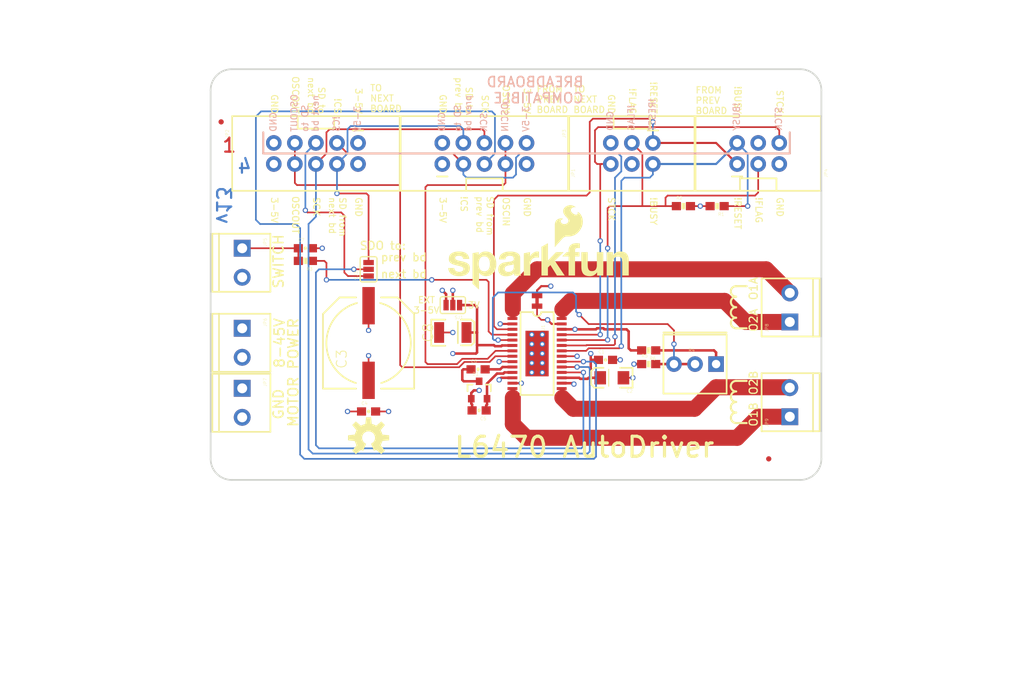
<source format=kicad_pcb>
(kicad_pcb (version 20171130) (host pcbnew "(5.1.12)-1")

  (general
    (thickness 1.6)
    (drawings 102)
    (tracks 388)
    (zones 0)
    (modules 39)
    (nets 32)
  )

  (page A4)
  (layers
    (0 Top signal)
    (1 Route2 signal)
    (2 Route15 signal)
    (31 Bottom signal)
    (32 B.Adhes user)
    (33 F.Adhes user)
    (34 B.Paste user)
    (35 F.Paste user)
    (36 B.SilkS user)
    (37 F.SilkS user)
    (38 B.Mask user)
    (39 F.Mask user)
    (40 Dwgs.User user)
    (41 Cmts.User user)
    (42 Eco1.User user)
    (43 Eco2.User user)
    (44 Edge.Cuts user)
    (45 Margin user)
    (46 B.CrtYd user)
    (47 F.CrtYd user)
    (48 B.Fab user)
    (49 F.Fab user)
  )

  (setup
    (last_trace_width 0.25)
    (trace_clearance 0.127)
    (zone_clearance 0.508)
    (zone_45_only no)
    (trace_min 0.2)
    (via_size 0.8)
    (via_drill 0.4)
    (via_min_size 0.4)
    (via_min_drill 0.3)
    (uvia_size 0.3)
    (uvia_drill 0.1)
    (uvias_allowed no)
    (uvia_min_size 0.2)
    (uvia_min_drill 0.1)
    (edge_width 0.05)
    (segment_width 0.2)
    (pcb_text_width 0.3)
    (pcb_text_size 1.5 1.5)
    (mod_edge_width 0.12)
    (mod_text_size 1 1)
    (mod_text_width 0.15)
    (pad_size 1.524 1.524)
    (pad_drill 0.762)
    (pad_to_mask_clearance 0)
    (aux_axis_origin 0 0)
    (visible_elements FFFFFF7F)
    (pcbplotparams
      (layerselection 0x010fc_ffffffff)
      (usegerberextensions false)
      (usegerberattributes true)
      (usegerberadvancedattributes true)
      (creategerberjobfile true)
      (excludeedgelayer true)
      (linewidth 0.100000)
      (plotframeref false)
      (viasonmask false)
      (mode 1)
      (useauxorigin false)
      (hpglpennumber 1)
      (hpglpenspeed 20)
      (hpglpendiameter 15.000000)
      (psnegative false)
      (psa4output false)
      (plotreference true)
      (plotvalue true)
      (plotinvisibletext false)
      (padsonsilk false)
      (subtractmaskfromsilk false)
      (outputformat 1)
      (mirror false)
      (drillshape 1)
      (scaleselection 1)
      (outputdirectory ""))
  )

  (net 0 "")
  (net 1 5V)
  (net 2 GND)
  (net 3 3.3V)
  (net 4 /PGND)
  (net 5 /OUT2B)
  (net 6 VCC)
  (net 7 /VLOGIC)
  (net 8 /SDO)
  (net 9 /SCK)
  (net 10 /SDI)
  (net 11 /BUSYN)
  (net 12 /CSN)
  (net 13 /FLAGN)
  (net 14 /STCK)
  (net 15 /OUT2A)
  (net 16 /OUT1B)
  (net 17 "Net-(C5-Pad1)")
  (net 18 "Net-(C6-Pad2)")
  (net 19 /OSCOUT)
  (net 20 /OSCIN)
  (net 21 /ADC)
  (net 22 "Net-(R3-Pad1)")
  (net 23 /RESETN)
  (net 24 /OUT1A)
  (net 25 /SDO_DOWNSTREAM)
  (net 26 /D_RETURN)
  (net 27 "Net-(C6-Pad1)")
  (net 28 "Net-(C7-Pad1)")
  (net 29 "Net-(R4-PadP$1)")
  (net 30 "Net-(JP3-Pad4)")
  (net 31 "Net-(JP4-Pad4)")

  (net_class Default "This is the default net class."
    (clearance 0.127)
    (trace_width 0.25)
    (via_dia 0.8)
    (via_drill 0.4)
    (uvia_dia 0.3)
    (uvia_drill 0.1)
    (add_net /ADC)
    (add_net /BUSYN)
    (add_net /CSN)
    (add_net /D_RETURN)
    (add_net /FLAGN)
    (add_net /OSCIN)
    (add_net /OSCOUT)
    (add_net /OUT1A)
    (add_net /OUT1B)
    (add_net /OUT2A)
    (add_net /OUT2B)
    (add_net /PGND)
    (add_net /RESETN)
    (add_net /SCK)
    (add_net /SDI)
    (add_net /SDO)
    (add_net /SDO_DOWNSTREAM)
    (add_net /STCK)
    (add_net /VLOGIC)
    (add_net 3.3V)
    (add_net 5V)
    (add_net GND)
    (add_net "Net-(C5-Pad1)")
    (add_net "Net-(C6-Pad1)")
    (add_net "Net-(C6-Pad2)")
    (add_net "Net-(C7-Pad1)")
    (add_net "Net-(JP3-Pad4)")
    (add_net "Net-(JP4-Pad4)")
    (add_net "Net-(R3-Pad1)")
    (add_net "Net-(R4-PadP$1)")
    (add_net VCC)
  )

  (module "L6470 AutoDriver:HTSSOP28" (layer Top) (tedit 0) (tstamp 646E66D7)
    (at 151.0411 114.5286 270)
    (path /A86B4AF2)
    (fp_text reference U1 (at -3.5 -0.5 270) (layer F.SilkS)
      (effects (font (size 0.38608 0.38608) (thickness 0.032512)) (justify right top))
    )
    (fp_text value "L6470 " (at -3.5 1 270) (layer F.Fab)
      (effects (font (size 0.38608 0.38608) (thickness 0.032512)) (justify right top))
    )
    (fp_line (start -5 2) (end 5 2) (layer F.SilkS) (width 0.2032))
    (fp_line (start -5 -2) (end 5 -2) (layer F.SilkS) (width 0.2032))
    (fp_arc (start -5 0) (end -5 -0.5) (angle 180) (layer F.SilkS) (width 0.2032))
    (fp_line (start 5 -2) (end 5 2) (layer F.SilkS) (width 0.2032))
    (fp_line (start -5 0.5) (end -5 2) (layer F.SilkS) (width 0.2032))
    (fp_line (start -5 -2) (end -5 -0.5) (layer F.SilkS) (width 0.2032))
    (pad 29 smd rect (at 0 0 270) (size 5.5 2.8) (layers Top F.Paste F.Mask)
      (net 4 /PGND) (solder_mask_margin 0.1016))
    (pad 15 smd rect (at 4.225 -2.97 270) (size 0.36 1.19) (layers Top F.Paste F.Mask)
      (net 5 /OUT2B) (solder_mask_margin 0.1016))
    (pad 16 smd rect (at 3.575 -2.97 270) (size 0.36 1.19) (layers Top F.Paste F.Mask)
      (net 6 VCC) (solder_mask_margin 0.1016))
    (pad 17 smd rect (at 2.925 -2.97 270) (size 0.36 1.19) (layers Top F.Paste F.Mask)
      (net 7 /VLOGIC) (solder_mask_margin 0.1016))
    (pad 18 smd rect (at 2.275 -2.97 270) (size 0.36 1.19) (layers Top F.Paste F.Mask)
      (net 8 /SDO) (solder_mask_margin 0.1016))
    (pad 19 smd rect (at 1.625 -2.97 270) (size 0.36 1.19) (layers Top F.Paste F.Mask)
      (net 9 /SCK) (solder_mask_margin 0.1016))
    (pad 20 smd rect (at 0.975 -2.97 270) (size 0.36 1.19) (layers Top F.Paste F.Mask)
      (net 10 /SDI) (solder_mask_margin 0.1016))
    (pad 21 smd rect (at 0.325 -2.97 270) (size 0.36 1.19) (layers Top F.Paste F.Mask)
      (net 2 GND) (solder_mask_margin 0.1016))
    (pad 22 smd rect (at -0.325 -2.97 270) (size 0.36 1.19) (layers Top F.Paste F.Mask)
      (net 11 /BUSYN) (solder_mask_margin 0.1016))
    (pad 23 smd rect (at -0.975 -2.97 270) (size 0.36 1.19) (layers Top F.Paste F.Mask)
      (net 12 /CSN) (solder_mask_margin 0.1016))
    (pad 24 smd rect (at -1.625 -2.97 270) (size 0.36 1.19) (layers Top F.Paste F.Mask)
      (net 13 /FLAGN) (solder_mask_margin 0.1016))
    (pad 25 smd rect (at -2.275 -2.97 270) (size 0.36 1.19) (layers Top F.Paste F.Mask)
      (net 14 /STCK) (solder_mask_margin 0.1016))
    (pad 26 smd rect (at -2.925 -2.97 270) (size 0.36 1.19) (layers Top F.Paste F.Mask)
      (net 6 VCC) (solder_mask_margin 0.1016))
    (pad 27 smd rect (at -3.575 -2.97 270) (size 0.36 1.19) (layers Top F.Paste F.Mask)
      (net 4 /PGND) (solder_mask_margin 0.1016))
    (pad 28 smd rect (at -4.225 -2.97 270) (size 0.36 1.19) (layers Top F.Paste F.Mask)
      (net 15 /OUT2A) (solder_mask_margin 0.1016))
    (pad 14 smd rect (at 4.225 2.97 270) (size 0.36 1.19) (layers Top F.Paste F.Mask)
      (net 16 /OUT1B) (solder_mask_margin 0.1016))
    (pad 13 smd rect (at 3.575 2.97 270) (size 0.36 1.19) (layers Top F.Paste F.Mask)
      (net 4 /PGND) (solder_mask_margin 0.1016))
    (pad 12 smd rect (at 2.925 2.97 270) (size 0.36 1.19) (layers Top F.Paste F.Mask)
      (net 6 VCC) (solder_mask_margin 0.1016))
    (pad 11 smd rect (at 2.275 2.97 270) (size 0.36 1.19) (layers Top F.Paste F.Mask)
      (net 17 "Net-(C5-Pad1)") (solder_mask_margin 0.1016))
    (pad 10 smd rect (at 1.625 2.97 270) (size 0.36 1.19) (layers Top F.Paste F.Mask)
      (net 18 "Net-(C6-Pad2)") (solder_mask_margin 0.1016))
    (pad 9 smd rect (at 0.975 2.97 270) (size 0.36 1.19) (layers Top F.Paste F.Mask)
      (net 2 GND) (solder_mask_margin 0.1016))
    (pad 8 smd rect (at 0.325 2.97 270) (size 0.36 1.19) (layers Top F.Paste F.Mask)
      (net 19 /OSCOUT) (solder_mask_margin 0.1016))
    (pad 7 smd rect (at -0.325 2.97 270) (size 0.36 1.19) (layers Top F.Paste F.Mask)
      (net 20 /OSCIN) (solder_mask_margin 0.1016))
    (pad 6 smd rect (at -0.975 2.97 270) (size 0.36 1.19) (layers Top F.Paste F.Mask)
      (net 3 3.3V) (solder_mask_margin 0.1016))
    (pad 5 smd rect (at -1.625 2.97 270) (size 0.36 1.19) (layers Top F.Paste F.Mask)
      (net 21 /ADC) (solder_mask_margin 0.1016))
    (pad 4 smd rect (at -2.275 2.97 270) (size 0.36 1.19) (layers Top F.Paste F.Mask)
      (net 22 "Net-(R3-Pad1)") (solder_mask_margin 0.1016))
    (pad 3 smd rect (at -2.925 2.97 270) (size 0.36 1.19) (layers Top F.Paste F.Mask)
      (net 23 /RESETN) (solder_mask_margin 0.1016))
    (pad 2 smd rect (at -3.575 2.97 270) (size 0.36 1.19) (layers Top F.Paste F.Mask)
      (net 6 VCC) (solder_mask_margin 0.1016))
    (pad 1 smd rect (at -4.225 2.97 270) (size 0.36 1.19) (layers Top F.Paste F.Mask)
      (net 24 /OUT1A) (solder_mask_margin 0.1016))
  )

  (module "L6470 AutoDriver:2X5-SHROUDED" (layer Top) (tedit 0) (tstamp 646E66FD)
    (at 124.3711 90.3986 270)
    (path /BAFA783C)
    (fp_text reference JP2 (at -2.921 10.922 270) (layer F.SilkS)
      (effects (font (size 0.38608 0.38608) (thickness 0.032512)) (justify right top))
    )
    (fp_text value M05X2SHD (at -2.921 -10.414 270) (layer F.Fab)
      (effects (font (size 0.38608 0.38608) (thickness 0.032512)) (justify right top))
    )
    (fp_poly (pts (xy 1.016 2.794) (xy 1.524 2.794) (xy 1.524 2.286) (xy 1.016 2.286)) (layer F.Fab) (width 0))
    (fp_poly (pts (xy -1.524 2.794) (xy -1.016 2.794) (xy -1.016 2.286) (xy -1.524 2.286)) (layer F.Fab) (width 0))
    (fp_poly (pts (xy -1.524 5.334) (xy -1.016 5.334) (xy -1.016 4.826) (xy -1.524 4.826)) (layer F.Fab) (width 0))
    (fp_poly (pts (xy 1.016 5.334) (xy 1.524 5.334) (xy 1.524 4.826) (xy 1.016 4.826)) (layer F.Fab) (width 0))
    (fp_poly (pts (xy -1.524 2.794) (xy -1.016 2.794) (xy -1.016 2.286) (xy -1.524 2.286)) (layer F.Fab) (width 0))
    (fp_poly (pts (xy 1.016 2.794) (xy 1.524 2.794) (xy 1.524 2.286) (xy 1.016 2.286)) (layer F.Fab) (width 0))
    (fp_poly (pts (xy -1.524 0.254) (xy -1.016 0.254) (xy -1.016 -0.254) (xy -1.524 -0.254)) (layer F.Fab) (width 0))
    (fp_poly (pts (xy 1.016 0.254) (xy 1.524 0.254) (xy 1.524 -0.254) (xy 1.016 -0.254)) (layer F.Fab) (width 0))
    (fp_poly (pts (xy -1.524 -2.286) (xy -1.016 -2.286) (xy -1.016 -2.794) (xy -1.524 -2.794)) (layer F.Fab) (width 0))
    (fp_poly (pts (xy 1.016 -2.286) (xy 1.524 -2.286) (xy 1.524 -2.794) (xy 1.016 -2.794)) (layer F.Fab) (width 0))
    (fp_poly (pts (xy 1.016 -4.826) (xy 1.524 -4.826) (xy 1.524 -5.334) (xy 1.016 -5.334)) (layer F.Fab) (width 0))
    (fp_poly (pts (xy -1.524 -4.826) (xy -1.016 -4.826) (xy -1.016 -5.334) (xy -1.524 -5.334)) (layer F.Fab) (width 0))
    (fp_line (start -3.4 9) (end -3.4 2.2) (layer F.Fab) (width 0.2032))
    (fp_line (start -3.4 -9) (end -3.4 -2.2) (layer F.Fab) (width 0.2032))
    (fp_line (start -3 2.2) (end -4.5 2.2) (layer F.SilkS) (width 0.2032))
    (fp_line (start -3 -2.2) (end -3 2.2) (layer F.SilkS) (width 0.2032))
    (fp_line (start -4.5 -2.2) (end -3 -2.2) (layer F.SilkS) (width 0.2032))
    (fp_line (start -3.4 9) (end 3.4 9) (layer F.Fab) (width 0.2032))
    (fp_line (start 3.4 -9) (end 3.4 9) (layer F.Fab) (width 0.2032))
    (fp_line (start -3.4 -9) (end 3.4 -9) (layer F.Fab) (width 0.2032))
    (fp_line (start 4.5 10.1) (end -4.5 10.1) (layer F.SilkS) (width 0.2032))
    (fp_line (start -4.5 -10.1) (end 4.4 -10.1) (layer F.SilkS) (width 0.2032))
    (fp_line (start -4.5 -2.2) (end -4.5 -10.1) (layer F.SilkS) (width 0.2032))
    (fp_line (start -4.5 2.2) (end -4.5 -2.2) (layer F.SilkS) (width 0.2032))
    (fp_line (start -4.5 10.1) (end -4.5 2.2) (layer F.SilkS) (width 0.2032))
    (fp_line (start 4.5 -10.1) (end 4.5 10.1) (layer F.SilkS) (width 0.2032))
    (fp_line (start -2.775 -5.715) (end -2.775 -4.445) (layer F.SilkS) (width 0.2032))
    (pad 10 thru_hole circle (at 1.27 5.08 180) (size 1.8796 1.8796) (drill 1.016) (layers *.Cu *.Mask)
      (net 1 5V) (solder_mask_margin 0.1016))
    (pad 9 thru_hole circle (at -1.27 5.08 180) (size 1.8796 1.8796) (drill 1.016) (layers *.Cu *.Mask)
      (net 2 GND) (solder_mask_margin 0.1016))
    (pad 8 thru_hole circle (at 1.27 2.54 180) (size 1.8796 1.8796) (drill 1.016) (layers *.Cu *.Mask)
      (net 19 /OSCOUT) (solder_mask_margin 0.1016))
    (pad 7 thru_hole circle (at -1.27 2.54 180) (size 1.8796 1.8796) (drill 1.016) (layers *.Cu *.Mask)
      (net 19 /OSCOUT) (solder_mask_margin 0.1016))
    (pad 6 thru_hole circle (at 1.27 0 180) (size 1.8796 1.8796) (drill 1.016) (layers *.Cu *.Mask)
      (net 9 /SCK) (solder_mask_margin 0.1016))
    (pad 5 thru_hole circle (at -1.27 0 180) (size 1.8796 1.8796) (drill 1.016) (layers *.Cu *.Mask)
      (net 25 /SDO_DOWNSTREAM) (solder_mask_margin 0.1016))
    (pad 4 thru_hole circle (at 1.27 -2.54 180) (size 1.8796 1.8796) (drill 1.016) (layers *.Cu *.Mask)
      (net 26 /D_RETURN) (solder_mask_margin 0.1016))
    (pad 3 thru_hole circle (at -1.27 -2.54 180) (size 1.8796 1.8796) (drill 1.016) (layers *.Cu *.Mask)
      (net 12 /CSN) (solder_mask_margin 0.1016))
    (pad 2 thru_hole circle (at 1.27 -5.08 180) (size 1.8796 1.8796) (drill 1.016) (layers *.Cu *.Mask)
      (net 2 GND) (solder_mask_margin 0.1016))
    (pad 1 thru_hole circle (at -1.27 -5.08 180) (size 1.8796 1.8796) (drill 1.016) (layers *.Cu *.Mask)
      (net 1 5V) (solder_mask_margin 0.1016))
  )

  (module "L6470 AutoDriver:0603-CAP" (layer Top) (tedit 0) (tstamp 646E6725)
    (at 159.2961 115.2906)
    (path /AC59532D)
    (fp_text reference C1 (at -0.889 -0.762) (layer F.SilkS)
      (effects (font (size 0.38608 0.38608) (thickness 0.032512)) (justify left bottom))
    )
    (fp_text value 0.1uF (at -1.016 1.143) (layer F.Fab)
      (effects (font (size 0.38608 0.38608) (thickness 0.032512)) (justify left bottom))
    )
    (fp_poly (pts (xy -0.1999 0.3) (xy 0.1999 0.3) (xy 0.1999 -0.3) (xy -0.1999 -0.3)) (layer F.Adhes) (width 0))
    (fp_poly (pts (xy 0.3302 0.4699) (xy 0.8303 0.4699) (xy 0.8303 -0.4801) (xy 0.3302 -0.4801)) (layer F.Fab) (width 0))
    (fp_poly (pts (xy -0.8382 0.4699) (xy -0.3381 0.4699) (xy -0.3381 -0.4801) (xy -0.8382 -0.4801)) (layer F.Fab) (width 0))
    (fp_line (start 0 -0.02794) (end 0 0.02794) (layer F.SilkS) (width 0.381))
    (fp_line (start -0.356 0.419) (end 0.356 0.419) (layer F.Fab) (width 0.1016))
    (fp_line (start -0.356 -0.432) (end 0.356 -0.432) (layer F.Fab) (width 0.1016))
    (fp_line (start -1.473 0.983) (end -1.473 -0.983) (layer Dwgs.User) (width 0.0508))
    (fp_line (start 1.473 0.983) (end -1.473 0.983) (layer Dwgs.User) (width 0.0508))
    (fp_line (start 1.473 -0.983) (end 1.473 0.983) (layer Dwgs.User) (width 0.0508))
    (fp_line (start -1.473 -0.983) (end 1.473 -0.983) (layer Dwgs.User) (width 0.0508))
    (pad 2 smd rect (at 0.85 0) (size 1.1 1) (layers Top F.Paste F.Mask)
      (net 2 GND) (solder_mask_margin 0.1016))
    (pad 1 smd rect (at -0.85 0) (size 1.1 1) (layers Top F.Paste F.Mask)
      (net 7 /VLOGIC) (solder_mask_margin 0.1016))
  )

  (module "L6470 AutoDriver:0603-RES" (layer Top) (tedit 0) (tstamp 646E6734)
    (at 172.7581 96.7486 180)
    (path /5FC72806)
    (fp_text reference R1 (at -0.889 -0.762 180) (layer F.SilkS)
      (effects (font (size 0.38608 0.38608) (thickness 0.032512)) (justify right top))
    )
    (fp_text value 10k (at -1.016 1.143 180) (layer F.Fab)
      (effects (font (size 0.38608 0.38608) (thickness 0.032512)) (justify right top))
    )
    (fp_poly (pts (xy -0.2286 0.381) (xy 0.2286 0.381) (xy 0.2286 -0.381) (xy -0.2286 -0.381)) (layer F.SilkS) (width 0))
    (fp_poly (pts (xy -0.1999 0.3) (xy 0.1999 0.3) (xy 0.1999 -0.3) (xy -0.1999 -0.3)) (layer F.Adhes) (width 0))
    (fp_poly (pts (xy 0.3302 0.4699) (xy 0.8303 0.4699) (xy 0.8303 -0.4801) (xy 0.3302 -0.4801)) (layer F.Fab) (width 0))
    (fp_poly (pts (xy -0.8382 0.4699) (xy -0.3381 0.4699) (xy -0.3381 -0.4801) (xy -0.8382 -0.4801)) (layer F.Fab) (width 0))
    (fp_line (start -0.356 0.419) (end 0.356 0.419) (layer F.Fab) (width 0.1016))
    (fp_line (start -0.356 -0.432) (end 0.356 -0.432) (layer F.Fab) (width 0.1016))
    (fp_line (start -1.473 0.983) (end -1.473 -0.983) (layer Dwgs.User) (width 0.0508))
    (fp_line (start 1.473 0.983) (end -1.473 0.983) (layer Dwgs.User) (width 0.0508))
    (fp_line (start 1.473 -0.983) (end 1.473 0.983) (layer Dwgs.User) (width 0.0508))
    (fp_line (start -1.473 -0.983) (end 1.473 -0.983) (layer Dwgs.User) (width 0.0508))
    (pad 2 smd rect (at 0.85 0 180) (size 1.1 1) (layers Top F.Paste F.Mask)
      (net 7 /VLOGIC) (solder_mask_margin 0.1016))
    (pad 1 smd rect (at -0.85 0 180) (size 1.1 1) (layers Top F.Paste F.Mask)
      (net 11 /BUSYN) (solder_mask_margin 0.1016))
  )

  (module "L6470 AutoDriver:0603-RES" (layer Top) (tedit 0) (tstamp 646E6743)
    (at 168.6941 96.7486)
    (path /8EFFCFBB)
    (fp_text reference R2 (at -0.889 -0.762) (layer F.SilkS)
      (effects (font (size 0.38608 0.38608) (thickness 0.032512)) (justify left bottom))
    )
    (fp_text value 10k (at -1.016 1.143) (layer F.Fab)
      (effects (font (size 0.38608 0.38608) (thickness 0.032512)) (justify left bottom))
    )
    (fp_poly (pts (xy -0.2286 0.381) (xy 0.2286 0.381) (xy 0.2286 -0.381) (xy -0.2286 -0.381)) (layer F.SilkS) (width 0))
    (fp_poly (pts (xy -0.1999 0.3) (xy 0.1999 0.3) (xy 0.1999 -0.3) (xy -0.1999 -0.3)) (layer F.Adhes) (width 0))
    (fp_poly (pts (xy 0.3302 0.4699) (xy 0.8303 0.4699) (xy 0.8303 -0.4801) (xy 0.3302 -0.4801)) (layer F.Fab) (width 0))
    (fp_poly (pts (xy -0.8382 0.4699) (xy -0.3381 0.4699) (xy -0.3381 -0.4801) (xy -0.8382 -0.4801)) (layer F.Fab) (width 0))
    (fp_line (start -0.356 0.419) (end 0.356 0.419) (layer F.Fab) (width 0.1016))
    (fp_line (start -0.356 -0.432) (end 0.356 -0.432) (layer F.Fab) (width 0.1016))
    (fp_line (start -1.473 0.983) (end -1.473 -0.983) (layer Dwgs.User) (width 0.0508))
    (fp_line (start 1.473 0.983) (end -1.473 0.983) (layer Dwgs.User) (width 0.0508))
    (fp_line (start 1.473 -0.983) (end 1.473 0.983) (layer Dwgs.User) (width 0.0508))
    (fp_line (start -1.473 -0.983) (end 1.473 -0.983) (layer Dwgs.User) (width 0.0508))
    (pad 2 smd rect (at 0.85 0) (size 1.1 1) (layers Top F.Paste F.Mask)
      (net 7 /VLOGIC) (solder_mask_margin 0.1016))
    (pad 1 smd rect (at -0.85 0) (size 1.1 1) (layers Top F.Paste F.Mask)
      (net 13 /FLAGN) (solder_mask_margin 0.1016))
  )

  (module "L6470 AutoDriver:EIA3216" (layer Top) (tedit 0) (tstamp 646E6752)
    (at 160.0581 117.4496 180)
    (path /8350CC17)
    (fp_text reference C2 (at -2.54 -1.381 180) (layer F.SilkS)
      (effects (font (size 0.38608 0.38608) (thickness 0.032512)) (justify right top))
    )
    (fp_text value 10uF (at 0.408 -1.332 180) (layer F.Fab)
      (effects (font (size 0.38608 0.38608) (thickness 0.032512)) (justify right top))
    )
    (fp_line (start 0.381 -1.016) (end 0.381 1.016) (layer F.SilkS) (width 0.127))
    (fp_line (start 2.1 -1.2) (end 1 -1.2) (layer F.SilkS) (width 0.2032))
    (fp_line (start 2.5 -0.8) (end 2.1 -1.2) (layer F.SilkS) (width 0.2032))
    (fp_line (start 2.5 0.8) (end 2.5 -0.8) (layer F.SilkS) (width 0.2032))
    (fp_line (start 2.1 1.2) (end 2.5 0.8) (layer F.SilkS) (width 0.2032))
    (fp_line (start 1 1.2) (end 2.1 1.2) (layer F.SilkS) (width 0.2032))
    (fp_line (start -2.5 -1.2) (end -1 -1.2) (layer F.SilkS) (width 0.2032))
    (fp_line (start -2.5 1.2) (end -2.5 -1.2) (layer F.SilkS) (width 0.2032))
    (fp_line (start -1 1.2) (end -2.5 1.2) (layer F.SilkS) (width 0.2032))
    (pad A smd rect (at 1.4 0 270) (size 1.6 1.4) (layers Top F.Paste F.Mask)
      (net 7 /VLOGIC) (solder_mask_margin 0.1016))
    (pad C smd rect (at -1.4 0 270) (size 1.6 1.4) (layers Top F.Paste F.Mask)
      (net 2 GND) (solder_mask_margin 0.1016))
  )

  (module "L6470 AutoDriver:SOT23-3" (layer Top) (tedit 0) (tstamp 646E6760)
    (at 144.0561 118.9736)
    (path /A27A978B)
    (fp_text reference D1 (at -0.8255 -1.778) (layer F.SilkS)
      (effects (font (size 0.38608 0.38608) (thickness 0.032512)) (justify left bottom))
    )
    (fp_text value BAV99 (at -1.016 0.1905) (layer F.Fab)
      (effects (font (size 0.38608 0.38608) (thickness 0.032512)) (justify left bottom))
    )
    (fp_line (start 1.4 -0.7) (end 1.4 0.1) (layer F.SilkS) (width 0.2032))
    (fp_line (start 0.8 -0.7) (end 1.4 -0.7) (layer F.SilkS) (width 0.2032))
    (fp_line (start -1.4 -0.7) (end -1.4 0.1) (layer F.SilkS) (width 0.2032))
    (fp_line (start -0.8 -0.7) (end -1.4 -0.7) (layer F.SilkS) (width 0.2032))
    (fp_line (start -1.4224 -0.6604) (end 1.4224 -0.6604) (layer F.Fab) (width 0.1524))
    (fp_line (start -1.4224 0.6604) (end -1.4224 -0.6604) (layer F.Fab) (width 0.1524))
    (fp_line (start 1.4224 0.6604) (end -1.4224 0.6604) (layer F.Fab) (width 0.1524))
    (fp_line (start 1.4224 -0.6604) (end 1.4224 0.6604) (layer F.Fab) (width 0.1524))
    (pad 3 smd rect (at 0 -1.1) (size 0.8 0.9) (layers Top F.Paste F.Mask)
      (net 27 "Net-(C6-Pad1)") (solder_mask_margin 0.1016))
    (pad 2 smd rect (at 0.95 1) (size 0.8 0.9) (layers Top F.Paste F.Mask)
      (net 17 "Net-(C5-Pad1)") (solder_mask_margin 0.1016))
    (pad 1 smd rect (at -0.95 1) (size 0.8 0.9) (layers Top F.Paste F.Mask)
      (net 6 VCC) (solder_mask_margin 0.1016))
  )

  (module "L6470 AutoDriver:0603-CAP" (layer Top) (tedit 0) (tstamp 646E676E)
    (at 143.9291 116.4336)
    (path /6139B742)
    (fp_text reference C6 (at -0.889 -0.762) (layer F.SilkS)
      (effects (font (size 0.38608 0.38608) (thickness 0.032512)) (justify left bottom))
    )
    (fp_text value 10nF (at -1.016 1.143) (layer F.Fab)
      (effects (font (size 0.38608 0.38608) (thickness 0.032512)) (justify left bottom))
    )
    (fp_poly (pts (xy -0.1999 0.3) (xy 0.1999 0.3) (xy 0.1999 -0.3) (xy -0.1999 -0.3)) (layer F.Adhes) (width 0))
    (fp_poly (pts (xy 0.3302 0.4699) (xy 0.8303 0.4699) (xy 0.8303 -0.4801) (xy 0.3302 -0.4801)) (layer F.Fab) (width 0))
    (fp_poly (pts (xy -0.8382 0.4699) (xy -0.3381 0.4699) (xy -0.3381 -0.4801) (xy -0.8382 -0.4801)) (layer F.Fab) (width 0))
    (fp_line (start 0 -0.02794) (end 0 0.02794) (layer F.SilkS) (width 0.381))
    (fp_line (start -0.356 0.419) (end 0.356 0.419) (layer F.Fab) (width 0.1016))
    (fp_line (start -0.356 -0.432) (end 0.356 -0.432) (layer F.Fab) (width 0.1016))
    (fp_line (start -1.473 0.983) (end -1.473 -0.983) (layer Dwgs.User) (width 0.0508))
    (fp_line (start 1.473 0.983) (end -1.473 0.983) (layer Dwgs.User) (width 0.0508))
    (fp_line (start 1.473 -0.983) (end 1.473 0.983) (layer Dwgs.User) (width 0.0508))
    (fp_line (start -1.473 -0.983) (end 1.473 -0.983) (layer Dwgs.User) (width 0.0508))
    (pad 2 smd rect (at 0.85 0) (size 1.1 1) (layers Top F.Paste F.Mask)
      (net 18 "Net-(C6-Pad2)") (solder_mask_margin 0.1016))
    (pad 1 smd rect (at -0.85 0) (size 1.1 1) (layers Top F.Paste F.Mask)
      (net 27 "Net-(C6-Pad1)") (solder_mask_margin 0.1016))
  )

  (module "L6470 AutoDriver:0603-CAP" (layer Top) (tedit 0) (tstamp 646E677D)
    (at 144.0561 121.3866 180)
    (path /FDA298D2)
    (fp_text reference C5 (at -0.889 -0.762 180) (layer F.SilkS)
      (effects (font (size 0.38608 0.38608) (thickness 0.032512)) (justify right top))
    )
    (fp_text value 0.22uF (at -1.016 1.143 180) (layer F.Fab)
      (effects (font (size 0.38608 0.38608) (thickness 0.032512)) (justify right top))
    )
    (fp_poly (pts (xy -0.1999 0.3) (xy 0.1999 0.3) (xy 0.1999 -0.3) (xy -0.1999 -0.3)) (layer F.Adhes) (width 0))
    (fp_poly (pts (xy 0.3302 0.4699) (xy 0.8303 0.4699) (xy 0.8303 -0.4801) (xy 0.3302 -0.4801)) (layer F.Fab) (width 0))
    (fp_poly (pts (xy -0.8382 0.4699) (xy -0.3381 0.4699) (xy -0.3381 -0.4801) (xy -0.8382 -0.4801)) (layer F.Fab) (width 0))
    (fp_line (start 0 -0.02794) (end 0 0.02794) (layer F.SilkS) (width 0.381))
    (fp_line (start -0.356 0.419) (end 0.356 0.419) (layer F.Fab) (width 0.1016))
    (fp_line (start -0.356 -0.432) (end 0.356 -0.432) (layer F.Fab) (width 0.1016))
    (fp_line (start -1.473 0.983) (end -1.473 -0.983) (layer Dwgs.User) (width 0.0508))
    (fp_line (start 1.473 0.983) (end -1.473 0.983) (layer Dwgs.User) (width 0.0508))
    (fp_line (start 1.473 -0.983) (end 1.473 0.983) (layer Dwgs.User) (width 0.0508))
    (fp_line (start -1.473 -0.983) (end 1.473 -0.983) (layer Dwgs.User) (width 0.0508))
    (pad 2 smd rect (at 0.85 0 180) (size 1.1 1) (layers Top F.Paste F.Mask)
      (net 6 VCC) (solder_mask_margin 0.1016))
    (pad 1 smd rect (at -0.85 0 180) (size 1.1 1) (layers Top F.Paste F.Mask)
      (net 17 "Net-(C5-Pad1)") (solder_mask_margin 0.1016))
  )

  (module "L6470 AutoDriver:0603-CAP" (layer Top) (tedit 0) (tstamp 646E678C)
    (at 130.7211 121.5136)
    (path /D5A41634)
    (fp_text reference C4 (at -0.889 -0.762) (layer F.SilkS)
      (effects (font (size 0.38608 0.38608) (thickness 0.032512)) (justify left bottom))
    )
    (fp_text value 0.22uF (at -1.016 1.143) (layer F.Fab)
      (effects (font (size 0.38608 0.38608) (thickness 0.032512)) (justify left bottom))
    )
    (fp_poly (pts (xy -0.1999 0.3) (xy 0.1999 0.3) (xy 0.1999 -0.3) (xy -0.1999 -0.3)) (layer F.Adhes) (width 0))
    (fp_poly (pts (xy 0.3302 0.4699) (xy 0.8303 0.4699) (xy 0.8303 -0.4801) (xy 0.3302 -0.4801)) (layer F.Fab) (width 0))
    (fp_poly (pts (xy -0.8382 0.4699) (xy -0.3381 0.4699) (xy -0.3381 -0.4801) (xy -0.8382 -0.4801)) (layer F.Fab) (width 0))
    (fp_line (start 0 -0.02794) (end 0 0.02794) (layer F.SilkS) (width 0.381))
    (fp_line (start -0.356 0.419) (end 0.356 0.419) (layer F.Fab) (width 0.1016))
    (fp_line (start -0.356 -0.432) (end 0.356 -0.432) (layer F.Fab) (width 0.1016))
    (fp_line (start -1.473 0.983) (end -1.473 -0.983) (layer Dwgs.User) (width 0.0508))
    (fp_line (start 1.473 0.983) (end -1.473 0.983) (layer Dwgs.User) (width 0.0508))
    (fp_line (start 1.473 -0.983) (end 1.473 0.983) (layer Dwgs.User) (width 0.0508))
    (fp_line (start -1.473 -0.983) (end 1.473 -0.983) (layer Dwgs.User) (width 0.0508))
    (pad 2 smd rect (at 0.85 0) (size 1.1 1) (layers Top F.Paste F.Mask)
      (net 4 /PGND) (solder_mask_margin 0.1016))
    (pad 1 smd rect (at -0.85 0) (size 1.1 1) (layers Top F.Paste F.Mask)
      (net 6 VCC) (solder_mask_margin 0.1016))
  )

  (module "L6470 AutoDriver:NIC_10X10.5_CAP" (layer Top) (tedit 0) (tstamp 646E679B)
    (at 130.7211 113.2586 90)
    (path /368A0C11)
    (fp_text reference C3 (at -3.175 -2.54 90) (layer F.SilkS)
      (effects (font (size 1.2065 1.2065) (thickness 0.1016)) (justify left bottom))
    )
    (fp_text value 100uF (at -3.81 3.175 90) (layer F.Fab)
      (effects (font (size 1.2065 1.2065) (thickness 0.1016)) (justify left bottom))
    )
    (fp_line (start -5.5 -1.5) (end -5.5 -5.5) (layer F.SilkS) (width 0.2032))
    (fp_line (start -5.5 5.5) (end -5.5 1.5) (layer F.SilkS) (width 0.2032))
    (fp_line (start 5.5 3.5) (end 5.5 1.5) (layer F.SilkS) (width 0.2032))
    (fp_line (start 5.5 -3.5) (end 5.5 -1.5) (layer F.SilkS) (width 0.2032))
    (fp_arc (start -0.018378 0.063723) (end -4.826 1.524) (angle -147.716211) (layer F.SilkS) (width 0.2032))
    (fp_arc (start -0.018378 -0.063723) (end -4.826 -1.524) (angle 147.716211) (layer F.SilkS) (width 0.2032))
    (fp_line (start 5.5 3.5) (end 3.5 5.5) (layer F.SilkS) (width 0.2032))
    (fp_line (start 3.5 -5.5) (end 5.5 -3.5) (layer F.SilkS) (width 0.2032))
    (fp_line (start -5.5 -5.5) (end 3.5 -5.5) (layer F.SilkS) (width 0.2032))
    (fp_line (start -5.5 5.5) (end 3.5 5.5) (layer F.SilkS) (width 0.2032))
    (pad - smd rect (at -4.5 0 90) (size 4.5 1.5) (layers Top F.Paste F.Mask)
      (net 4 /PGND) (solder_mask_margin 0.1016))
    (pad + smd rect (at 4.5 0 90) (size 4.5 1.5) (layers Top F.Paste F.Mask)
      (net 6 VCC) (solder_mask_margin 0.1016))
  )

  (module "L6470 AutoDriver:SCREWTERMINAL-3.5MM-2" (layer Top) (tedit 0) (tstamp 646E67AA)
    (at 115.4811 118.7196 270)
    (path /ADC4B3B7)
    (fp_text reference JP7 (at -1.27 -2.54 270) (layer F.SilkS)
      (effects (font (size 0.38608 0.38608) (thickness 0.032512)) (justify right top))
    )
    (fp_text value M023.5MM (at -1.27 -1.27 270) (layer F.Fab)
      (effects (font (size 0.38608 0.38608) (thickness 0.032512)) (justify right top))
    )
    (fp_circle (center 2 -3) (end 2.2828 -3) (layer F.Fab) (width 0.127))
    (fp_line (start 5.65 -2.15) (end 5.25 -2.15) (layer F.Fab) (width 0.2032))
    (fp_line (start 5.65 -3.15) (end 5.65 -2.15) (layer F.Fab) (width 0.2032))
    (fp_line (start 5.25 -3.15) (end 5.65 -3.15) (layer F.Fab) (width 0.2032))
    (fp_line (start -2.15 2.35) (end -1.75 2.35) (layer F.Fab) (width 0.2032))
    (fp_line (start -2.15 1.35) (end -2.15 2.35) (layer F.Fab) (width 0.2032))
    (fp_line (start -1.75 1.35) (end -2.15 1.35) (layer F.Fab) (width 0.2032))
    (fp_line (start 5.25 2.8) (end -1.75 2.8) (layer F.SilkS) (width 0.2032))
    (fp_line (start -1.75 2.8) (end -1.75 -3.4) (layer F.SilkS) (width 0.2032))
    (fp_line (start -1.75 3.6) (end -1.75 2.8) (layer F.SilkS) (width 0.2032))
    (fp_line (start 5.25 3.6) (end -1.75 3.6) (layer F.SilkS) (width 0.2032))
    (fp_line (start 5.25 2.8) (end 5.25 3.6) (layer F.SilkS) (width 0.2032))
    (fp_line (start 5.25 -3.4) (end 5.25 2.8) (layer F.SilkS) (width 0.2032))
    (fp_line (start -1.75 -3.4) (end 5.25 -3.4) (layer F.SilkS) (width 0.2032))
    (pad 2 thru_hole circle (at 3.5 0 270) (size 2.032 2.032) (drill 1.2) (layers *.Cu *.Mask)
      (net 4 /PGND) (solder_mask_margin 0.1016))
    (pad 1 thru_hole rect (at 0 0 270) (size 2.032 2.032) (drill 1.2) (layers *.Cu *.Mask)
      (net 4 /PGND) (solder_mask_margin 0.1016))
  )

  (module "L6470 AutoDriver:SCREWTERMINAL-3.5MM-2" (layer Top) (tedit 0) (tstamp 646E67BD)
    (at 181.5211 110.7186 90)
    (path /357D3C8D)
    (fp_text reference JP8 (at -1.27 -2.54 90) (layer F.SilkS)
      (effects (font (size 0.38608 0.38608) (thickness 0.032512)) (justify left bottom))
    )
    (fp_text value M023.5MM (at -1.27 -1.27 90) (layer F.Fab)
      (effects (font (size 0.38608 0.38608) (thickness 0.032512)) (justify left bottom))
    )
    (fp_circle (center 2 -3) (end 2.2828 -3) (layer F.Fab) (width 0.127))
    (fp_line (start 5.65 -2.15) (end 5.25 -2.15) (layer F.Fab) (width 0.2032))
    (fp_line (start 5.65 -3.15) (end 5.65 -2.15) (layer F.Fab) (width 0.2032))
    (fp_line (start 5.25 -3.15) (end 5.65 -3.15) (layer F.Fab) (width 0.2032))
    (fp_line (start -2.15 2.35) (end -1.75 2.35) (layer F.Fab) (width 0.2032))
    (fp_line (start -2.15 1.35) (end -2.15 2.35) (layer F.Fab) (width 0.2032))
    (fp_line (start -1.75 1.35) (end -2.15 1.35) (layer F.Fab) (width 0.2032))
    (fp_line (start 5.25 2.8) (end -1.75 2.8) (layer F.SilkS) (width 0.2032))
    (fp_line (start -1.75 2.8) (end -1.75 -3.4) (layer F.SilkS) (width 0.2032))
    (fp_line (start -1.75 3.6) (end -1.75 2.8) (layer F.SilkS) (width 0.2032))
    (fp_line (start 5.25 3.6) (end -1.75 3.6) (layer F.SilkS) (width 0.2032))
    (fp_line (start 5.25 2.8) (end 5.25 3.6) (layer F.SilkS) (width 0.2032))
    (fp_line (start 5.25 -3.4) (end 5.25 2.8) (layer F.SilkS) (width 0.2032))
    (fp_line (start -1.75 -3.4) (end 5.25 -3.4) (layer F.SilkS) (width 0.2032))
    (pad 2 thru_hole circle (at 3.5 0 90) (size 2.032 2.032) (drill 1.2) (layers *.Cu *.Mask)
      (net 24 /OUT1A) (solder_mask_margin 0.1016))
    (pad 1 thru_hole rect (at 0 0 90) (size 2.032 2.032) (drill 1.2) (layers *.Cu *.Mask)
      (net 15 /OUT2A) (solder_mask_margin 0.1016))
  )

  (module "L6470 AutoDriver:SCREWTERMINAL-3.5MM-2" (layer Top) (tedit 0) (tstamp 646E67D0)
    (at 181.5211 122.1486 90)
    (path /C8B46213)
    (fp_text reference JP9 (at -1.27 -2.54 90) (layer F.SilkS)
      (effects (font (size 0.38608 0.38608) (thickness 0.032512)) (justify left bottom))
    )
    (fp_text value M023.5MM (at -1.27 -1.27 90) (layer F.Fab)
      (effects (font (size 0.38608 0.38608) (thickness 0.032512)) (justify left bottom))
    )
    (fp_circle (center 2 -3) (end 2.2828 -3) (layer F.Fab) (width 0.127))
    (fp_line (start 5.65 -2.15) (end 5.25 -2.15) (layer F.Fab) (width 0.2032))
    (fp_line (start 5.65 -3.15) (end 5.65 -2.15) (layer F.Fab) (width 0.2032))
    (fp_line (start 5.25 -3.15) (end 5.65 -3.15) (layer F.Fab) (width 0.2032))
    (fp_line (start -2.15 2.35) (end -1.75 2.35) (layer F.Fab) (width 0.2032))
    (fp_line (start -2.15 1.35) (end -2.15 2.35) (layer F.Fab) (width 0.2032))
    (fp_line (start -1.75 1.35) (end -2.15 1.35) (layer F.Fab) (width 0.2032))
    (fp_line (start 5.25 2.8) (end -1.75 2.8) (layer F.SilkS) (width 0.2032))
    (fp_line (start -1.75 2.8) (end -1.75 -3.4) (layer F.SilkS) (width 0.2032))
    (fp_line (start -1.75 3.6) (end -1.75 2.8) (layer F.SilkS) (width 0.2032))
    (fp_line (start 5.25 3.6) (end -1.75 3.6) (layer F.SilkS) (width 0.2032))
    (fp_line (start 5.25 2.8) (end 5.25 3.6) (layer F.SilkS) (width 0.2032))
    (fp_line (start 5.25 -3.4) (end 5.25 2.8) (layer F.SilkS) (width 0.2032))
    (fp_line (start -1.75 -3.4) (end 5.25 -3.4) (layer F.SilkS) (width 0.2032))
    (pad 2 thru_hole circle (at 3.5 0 90) (size 2.032 2.032) (drill 1.2) (layers *.Cu *.Mask)
      (net 5 /OUT2B) (solder_mask_margin 0.1016))
    (pad 1 thru_hole rect (at 0 0 90) (size 2.032 2.032) (drill 1.2) (layers *.Cu *.Mask)
      (net 16 /OUT1B) (solder_mask_margin 0.1016))
  )

  (module "L6470 AutoDriver:SCREWTERMINAL-3.5MM-2" (layer Top) (tedit 0) (tstamp 646E67E3)
    (at 115.4811 101.8286 270)
    (path /056852D9)
    (fp_text reference JP5 (at -1.27 -2.54 270) (layer F.SilkS)
      (effects (font (size 0.38608 0.38608) (thickness 0.032512)) (justify right top))
    )
    (fp_text value M023.5MM (at -1.27 -1.27 270) (layer F.Fab)
      (effects (font (size 0.38608 0.38608) (thickness 0.032512)) (justify right top))
    )
    (fp_circle (center 2 -3) (end 2.2828 -3) (layer F.Fab) (width 0.127))
    (fp_line (start 5.65 -2.15) (end 5.25 -2.15) (layer F.Fab) (width 0.2032))
    (fp_line (start 5.65 -3.15) (end 5.65 -2.15) (layer F.Fab) (width 0.2032))
    (fp_line (start 5.25 -3.15) (end 5.65 -3.15) (layer F.Fab) (width 0.2032))
    (fp_line (start -2.15 2.35) (end -1.75 2.35) (layer F.Fab) (width 0.2032))
    (fp_line (start -2.15 1.35) (end -2.15 2.35) (layer F.Fab) (width 0.2032))
    (fp_line (start -1.75 1.35) (end -2.15 1.35) (layer F.Fab) (width 0.2032))
    (fp_line (start 5.25 2.8) (end -1.75 2.8) (layer F.SilkS) (width 0.2032))
    (fp_line (start -1.75 2.8) (end -1.75 -3.4) (layer F.SilkS) (width 0.2032))
    (fp_line (start -1.75 3.6) (end -1.75 2.8) (layer F.SilkS) (width 0.2032))
    (fp_line (start 5.25 3.6) (end -1.75 3.6) (layer F.SilkS) (width 0.2032))
    (fp_line (start 5.25 2.8) (end 5.25 3.6) (layer F.SilkS) (width 0.2032))
    (fp_line (start 5.25 -3.4) (end 5.25 2.8) (layer F.SilkS) (width 0.2032))
    (fp_line (start -1.75 -3.4) (end 5.25 -3.4) (layer F.SilkS) (width 0.2032))
    (pad 2 thru_hole circle (at 3.5 0 270) (size 2.032 2.032) (drill 1.2) (layers *.Cu *.Mask)
      (net 2 GND) (solder_mask_margin 0.1016))
    (pad 1 thru_hole rect (at 0 0 270) (size 2.032 2.032) (drill 1.2) (layers *.Cu *.Mask)
      (net 28 "Net-(C7-Pad1)") (solder_mask_margin 0.1016))
  )

  (module "L6470 AutoDriver:0603-CAP" (layer Top) (tedit 0) (tstamp 646E67F6)
    (at 123.1011 101.8286)
    (path /2435BEF6)
    (fp_text reference C7 (at -0.889 -0.762) (layer F.SilkS)
      (effects (font (size 0.38608 0.38608) (thickness 0.032512)) (justify left bottom))
    )
    (fp_text value 10nF (at -1.016 1.143) (layer F.Fab)
      (effects (font (size 0.38608 0.38608) (thickness 0.032512)) (justify left bottom))
    )
    (fp_poly (pts (xy -0.1999 0.3) (xy 0.1999 0.3) (xy 0.1999 -0.3) (xy -0.1999 -0.3)) (layer F.Adhes) (width 0))
    (fp_poly (pts (xy 0.3302 0.4699) (xy 0.8303 0.4699) (xy 0.8303 -0.4801) (xy 0.3302 -0.4801)) (layer F.Fab) (width 0))
    (fp_poly (pts (xy -0.8382 0.4699) (xy -0.3381 0.4699) (xy -0.3381 -0.4801) (xy -0.8382 -0.4801)) (layer F.Fab) (width 0))
    (fp_line (start 0 -0.02794) (end 0 0.02794) (layer F.SilkS) (width 0.381))
    (fp_line (start -0.356 0.419) (end 0.356 0.419) (layer F.Fab) (width 0.1016))
    (fp_line (start -0.356 -0.432) (end 0.356 -0.432) (layer F.Fab) (width 0.1016))
    (fp_line (start -1.473 0.983) (end -1.473 -0.983) (layer Dwgs.User) (width 0.0508))
    (fp_line (start 1.473 0.983) (end -1.473 0.983) (layer Dwgs.User) (width 0.0508))
    (fp_line (start 1.473 -0.983) (end 1.473 0.983) (layer Dwgs.User) (width 0.0508))
    (fp_line (start -1.473 -0.983) (end 1.473 -0.983) (layer Dwgs.User) (width 0.0508))
    (pad 2 smd rect (at 0.85 0) (size 1.1 1) (layers Top F.Paste F.Mask)
      (net 2 GND) (solder_mask_margin 0.1016))
    (pad 1 smd rect (at -0.85 0) (size 1.1 1) (layers Top F.Paste F.Mask)
      (net 28 "Net-(C7-Pad1)") (solder_mask_margin 0.1016))
  )

  (module "L6470 AutoDriver:0603-RES" (layer Top) (tedit 0) (tstamp 646E6805)
    (at 123.1011 103.3526 180)
    (path /12AB12F6)
    (fp_text reference R3 (at -0.889 -0.762 180) (layer F.SilkS)
      (effects (font (size 0.38608 0.38608) (thickness 0.032512)) (justify right top))
    )
    (fp_text value 100 (at -1.016 1.143 180) (layer F.Fab)
      (effects (font (size 0.38608 0.38608) (thickness 0.032512)) (justify right top))
    )
    (fp_poly (pts (xy -0.2286 0.381) (xy 0.2286 0.381) (xy 0.2286 -0.381) (xy -0.2286 -0.381)) (layer F.SilkS) (width 0))
    (fp_poly (pts (xy -0.1999 0.3) (xy 0.1999 0.3) (xy 0.1999 -0.3) (xy -0.1999 -0.3)) (layer F.Adhes) (width 0))
    (fp_poly (pts (xy 0.3302 0.4699) (xy 0.8303 0.4699) (xy 0.8303 -0.4801) (xy 0.3302 -0.4801)) (layer F.Fab) (width 0))
    (fp_poly (pts (xy -0.8382 0.4699) (xy -0.3381 0.4699) (xy -0.3381 -0.4801) (xy -0.8382 -0.4801)) (layer F.Fab) (width 0))
    (fp_line (start -0.356 0.419) (end 0.356 0.419) (layer F.Fab) (width 0.1016))
    (fp_line (start -0.356 -0.432) (end 0.356 -0.432) (layer F.Fab) (width 0.1016))
    (fp_line (start -1.473 0.983) (end -1.473 -0.983) (layer Dwgs.User) (width 0.0508))
    (fp_line (start 1.473 0.983) (end -1.473 0.983) (layer Dwgs.User) (width 0.0508))
    (fp_line (start 1.473 -0.983) (end 1.473 0.983) (layer Dwgs.User) (width 0.0508))
    (fp_line (start -1.473 -0.983) (end 1.473 -0.983) (layer Dwgs.User) (width 0.0508))
    (pad 2 smd rect (at 0.85 0 180) (size 1.1 1) (layers Top F.Paste F.Mask)
      (net 28 "Net-(C7-Pad1)") (solder_mask_margin 0.1016))
    (pad 1 smd rect (at -0.85 0 180) (size 1.1 1) (layers Top F.Paste F.Mask)
      (net 22 "Net-(R3-Pad1)") (solder_mask_margin 0.1016))
  )

  (module "L6470 AutoDriver:3362U" (layer Top) (tedit 0) (tstamp 646E6814)
    (at 172.6311 113.2586 180)
    (path /12E83962)
    (fp_text reference R4 (at 2.54 -0.635 180) (layer F.SilkS)
      (effects (font (size 0.38608 0.38608) (thickness 0.032512)) (justify right top))
    )
    (fp_text value 200k (at 2.54 0 180) (layer F.Fab)
      (effects (font (size 0.38608 0.38608) (thickness 0.032512)) (justify right top))
    )
    (fp_line (start -1.27 1.27) (end 6.35 1.27) (layer F.SilkS) (width 0.2032))
    (fp_line (start -1.27 -6.096) (end -1.27 1.016) (layer F.SilkS) (width 0.2032))
    (fp_line (start 6.35 -6.096) (end -1.27 -6.096) (layer F.SilkS) (width 0.2032))
    (fp_line (start 6.35 1.016) (end 6.35 -6.096) (layer F.SilkS) (width 0.2032))
    (fp_line (start -1.27 1.016) (end 6.35 1.016) (layer F.SilkS) (width 0.2032))
    (pad P$3 thru_hole circle (at 5.08 -2.54 180) (size 1.8796 1.8796) (drill 1.016) (layers *.Cu *.Mask)
      (net 21 /ADC) (solder_mask_margin 0.1016))
    (pad P$2 thru_hole circle (at 2.54 -2.54 180) (size 1.8796 1.8796) (drill 1.016) (layers *.Cu *.Mask)
      (net 21 /ADC) (solder_mask_margin 0.1016))
    (pad P$1 thru_hole rect (at 0 -2.54 180) (size 1.8796 1.8796) (drill 1.016) (layers *.Cu *.Mask)
      (net 29 "Net-(R4-PadP$1)") (solder_mask_margin 0.1016))
  )

  (module "L6470 AutoDriver:0603-RES" (layer Top) (tedit 0) (tstamp 646E681F)
    (at 164.5031 115.7986)
    (path /DC3E9D6F)
    (fp_text reference R5 (at -0.889 -0.762) (layer F.SilkS)
      (effects (font (size 0.38608 0.38608) (thickness 0.032512)) (justify left bottom))
    )
    (fp_text value 8.2k (at -1.016 1.143) (layer F.Fab)
      (effects (font (size 0.38608 0.38608) (thickness 0.032512)) (justify left bottom))
    )
    (fp_poly (pts (xy -0.2286 0.381) (xy 0.2286 0.381) (xy 0.2286 -0.381) (xy -0.2286 -0.381)) (layer F.SilkS) (width 0))
    (fp_poly (pts (xy -0.1999 0.3) (xy 0.1999 0.3) (xy 0.1999 -0.3) (xy -0.1999 -0.3)) (layer F.Adhes) (width 0))
    (fp_poly (pts (xy 0.3302 0.4699) (xy 0.8303 0.4699) (xy 0.8303 -0.4801) (xy 0.3302 -0.4801)) (layer F.Fab) (width 0))
    (fp_poly (pts (xy -0.8382 0.4699) (xy -0.3381 0.4699) (xy -0.3381 -0.4801) (xy -0.8382 -0.4801)) (layer F.Fab) (width 0))
    (fp_line (start -0.356 0.419) (end 0.356 0.419) (layer F.Fab) (width 0.1016))
    (fp_line (start -0.356 -0.432) (end 0.356 -0.432) (layer F.Fab) (width 0.1016))
    (fp_line (start -1.473 0.983) (end -1.473 -0.983) (layer Dwgs.User) (width 0.0508))
    (fp_line (start 1.473 0.983) (end -1.473 0.983) (layer Dwgs.User) (width 0.0508))
    (fp_line (start 1.473 -0.983) (end 1.473 0.983) (layer Dwgs.User) (width 0.0508))
    (fp_line (start -1.473 -0.983) (end 1.473 -0.983) (layer Dwgs.User) (width 0.0508))
    (pad 2 smd rect (at 0.85 0) (size 1.1 1) (layers Top F.Paste F.Mask)
      (net 21 /ADC) (solder_mask_margin 0.1016))
    (pad 1 smd rect (at -0.85 0) (size 1.1 1) (layers Top F.Paste F.Mask)
      (net 2 GND) (solder_mask_margin 0.1016))
  )

  (module "L6470 AutoDriver:0603-RES" (layer Top) (tedit 0) (tstamp 646E682E)
    (at 164.5031 114.1476 180)
    (path /59DE5AB3)
    (fp_text reference R6 (at -0.889 -0.762 180) (layer F.SilkS)
      (effects (font (size 0.38608 0.38608) (thickness 0.032512)) (justify right top))
    )
    (fp_text value 33k (at -1.016 1.143 180) (layer F.Fab)
      (effects (font (size 0.38608 0.38608) (thickness 0.032512)) (justify right top))
    )
    (fp_poly (pts (xy -0.2286 0.381) (xy 0.2286 0.381) (xy 0.2286 -0.381) (xy -0.2286 -0.381)) (layer F.SilkS) (width 0))
    (fp_poly (pts (xy -0.1999 0.3) (xy 0.1999 0.3) (xy 0.1999 -0.3) (xy -0.1999 -0.3)) (layer F.Adhes) (width 0))
    (fp_poly (pts (xy 0.3302 0.4699) (xy 0.8303 0.4699) (xy 0.8303 -0.4801) (xy 0.3302 -0.4801)) (layer F.Fab) (width 0))
    (fp_poly (pts (xy -0.8382 0.4699) (xy -0.3381 0.4699) (xy -0.3381 -0.4801) (xy -0.8382 -0.4801)) (layer F.Fab) (width 0))
    (fp_line (start -0.356 0.419) (end 0.356 0.419) (layer F.Fab) (width 0.1016))
    (fp_line (start -0.356 -0.432) (end 0.356 -0.432) (layer F.Fab) (width 0.1016))
    (fp_line (start -1.473 0.983) (end -1.473 -0.983) (layer Dwgs.User) (width 0.0508))
    (fp_line (start 1.473 0.983) (end -1.473 0.983) (layer Dwgs.User) (width 0.0508))
    (fp_line (start 1.473 -0.983) (end 1.473 0.983) (layer Dwgs.User) (width 0.0508))
    (fp_line (start -1.473 -0.983) (end 1.473 -0.983) (layer Dwgs.User) (width 0.0508))
    (pad 2 smd rect (at 0.85 0 180) (size 1.1 1) (layers Top F.Paste F.Mask)
      (net 6 VCC) (solder_mask_margin 0.1016))
    (pad 1 smd rect (at -0.85 0 180) (size 1.1 1) (layers Top F.Paste F.Mask)
      (net 29 "Net-(R4-PadP$1)") (solder_mask_margin 0.1016))
  )

  (module "L6470 AutoDriver:STAND-OFF" (layer Top) (tedit 0) (tstamp 646E683D)
    (at 182.7911 127.2286)
    (descr "<b>Stand Off</b><p>\nThis is the mechanical footprint for a #4 phillips button head screw. Use the keepout ring to avoid running the screw head into surrounding components. SKU : PRT-00447")
    (path /B412F2A4)
    (fp_text reference STANDOFF2 (at 0 0) (layer F.SilkS) hide
      (effects (font (size 1.27 1.27) (thickness 0.15)))
    )
    (fp_text value STAND-OFF (at 0 0) (layer F.SilkS) hide
      (effects (font (size 1.27 1.27) (thickness 0.15)))
    )
    (fp_circle (center 0 0) (end 2.794 0) (layer Dwgs.User) (width 0.127))
    (fp_arc (start 0 0) (end 0 1.8542) (angle 180) (layer Dwgs.User) (width 0.2032))
    (fp_arc (start 0 0) (end 0 1.8542) (angle -180) (layer Dwgs.User) (width 0.2032))
    (fp_arc (start 0 0) (end 0 1.8542) (angle 180) (layer Dwgs.User) (width 0.2032))
    (fp_arc (start 0 0) (end 0 -1.8542) (angle 180) (layer Dwgs.User) (width 0.2032))
    (pad "" np_thru_hole circle (at 0 0) (size 3.302 3.302) (drill 3.302) (layers *.Cu *.Mask))
  )

  (module "L6470 AutoDriver:STAND-OFF" (layer Top) (tedit 0) (tstamp 646E6846)
    (at 114.2111 82.7786)
    (descr "<b>Stand Off</b><p>\nThis is the mechanical footprint for a #4 phillips button head screw. Use the keepout ring to avoid running the screw head into surrounding components. SKU : PRT-00447")
    (path /76634FB5)
    (fp_text reference STANDOFF4 (at 0 0) (layer F.SilkS) hide
      (effects (font (size 1.27 1.27) (thickness 0.15)))
    )
    (fp_text value STAND-OFF (at 0 0) (layer F.SilkS) hide
      (effects (font (size 1.27 1.27) (thickness 0.15)))
    )
    (fp_circle (center 0 0) (end 2.794 0) (layer Dwgs.User) (width 0.127))
    (fp_arc (start 0 0) (end 0 1.8542) (angle 180) (layer Dwgs.User) (width 0.2032))
    (fp_arc (start 0 0) (end 0 1.8542) (angle -180) (layer Dwgs.User) (width 0.2032))
    (fp_arc (start 0 0) (end 0 1.8542) (angle 180) (layer Dwgs.User) (width 0.2032))
    (fp_arc (start 0 0) (end 0 -1.8542) (angle 180) (layer Dwgs.User) (width 0.2032))
    (pad "" np_thru_hole circle (at 0 0) (size 3.302 3.302) (drill 3.302) (layers *.Cu *.Mask))
  )

  (module "L6470 AutoDriver:STAND-OFF" (layer Top) (tedit 0) (tstamp 646E684F)
    (at 182.7911 82.7786)
    (descr "<b>Stand Off</b><p>\nThis is the mechanical footprint for a #4 phillips button head screw. Use the keepout ring to avoid running the screw head into surrounding components. SKU : PRT-00447")
    (path /8BDC6CF5)
    (fp_text reference STANDOFF1 (at 0 0) (layer F.SilkS) hide
      (effects (font (size 1.27 1.27) (thickness 0.15)))
    )
    (fp_text value STAND-OFF (at 0 0) (layer F.SilkS) hide
      (effects (font (size 1.27 1.27) (thickness 0.15)))
    )
    (fp_circle (center 0 0) (end 2.794 0) (layer Dwgs.User) (width 0.127))
    (fp_arc (start 0 0) (end 0 1.8542) (angle 180) (layer Dwgs.User) (width 0.2032))
    (fp_arc (start 0 0) (end 0 1.8542) (angle -180) (layer Dwgs.User) (width 0.2032))
    (fp_arc (start 0 0) (end 0 1.8542) (angle 180) (layer Dwgs.User) (width 0.2032))
    (fp_arc (start 0 0) (end 0 -1.8542) (angle 180) (layer Dwgs.User) (width 0.2032))
    (pad "" np_thru_hole circle (at 0 0) (size 3.302 3.302) (drill 3.302) (layers *.Cu *.Mask))
  )

  (module "L6470 AutoDriver:STAND-OFF" (layer Top) (tedit 0) (tstamp 646E6858)
    (at 114.2111 127.2286)
    (descr "<b>Stand Off</b><p>\nThis is the mechanical footprint for a #4 phillips button head screw. Use the keepout ring to avoid running the screw head into surrounding components. SKU : PRT-00447")
    (path /AA2E56E5)
    (fp_text reference STANDOFF3 (at 0 0) (layer F.SilkS) hide
      (effects (font (size 1.27 1.27) (thickness 0.15)))
    )
    (fp_text value STAND-OFF (at 0 0) (layer F.SilkS) hide
      (effects (font (size 1.27 1.27) (thickness 0.15)))
    )
    (fp_circle (center 0 0) (end 2.794 0) (layer Dwgs.User) (width 0.127))
    (fp_arc (start 0 0) (end 0 1.8542) (angle 180) (layer Dwgs.User) (width 0.2032))
    (fp_arc (start 0 0) (end 0 1.8542) (angle -180) (layer Dwgs.User) (width 0.2032))
    (fp_arc (start 0 0) (end 0 1.8542) (angle 180) (layer Dwgs.User) (width 0.2032))
    (fp_arc (start 0 0) (end 0 -1.8542) (angle 180) (layer Dwgs.User) (width 0.2032))
    (pad "" np_thru_hole circle (at 0 0) (size 3.302 3.302) (drill 3.302) (layers *.Cu *.Mask))
  )

  (module "L6470 AutoDriver:OSHW-LOGO-M" (layer Top) (tedit 0) (tstamp 646E6861)
    (at 130.7211 124.6886)
    (path /994F8438)
    (fp_text reference LOGO1 (at 0 0) (layer F.SilkS) hide
      (effects (font (size 1.27 1.27) (thickness 0.15)))
    )
    (fp_text value OSHW-LOGOM (at 0 0) (layer F.SilkS) hide
      (effects (font (size 1.27 1.27) (thickness 0.15)))
    )
    (fp_poly (pts (xy 0.6578 1.588) (xy 0.9108 1.4576) (xy 1.5392 1.97) (xy 1.97 1.5392)
      (xy 1.4576 0.9108) (xy 1.6747 0.3866) (xy 2.4814 0.3047) (xy 2.4814 -0.3047)
      (xy 1.6747 -0.3866) (xy 1.58793 -0.65772) (xy 1.4576 -0.9108) (xy 1.97 -1.5392)
      (xy 1.5392 -1.97) (xy 0.9108 -1.4576) (xy 0.65772 -1.58793) (xy 0.3866 -1.6747)
      (xy 0.3047 -2.4814) (xy -0.3047 -2.4814) (xy -0.3866 -1.6747) (xy -0.65772 -1.58793)
      (xy -0.9108 -1.4576) (xy -1.5392 -1.97) (xy -1.97 -1.5392) (xy -1.4576 -0.9108)
      (xy -1.6747 -0.3866) (xy -2.4814 -0.3047) (xy -2.4814 0.3047) (xy -1.6747 0.3866)
      (xy -1.4576 0.9108) (xy -1.97 1.5392) (xy -1.5392 1.97) (xy -0.9108 1.4576)
      (xy -0.787004 1.528046) (xy -0.6578 1.588) (xy -0.299 0.7218) (xy -0.495664 0.60394)
      (xy -0.649641 0.434061) (xy -0.747668 0.226796) (xy -0.7813 0) (xy -0.75891 -0.185699)
      (xy -0.693025 -0.360754) (xy -0.58742 -0.515133) (xy -0.448147 -0.639987) (xy -0.283191 -0.728161)
      (xy -0.102004 -0.7746) (xy 0.085029 -0.776643) (xy 0.267187 -0.734173) (xy 0.43403 -0.649624)
      (xy 0.575996 -0.527842) (xy 0.684949 -0.375807) (xy 0.754643 -0.202233) (xy 0.781084 -0.017067)
      (xy 0.762756 0.169076) (xy 0.70071 0.345529) (xy 0.598503 0.502178) (xy 0.299 0.7218)) (layer F.SilkS) (width 0))
  )

  (module "L6470 AutoDriver:PAD-JUMPER-3-2OF3_NC_BY_PASTE_YES_SILK_FULL_BOX" (layer Top) (tedit 0) (tstamp 646E6865)
    (at 140.8811 108.6866 180)
    (path /666E743F)
    (fp_text reference SJ1 (at -1.27 -1.27 180) (layer F.SilkS)
      (effects (font (size 0.38608 0.38608) (thickness 0.032512)) (justify right top))
    )
    (fp_text value JUMPER-PAD-3-2OF3_NC_BY_PASTE (at -1.27 1.905 180) (layer F.Fab)
      (effects (font (size 0.38608 0.38608) (thickness 0.032512)) (justify right top))
    )
    (fp_poly (pts (xy -0.2794 1.016) (xy 1.4224 1.016) (xy 1.4224 -0.9906) (xy -0.2794 -0.9906)) (layer F.Paste) (width 0))
    (fp_text user PASTE (at 0.0635 0.4445 180) (layer F.Fab)
      (effects (font (size 0.2413 0.2413) (thickness 0.02032)) (justify left bottom))
    )
    (fp_line (start 1.016 0.508) (end 1.016 -0.508) (layer F.Fab) (width 0.127))
    (fp_line (start -0.1905 0.508) (end 1.016 0.508) (layer F.Fab) (width 0.127))
    (fp_line (start -0.1905 -0.508) (end -0.1905 0.508) (layer F.Fab) (width 0.127))
    (fp_line (start 1.016 -0.508) (end -0.1905 -0.508) (layer F.Fab) (width 0.127))
    (fp_line (start -1.27 -1.016) (end 1.27 -1.016) (layer F.SilkS) (width 0.1524))
    (fp_line (start -1.524 0.762) (end -1.524 -0.762) (layer F.SilkS) (width 0.1524))
    (fp_line (start 1.524 0.762) (end 1.524 -0.762) (layer F.SilkS) (width 0.1524))
    (fp_arc (start 1.27 0.762) (end 1.27 1.016) (angle -90) (layer F.SilkS) (width 0.1524))
    (fp_arc (start -1.27 0.762) (end -1.524 0.762) (angle -90) (layer F.SilkS) (width 0.1524))
    (fp_arc (start -1.27 -0.762) (end -1.524 -0.762) (angle 90) (layer F.SilkS) (width 0.1524))
    (fp_arc (start 1.27 -0.762) (end 1.27 -1.016) (angle 90) (layer F.SilkS) (width 0.1524))
    (fp_line (start 1.27 1.016) (end -1.27 1.016) (layer F.SilkS) (width 0.1524))
    (pad 3 smd rect (at 0.8128 0 180) (size 0.635 1.27) (layers Top F.Mask)
      (net 1 5V) (solder_mask_margin 0.1016))
    (pad 2 smd rect (at 0 0 180) (size 0.635 1.27) (layers Top F.Mask)
      (net 7 /VLOGIC) (solder_mask_margin 0.1016))
    (pad 1 smd rect (at -0.8128 0 180) (size 0.635 1.27) (layers Top F.Mask)
      (net 3 3.3V) (solder_mask_margin 0.1016))
  )

  (module "L6470 AutoDriver:EIA3528" (layer Top) (tedit 0) (tstamp 646E6879)
    (at 140.8811 111.9886)
    (path /0D4BADB9)
    (fp_text reference C8 (at -2.27 1.27 90) (layer F.SilkS)
      (effects (font (size 1.2065 1.2065) (thickness 0.1016)) (justify left bottom))
    )
    (fp_text value 47uF (at 3.24 1.37 90) (layer F.Fab)
      (effects (font (size 1.2065 1.2065) (thickness 0.1016)) (justify left bottom))
    )
    (fp_line (start 0.609 -1.311) (end 0.609 1.286) (layer F.SilkS) (width 0.2032))
    (fp_line (start 2.2 -1.55) (end 1 -1.55) (layer F.SilkS) (width 0.2032))
    (fp_line (start 2.2 -1.55) (end 1 -1.55) (layer F.SilkS) (width 0.2032))
    (fp_line (start 2.6 -1.25) (end 2.2 -1.55) (layer F.SilkS) (width 0.2032))
    (fp_line (start 2.6 1.2) (end 2.6 -1.25) (layer F.SilkS) (width 0.2032))
    (fp_line (start 2.2 1.55) (end 2.6 1.2) (layer F.SilkS) (width 0.2032))
    (fp_line (start 1 1.55) (end 2.2 1.55) (layer F.SilkS) (width 0.2032))
    (fp_line (start -2.6 -1.55) (end -0.9 -1.55) (layer F.SilkS) (width 0.2032))
    (fp_line (start -2.6 1.6) (end -2.6 -1.55) (layer F.SilkS) (width 0.2032))
    (fp_line (start -0.9 1.6) (end -2.6 1.6) (layer F.SilkS) (width 0.2032))
    (pad A smd rect (at 1.65 0 90) (size 2.5 1.2) (layers Top F.Paste F.Mask)
      (net 3 3.3V) (solder_mask_margin 0.1016))
    (pad C smd rect (at -1.65 0 90) (size 2.5 1.2) (layers Top F.Paste F.Mask)
      (net 2 GND) (solder_mask_margin 0.1016))
  )

  (module "L6470 AutoDriver:2X5-SHROUDED" (layer Top) (tedit 0) (tstamp 646E6888)
    (at 144.6911 90.3986 90)
    (path /0B60073D)
    (fp_text reference JP1 (at -2.921 10.922 90) (layer F.SilkS)
      (effects (font (size 0.38608 0.38608) (thickness 0.032512)) (justify left bottom))
    )
    (fp_text value M05X2SHD (at -2.921 -10.414 90) (layer F.Fab)
      (effects (font (size 0.38608 0.38608) (thickness 0.032512)) (justify left bottom))
    )
    (fp_poly (pts (xy 1.016 2.794) (xy 1.524 2.794) (xy 1.524 2.286) (xy 1.016 2.286)) (layer F.Fab) (width 0))
    (fp_poly (pts (xy -1.524 2.794) (xy -1.016 2.794) (xy -1.016 2.286) (xy -1.524 2.286)) (layer F.Fab) (width 0))
    (fp_poly (pts (xy -1.524 5.334) (xy -1.016 5.334) (xy -1.016 4.826) (xy -1.524 4.826)) (layer F.Fab) (width 0))
    (fp_poly (pts (xy 1.016 5.334) (xy 1.524 5.334) (xy 1.524 4.826) (xy 1.016 4.826)) (layer F.Fab) (width 0))
    (fp_poly (pts (xy -1.524 2.794) (xy -1.016 2.794) (xy -1.016 2.286) (xy -1.524 2.286)) (layer F.Fab) (width 0))
    (fp_poly (pts (xy 1.016 2.794) (xy 1.524 2.794) (xy 1.524 2.286) (xy 1.016 2.286)) (layer F.Fab) (width 0))
    (fp_poly (pts (xy -1.524 0.254) (xy -1.016 0.254) (xy -1.016 -0.254) (xy -1.524 -0.254)) (layer F.Fab) (width 0))
    (fp_poly (pts (xy 1.016 0.254) (xy 1.524 0.254) (xy 1.524 -0.254) (xy 1.016 -0.254)) (layer F.Fab) (width 0))
    (fp_poly (pts (xy -1.524 -2.286) (xy -1.016 -2.286) (xy -1.016 -2.794) (xy -1.524 -2.794)) (layer F.Fab) (width 0))
    (fp_poly (pts (xy 1.016 -2.286) (xy 1.524 -2.286) (xy 1.524 -2.794) (xy 1.016 -2.794)) (layer F.Fab) (width 0))
    (fp_poly (pts (xy 1.016 -4.826) (xy 1.524 -4.826) (xy 1.524 -5.334) (xy 1.016 -5.334)) (layer F.Fab) (width 0))
    (fp_poly (pts (xy -1.524 -4.826) (xy -1.016 -4.826) (xy -1.016 -5.334) (xy -1.524 -5.334)) (layer F.Fab) (width 0))
    (fp_line (start -3.4 9) (end -3.4 2.2) (layer F.Fab) (width 0.2032))
    (fp_line (start -3.4 -9) (end -3.4 -2.2) (layer F.Fab) (width 0.2032))
    (fp_line (start -3 2.2) (end -4.5 2.2) (layer F.SilkS) (width 0.2032))
    (fp_line (start -3 -2.2) (end -3 2.2) (layer F.SilkS) (width 0.2032))
    (fp_line (start -4.5 -2.2) (end -3 -2.2) (layer F.SilkS) (width 0.2032))
    (fp_line (start -3.4 9) (end 3.4 9) (layer F.Fab) (width 0.2032))
    (fp_line (start 3.4 -9) (end 3.4 9) (layer F.Fab) (width 0.2032))
    (fp_line (start -3.4 -9) (end 3.4 -9) (layer F.Fab) (width 0.2032))
    (fp_line (start 4.5 10.1) (end -4.5 10.1) (layer F.SilkS) (width 0.2032))
    (fp_line (start -4.5 -10.1) (end 4.4 -10.1) (layer F.SilkS) (width 0.2032))
    (fp_line (start -4.5 -2.2) (end -4.5 -10.1) (layer F.SilkS) (width 0.2032))
    (fp_line (start -4.5 2.2) (end -4.5 -2.2) (layer F.SilkS) (width 0.2032))
    (fp_line (start -4.5 10.1) (end -4.5 2.2) (layer F.SilkS) (width 0.2032))
    (fp_line (start 4.5 -10.1) (end 4.5 10.1) (layer F.SilkS) (width 0.2032))
    (fp_line (start -2.775 -5.715) (end -2.775 -4.445) (layer F.SilkS) (width 0.2032))
    (pad 10 thru_hole circle (at 1.27 5.08) (size 1.8796 1.8796) (drill 1.016) (layers *.Cu *.Mask)
      (net 1 5V) (solder_mask_margin 0.1016))
    (pad 9 thru_hole circle (at -1.27 5.08) (size 1.8796 1.8796) (drill 1.016) (layers *.Cu *.Mask)
      (net 2 GND) (solder_mask_margin 0.1016))
    (pad 8 thru_hole circle (at 1.27 2.54) (size 1.8796 1.8796) (drill 1.016) (layers *.Cu *.Mask)
      (net 20 /OSCIN) (solder_mask_margin 0.1016))
    (pad 7 thru_hole circle (at -1.27 2.54) (size 1.8796 1.8796) (drill 1.016) (layers *.Cu *.Mask)
      (net 20 /OSCIN) (solder_mask_margin 0.1016))
    (pad 6 thru_hole circle (at 1.27 0) (size 1.8796 1.8796) (drill 1.016) (layers *.Cu *.Mask)
      (net 9 /SCK) (solder_mask_margin 0.1016))
    (pad 5 thru_hole circle (at -1.27 0) (size 1.8796 1.8796) (drill 1.016) (layers *.Cu *.Mask)
      (net 10 /SDI) (solder_mask_margin 0.1016))
    (pad 4 thru_hole circle (at 1.27 -2.54) (size 1.8796 1.8796) (drill 1.016) (layers *.Cu *.Mask)
      (net 26 /D_RETURN) (solder_mask_margin 0.1016))
    (pad 3 thru_hole circle (at -1.27 -2.54) (size 1.8796 1.8796) (drill 1.016) (layers *.Cu *.Mask)
      (net 12 /CSN) (solder_mask_margin 0.1016))
    (pad 2 thru_hole circle (at 1.27 -5.08) (size 1.8796 1.8796) (drill 1.016) (layers *.Cu *.Mask)
      (net 2 GND) (solder_mask_margin 0.1016))
    (pad 1 thru_hole circle (at -1.27 -5.08) (size 1.8796 1.8796) (drill 1.016) (layers *.Cu *.Mask)
      (net 1 5V) (solder_mask_margin 0.1016))
  )

  (module "L6470 AutoDriver:SCREWTERMINAL-3.5MM-2" (layer Top) (tedit 0) (tstamp 646E68B0)
    (at 115.4811 111.4806 270)
    (path /A21E5090)
    (fp_text reference JP6 (at -1.27 -2.54 270) (layer F.SilkS)
      (effects (font (size 0.38608 0.38608) (thickness 0.032512)) (justify right top))
    )
    (fp_text value M023.5MM (at -1.27 -1.27 270) (layer F.Fab)
      (effects (font (size 0.38608 0.38608) (thickness 0.032512)) (justify right top))
    )
    (fp_circle (center 2 -3) (end 2.2828 -3) (layer F.Fab) (width 0.127))
    (fp_line (start 5.65 -2.15) (end 5.25 -2.15) (layer F.Fab) (width 0.2032))
    (fp_line (start 5.65 -3.15) (end 5.65 -2.15) (layer F.Fab) (width 0.2032))
    (fp_line (start 5.25 -3.15) (end 5.65 -3.15) (layer F.Fab) (width 0.2032))
    (fp_line (start -2.15 2.35) (end -1.75 2.35) (layer F.Fab) (width 0.2032))
    (fp_line (start -2.15 1.35) (end -2.15 2.35) (layer F.Fab) (width 0.2032))
    (fp_line (start -1.75 1.35) (end -2.15 1.35) (layer F.Fab) (width 0.2032))
    (fp_line (start 5.25 2.8) (end -1.75 2.8) (layer F.SilkS) (width 0.2032))
    (fp_line (start -1.75 2.8) (end -1.75 -3.4) (layer F.SilkS) (width 0.2032))
    (fp_line (start -1.75 3.6) (end -1.75 2.8) (layer F.SilkS) (width 0.2032))
    (fp_line (start 5.25 3.6) (end -1.75 3.6) (layer F.SilkS) (width 0.2032))
    (fp_line (start 5.25 2.8) (end 5.25 3.6) (layer F.SilkS) (width 0.2032))
    (fp_line (start 5.25 -3.4) (end 5.25 2.8) (layer F.SilkS) (width 0.2032))
    (fp_line (start -1.75 -3.4) (end 5.25 -3.4) (layer F.SilkS) (width 0.2032))
    (pad 2 thru_hole circle (at 3.5 0 270) (size 2.032 2.032) (drill 1.2) (layers *.Cu *.Mask)
      (net 6 VCC) (solder_mask_margin 0.1016))
    (pad 1 thru_hole rect (at 0 0 270) (size 2.032 2.032) (drill 1.2) (layers *.Cu *.Mask)
      (net 6 VCC) (solder_mask_margin 0.1016))
  )

  (module "L6470 AutoDriver:2X3-SHROUDED" (layer Top) (tedit 0) (tstamp 646E68C3)
    (at 162.4711 90.3986 270)
    (path /8182258E)
    (fp_text reference JP3 (at -2.921 8.382 270) (layer F.SilkS)
      (effects (font (size 0.38608 0.38608) (thickness 0.032512)) (justify right top))
    )
    (fp_text value M03X2SHROUD (at -2.921 -7.874 270) (layer F.Fab)
      (effects (font (size 0.38608 0.38608) (thickness 0.032512)) (justify right top))
    )
    (fp_poly (pts (xy 1.016 2.794) (xy 1.524 2.794) (xy 1.524 2.286) (xy 1.016 2.286)) (layer F.Fab) (width 0))
    (fp_poly (pts (xy -1.524 2.794) (xy -1.016 2.794) (xy -1.016 2.286) (xy -1.524 2.286)) (layer F.Fab) (width 0))
    (fp_poly (pts (xy -1.524 2.794) (xy -1.016 2.794) (xy -1.016 2.286) (xy -1.524 2.286)) (layer F.Fab) (width 0))
    (fp_poly (pts (xy 1.016 2.794) (xy 1.524 2.794) (xy 1.524 2.286) (xy 1.016 2.286)) (layer F.Fab) (width 0))
    (fp_poly (pts (xy -1.524 0.254) (xy -1.016 0.254) (xy -1.016 -0.254) (xy -1.524 -0.254)) (layer F.Fab) (width 0))
    (fp_poly (pts (xy 1.016 0.254) (xy 1.524 0.254) (xy 1.524 -0.254) (xy 1.016 -0.254)) (layer F.Fab) (width 0))
    (fp_poly (pts (xy -1.524 -2.286) (xy -1.016 -2.286) (xy -1.016 -2.794) (xy -1.524 -2.794)) (layer F.Fab) (width 0))
    (fp_poly (pts (xy 1.016 -2.286) (xy 1.524 -2.286) (xy 1.524 -2.794) (xy 1.016 -2.794)) (layer F.Fab) (width 0))
    (fp_line (start -3.4 6.46) (end -3.4 2.2) (layer F.Fab) (width 0.2032))
    (fp_line (start -3.4 -6.46) (end -3.4 -2.2) (layer F.Fab) (width 0.2032))
    (fp_line (start -3 2.2) (end -4.5 2.2) (layer F.SilkS) (width 0.2032))
    (fp_line (start -3 -2.2) (end -3 2.2) (layer F.SilkS) (width 0.2032))
    (fp_line (start -4.5 -2.2) (end -3 -2.2) (layer F.SilkS) (width 0.2032))
    (fp_line (start -3.4 6.46) (end 3.4 6.46) (layer F.Fab) (width 0.2032))
    (fp_line (start 3.4 -6.46) (end 3.4 6.46) (layer F.Fab) (width 0.2032))
    (fp_line (start -3.4 -6.46) (end 3.4 -6.46) (layer F.Fab) (width 0.2032))
    (fp_line (start 4.5 7.56) (end -4.5 7.56) (layer F.SilkS) (width 0.2032))
    (fp_line (start -4.5 -7.56) (end 4.4 -7.56) (layer F.SilkS) (width 0.2032))
    (fp_line (start -4.5 -2.2) (end -4.5 -7.56) (layer F.SilkS) (width 0.2032))
    (fp_line (start -4.5 2.2) (end -4.5 -2.2) (layer F.SilkS) (width 0.2032))
    (fp_line (start -4.5 7.56) (end -4.5 2.2) (layer F.SilkS) (width 0.2032))
    (fp_line (start 4.5 -7.56) (end 4.5 7.56) (layer F.SilkS) (width 0.2032))
    (fp_line (start -2.775 -3.175) (end -2.775 -1.905) (layer F.SilkS) (width 0.2032))
    (pad 6 thru_hole circle (at 1.27 2.54 180) (size 1.8796 1.8796) (drill 1.016) (layers *.Cu *.Mask)
      (net 14 /STCK) (solder_mask_margin 0.1016))
    (pad 5 thru_hole circle (at -1.27 2.54 180) (size 1.8796 1.8796) (drill 1.016) (layers *.Cu *.Mask)
      (net 2 GND) (solder_mask_margin 0.1016))
    (pad 4 thru_hole circle (at 1.27 0 180) (size 1.8796 1.8796) (drill 1.016) (layers *.Cu *.Mask)
      (net 30 "Net-(JP3-Pad4)") (solder_mask_margin 0.1016))
    (pad 3 thru_hole circle (at -1.27 0 180) (size 1.8796 1.8796) (drill 1.016) (layers *.Cu *.Mask)
      (net 13 /FLAGN) (solder_mask_margin 0.1016))
    (pad 2 thru_hole circle (at 1.27 -2.54 180) (size 1.8796 1.8796) (drill 1.016) (layers *.Cu *.Mask)
      (net 11 /BUSYN) (solder_mask_margin 0.1016))
    (pad 1 thru_hole circle (at -1.27 -2.54 180) (size 1.8796 1.8796) (drill 1.016) (layers *.Cu *.Mask)
      (net 23 /RESETN) (solder_mask_margin 0.1016))
  )

  (module "L6470 AutoDriver:2X3-SHROUDED" (layer Top) (tedit 0) (tstamp 646E68E3)
    (at 177.7111 90.3986 90)
    (path /193933AB)
    (fp_text reference JP4 (at -2.921 8.382 90) (layer F.SilkS)
      (effects (font (size 0.38608 0.38608) (thickness 0.032512)) (justify left bottom))
    )
    (fp_text value M03X2SHROUD (at -2.921 -7.874 90) (layer F.Fab)
      (effects (font (size 0.38608 0.38608) (thickness 0.032512)) (justify left bottom))
    )
    (fp_poly (pts (xy 1.016 2.794) (xy 1.524 2.794) (xy 1.524 2.286) (xy 1.016 2.286)) (layer F.Fab) (width 0))
    (fp_poly (pts (xy -1.524 2.794) (xy -1.016 2.794) (xy -1.016 2.286) (xy -1.524 2.286)) (layer F.Fab) (width 0))
    (fp_poly (pts (xy -1.524 2.794) (xy -1.016 2.794) (xy -1.016 2.286) (xy -1.524 2.286)) (layer F.Fab) (width 0))
    (fp_poly (pts (xy 1.016 2.794) (xy 1.524 2.794) (xy 1.524 2.286) (xy 1.016 2.286)) (layer F.Fab) (width 0))
    (fp_poly (pts (xy -1.524 0.254) (xy -1.016 0.254) (xy -1.016 -0.254) (xy -1.524 -0.254)) (layer F.Fab) (width 0))
    (fp_poly (pts (xy 1.016 0.254) (xy 1.524 0.254) (xy 1.524 -0.254) (xy 1.016 -0.254)) (layer F.Fab) (width 0))
    (fp_poly (pts (xy -1.524 -2.286) (xy -1.016 -2.286) (xy -1.016 -2.794) (xy -1.524 -2.794)) (layer F.Fab) (width 0))
    (fp_poly (pts (xy 1.016 -2.286) (xy 1.524 -2.286) (xy 1.524 -2.794) (xy 1.016 -2.794)) (layer F.Fab) (width 0))
    (fp_line (start -3.4 6.46) (end -3.4 2.2) (layer F.Fab) (width 0.2032))
    (fp_line (start -3.4 -6.46) (end -3.4 -2.2) (layer F.Fab) (width 0.2032))
    (fp_line (start -3 2.2) (end -4.5 2.2) (layer F.SilkS) (width 0.2032))
    (fp_line (start -3 -2.2) (end -3 2.2) (layer F.SilkS) (width 0.2032))
    (fp_line (start -4.5 -2.2) (end -3 -2.2) (layer F.SilkS) (width 0.2032))
    (fp_line (start -3.4 6.46) (end 3.4 6.46) (layer F.Fab) (width 0.2032))
    (fp_line (start 3.4 -6.46) (end 3.4 6.46) (layer F.Fab) (width 0.2032))
    (fp_line (start -3.4 -6.46) (end 3.4 -6.46) (layer F.Fab) (width 0.2032))
    (fp_line (start 4.5 7.56) (end -4.5 7.56) (layer F.SilkS) (width 0.2032))
    (fp_line (start -4.5 -7.56) (end 4.4 -7.56) (layer F.SilkS) (width 0.2032))
    (fp_line (start -4.5 -2.2) (end -4.5 -7.56) (layer F.SilkS) (width 0.2032))
    (fp_line (start -4.5 2.2) (end -4.5 -2.2) (layer F.SilkS) (width 0.2032))
    (fp_line (start -4.5 7.56) (end -4.5 2.2) (layer F.SilkS) (width 0.2032))
    (fp_line (start 4.5 -7.56) (end 4.5 7.56) (layer F.SilkS) (width 0.2032))
    (fp_line (start -2.775 -3.175) (end -2.775 -1.905) (layer F.SilkS) (width 0.2032))
    (pad 6 thru_hole circle (at 1.27 2.54) (size 1.8796 1.8796) (drill 1.016) (layers *.Cu *.Mask)
      (net 14 /STCK) (solder_mask_margin 0.1016))
    (pad 5 thru_hole circle (at -1.27 2.54) (size 1.8796 1.8796) (drill 1.016) (layers *.Cu *.Mask)
      (net 2 GND) (solder_mask_margin 0.1016))
    (pad 4 thru_hole circle (at 1.27 0) (size 1.8796 1.8796) (drill 1.016) (layers *.Cu *.Mask)
      (net 31 "Net-(JP4-Pad4)") (solder_mask_margin 0.1016))
    (pad 3 thru_hole circle (at -1.27 0) (size 1.8796 1.8796) (drill 1.016) (layers *.Cu *.Mask)
      (net 13 /FLAGN) (solder_mask_margin 0.1016))
    (pad 2 thru_hole circle (at 1.27 -2.54) (size 1.8796 1.8796) (drill 1.016) (layers *.Cu *.Mask)
      (net 11 /BUSYN) (solder_mask_margin 0.1016))
    (pad 1 thru_hole circle (at -1.27 -2.54) (size 1.8796 1.8796) (drill 1.016) (layers *.Cu *.Mask)
      (net 23 /RESETN) (solder_mask_margin 0.1016))
  )

  (module "L6470 AutoDriver:2PT_GND_TIE" (layer Top) (tedit 0) (tstamp 646E6903)
    (at 151.0411 108.1786)
    (path /2B525D20)
    (fp_text reference SJ2 (at 0 0) (layer F.SilkS) hide
      (effects (font (size 1.27 1.27) (thickness 0.15)))
    )
    (fp_text value 2PT_GND_TIE (at 0 0) (layer F.SilkS) hide
      (effects (font (size 1.27 1.27) (thickness 0.15)))
    )
    (fp_line (start 0 -0.635) (end 0 0.635) (layer Top) (width 0.4064))
    (pad P$2 smd rect (at 0 0.635) (size 1.27 0.635) (layers Top F.Mask)
      (net 4 /PGND) (solder_mask_margin 0.1016))
    (pad P$1 smd rect (at 0 -0.635) (size 1.27 0.635) (layers Top F.Mask)
      (net 2 GND) (solder_mask_margin 0.1016))
  )

  (module "L6470 AutoDriver:FOUR_LAYER_WARNING" (layer Top) (tedit 0) (tstamp 646E6909)
    (at 170.0911 137.3886)
    (path /649D799B)
    (fp_text reference U$4 (at 0 0) (layer F.SilkS) hide
      (effects (font (size 1.27 1.27) (thickness 0.15)))
    )
    (fp_text value FOUR_LAYER_WARNING (at 0 0) (layer F.SilkS) hide
      (effects (font (size 1.27 1.27) (thickness 0.15)))
    )
    (fp_text user "THIS IS A FOUR-LAYER BOARD!" (at 0 0) (layer F.Fab)
      (effects (font (size 1.2065 1.2065) (thickness 0.1016)) (justify left bottom))
    )
  )

  (module "L6470 AutoDriver:MICRO-FIDUCIAL" (layer Top) (tedit 0) (tstamp 646E690D)
    (at 178.9811 127.2286)
    (path /57AF2ED6)
    (fp_text reference FID1 (at 0 0) (layer F.SilkS) hide
      (effects (font (size 1.27 1.27) (thickness 0.15)))
    )
    (fp_text value FIDUCIALUFIDUCIAL (at 0 0) (layer F.SilkS) hide
      (effects (font (size 1.27 1.27) (thickness 0.15)))
    )
    (pad 1 smd roundrect (at 0 0) (size 0.635 0.635) (layers Top F.Mask) (roundrect_rratio 0.5)
      (solder_mask_margin 0.1016))
  )

  (module "L6470 AutoDriver:MICRO-FIDUCIAL" (layer Top) (tedit 0) (tstamp 646E6911)
    (at 112.9411 86.5886)
    (path /AD69ACBC)
    (fp_text reference FID2 (at 0 0) (layer F.SilkS) hide
      (effects (font (size 1.27 1.27) (thickness 0.15)))
    )
    (fp_text value FIDUCIALUFIDUCIAL (at 0 0) (layer F.SilkS) hide
      (effects (font (size 1.27 1.27) (thickness 0.15)))
    )
    (pad 1 smd roundrect (at 0 0) (size 0.635 0.635) (layers Top F.Mask) (roundrect_rratio 0.5)
      (solder_mask_margin 0.1016))
  )

  (module "L6470 AutoDriver:SFE_LOGO_NAME_FLAME_.2" (layer Top) (tedit 0) (tstamp 646E6915)
    (at 139.6111 106.9086)
    (path /6CBFEB06)
    (fp_text reference LOGO2 (at 0 0) (layer F.SilkS) hide
      (effects (font (size 1.27 1.27) (thickness 0.15)))
    )
    (fp_text value SFE_LOGO_NAME_FLAME.2_INCH (at 0 0) (layer F.SilkS) hide
      (effects (font (size 1.27 1.27) (thickness 0.15)))
    )
    (fp_poly (pts (xy 16.33 -9.47) (xy 16.33 -9.45) (xy 16.34 -9.42) (xy 16.34 -9.37)
      (xy 16.34 -9.31) (xy 16.32 -9.25) (xy 16.29 -9.19) (xy 16.24 -9.15)
      (xy 16.17 -9.12) (xy 16.11 -9.12) (xy 16.04 -9.13) (xy 15.96 -9.16)
      (xy 15.88 -9.2) (xy 15.81 -9.24) (xy 15.74 -9.29) (xy 15.68 -9.35)
      (xy 15.62 -9.41) (xy 15.57 -9.48) (xy 15.53 -9.55) (xy 15.51 -9.61)
      (xy 15.51 -9.68) (xy 15.51 -9.73) (xy 15.53 -9.79) (xy 15.56 -9.84)
      (xy 15.61 -9.9) (xy 15.68 -9.96) (xy 15.76 -10) (xy 15.85 -10.03)
      (xy 15.93 -10.04) (xy 16 -10.04) (xy 16.06 -10.03) (xy 16.1 -10.02)
      (xy 16.11 -10.02) (xy 16.09 -10.04) (xy 16.01 -10.1) (xy 15.89 -10.16)
      (xy 15.74 -10.23) (xy 15.56 -10.27) (xy 15.36 -10.28) (xy 15.14 -10.23)
      (xy 14.91 -10.12) (xy 14.74 -9.97) (xy 14.63 -9.81) (xy 14.58 -9.65)
      (xy 14.58 -9.48) (xy 14.62 -9.3) (xy 14.72 -9.13) (xy 14.85 -8.95)
      (xy 15.02 -8.78) (xy 15.15 -8.63) (xy 15.21 -8.48) (xy 15.22 -8.34)
      (xy 15.17 -8.22) (xy 15.09 -8.11) (xy 14.97 -8.04) (xy 14.82 -8)
      (xy 14.66 -7.99) (xy 14.55 -8.02) (xy 14.46 -8.06) (xy 14.39 -8.11)
      (xy 14.34 -8.17) (xy 14.3 -8.24) (xy 14.28 -8.3) (xy 14.28 -8.37)
      (xy 14.3 -8.43) (xy 14.33 -8.48) (xy 14.37 -8.52) (xy 14.42 -8.55)
      (xy 14.47 -8.58) (xy 14.51 -8.61) (xy 14.55 -8.62) (xy 14.58 -8.64)
      (xy 14.59 -8.64) (xy 14.57 -8.64) (xy 14.54 -8.65) (xy 14.49 -8.67)
      (xy 14.42 -8.68) (xy 14.34 -8.68) (xy 14.25 -8.68) (xy 14.14 -8.66)
      (xy 14.04 -8.63) (xy 13.94 -8.59) (xy 13.85 -8.53) (xy 13.76 -8.46)
      (xy 13.69 -8.36) (xy 13.64 -8.25) (xy 13.59 -8.11) (xy 13.57 -7.95)
      (xy 13.57 -7.76) (xy 13.57 -7.44) (xy 13.57 -7.12) (xy 13.57 -6.8)
      (xy 13.57 -6.48) (xy 13.57 -6.15) (xy 13.57 -5.83) (xy 13.57 -5.51)
      (xy 13.57 -5.19) (xy 13.58 -5.21) (xy 13.61 -5.25) (xy 13.67 -5.32)
      (xy 13.74 -5.41) (xy 13.83 -5.51) (xy 13.94 -5.63) (xy 14.05 -5.75)
      (xy 14.17 -5.88) (xy 14.29 -6.02) (xy 14.41 -6.15) (xy 14.51 -6.26)
      (xy 14.61 -6.35) (xy 14.72 -6.42) (xy 14.82 -6.47) (xy 14.94 -6.5)
      (xy 15.07 -6.5) (xy 15.32 -6.5) (xy 15.56 -6.53) (xy 15.78 -6.6)
      (xy 15.98 -6.68) (xy 16.17 -6.8) (xy 16.34 -6.94) (xy 16.49 -7.1)
      (xy 16.63 -7.28) (xy 16.83 -7.64) (xy 16.93 -8.01) (xy 16.95 -8.36)
      (xy 16.9 -8.68) (xy 16.8 -8.97) (xy 16.66 -9.2) (xy 16.5 -9.37)) (layer F.SilkS) (width 0))
    (fp_poly (pts (xy 19.84 -4.61) (xy 19.93 -4.61) (xy 20.03 -4.61) (xy 20.12 -4.61)
      (xy 20.21 -4.61) (xy 20.3 -4.61) (xy 20.4 -4.61) (xy 20.49 -4.61)
      (xy 20.58 -4.61) (xy 20.58 -4.56) (xy 20.58 -4.52) (xy 20.58 -4.47)
      (xy 20.58 -4.42) (xy 20.58 -4.37) (xy 20.58 -4.32) (xy 20.58 -4.27)
      (xy 20.58 -4.22) (xy 20.59 -4.22) (xy 20.67 -4.33) (xy 20.76 -4.43)
      (xy 20.86 -4.51) (xy 20.97 -4.58) (xy 21.09 -4.63) (xy 21.21 -4.66)
      (xy 21.33 -4.68) (xy 21.45 -4.69) (xy 21.73 -4.67) (xy 21.96 -4.61)
      (xy 22.14 -4.51) (xy 22.28 -4.37) (xy 22.38 -4.2) (xy 22.44 -4)
      (xy 22.48 -3.78) (xy 22.49 -3.53) (xy 22.49 -3.31) (xy 22.49 -3.09)
      (xy 22.49 -2.87) (xy 22.49 -2.66) (xy 22.49 -2.44) (xy 22.49 -2.22)
      (xy 22.49 -2) (xy 22.49 -1.79) (xy 22.39 -1.79) (xy 22.29 -1.79)
      (xy 22.2 -1.79) (xy 22.1 -1.79) (xy 22 -1.79) (xy 21.9 -1.79)
      (xy 21.81 -1.79) (xy 21.71 -1.79) (xy 21.71 -1.99) (xy 21.71 -2.19)
      (xy 21.71 -2.39) (xy 21.71 -2.58) (xy 21.71 -2.78) (xy 21.71 -2.98)
      (xy 21.71 -3.18) (xy 21.71 -3.38) (xy 21.7 -3.55) (xy 21.68 -3.69)
      (xy 21.65 -3.81) (xy 21.6 -3.91) (xy 21.53 -3.98) (xy 21.44 -4.03)
      (xy 21.34 -4.07) (xy 21.21 -4.08) (xy 21.07 -4.07) (xy 20.94 -4.03)
      (xy 20.84 -3.97) (xy 20.75 -3.89) (xy 20.69 -3.78) (xy 20.65 -3.64)
      (xy 20.62 -3.47) (xy 20.61 -3.27) (xy 20.61 -3.08) (xy 20.61 -2.9)
      (xy 20.61 -2.71) (xy 20.61 -2.53) (xy 20.61 -2.34) (xy 20.61 -2.16)
      (xy 20.61 -1.97) (xy 20.61 -1.79) (xy 20.51 -1.79) (xy 20.42 -1.79)
      (xy 20.32 -1.79) (xy 20.22 -1.79) (xy 20.13 -1.79) (xy 20.03 -1.79)
      (xy 19.93 -1.79) (xy 19.83 -1.79) (xy 19.83 -2.14) (xy 19.83 -2.49)
      (xy 19.83 -2.85) (xy 19.83 -3.2) (xy 19.83 -3.55) (xy 19.83 -3.91)
      (xy 19.83 -4.26)) (layer F.SilkS) (width 0))
    (fp_poly (pts (xy 19.41 -1.79) (xy 19.32 -1.79) (xy 19.23 -1.79) (xy 19.14 -1.79)
      (xy 19.04 -1.79) (xy 18.95 -1.79) (xy 18.86 -1.79) (xy 18.77 -1.79)
      (xy 18.67 -1.79) (xy 18.67 -1.83) (xy 18.67 -1.88) (xy 18.67 -1.93)
      (xy 18.67 -1.98) (xy 18.67 -2.03) (xy 18.67 -2.08) (xy 18.67 -2.13)
      (xy 18.67 -2.18) (xy 18.59 -2.07) (xy 18.49 -1.97) (xy 18.39 -1.89)
      (xy 18.28 -1.82) (xy 18.17 -1.77) (xy 18.05 -1.74) (xy 17.92 -1.72)
      (xy 17.8 -1.71) (xy 17.52 -1.73) (xy 17.29 -1.79) (xy 17.11 -1.89)
      (xy 16.97 -2.03) (xy 16.88 -2.2) (xy 16.81 -2.4) (xy 16.78 -2.62)
      (xy 16.77 -2.87) (xy 16.77 -3.09) (xy 16.77 -3.31) (xy 16.77 -3.53)
      (xy 16.77 -3.74) (xy 16.77 -3.96) (xy 16.77 -4.18) (xy 16.77 -4.4)
      (xy 16.77 -4.61) (xy 16.86 -4.61) (xy 16.96 -4.61) (xy 17.06 -4.61)
      (xy 17.16 -4.61) (xy 17.25 -4.61) (xy 17.35 -4.61) (xy 17.45 -4.61)
      (xy 17.54 -4.61) (xy 17.54 -4.41) (xy 17.54 -4.21) (xy 17.54 -4.01)
      (xy 17.54 -3.81) (xy 17.54 -3.61) (xy 17.54 -3.42) (xy 17.54 -3.22)
      (xy 17.54 -3.02) (xy 17.55 -2.85) (xy 17.57 -2.71) (xy 17.61 -2.59)
      (xy 17.66 -2.49) (xy 17.72 -2.42) (xy 17.81 -2.36) (xy 17.92 -2.33)
      (xy 18.04 -2.32) (xy 18.19 -2.33) (xy 18.31 -2.37) (xy 18.42 -2.43)
      (xy 18.5 -2.51) (xy 18.56 -2.62) (xy 18.61 -2.76) (xy 18.64 -2.93)
      (xy 18.64 -3.13) (xy 18.64 -3.32) (xy 18.64 -3.5) (xy 18.64 -3.69)
      (xy 18.64 -3.87) (xy 18.64 -4.06) (xy 18.64 -4.24) (xy 18.64 -4.43)
      (xy 18.64 -4.61) (xy 18.74 -4.61) (xy 18.84 -4.61) (xy 18.94 -4.61)
      (xy 19.03 -4.61) (xy 19.13 -4.61) (xy 19.23 -4.61) (xy 19.32 -4.61)
      (xy 19.42 -4.61) (xy 19.42 -4.26) (xy 19.42 -3.91) (xy 19.42 -3.55)
      (xy 19.42 -3.2) (xy 19.42 -2.85) (xy 19.42 -2.49) (xy 19.42 -2.14)) (layer F.SilkS) (width 0))
    (fp_poly (pts (xy 15.23 -4.09) (xy 15.13 -4.09) (xy 15.04 -4.09) (xy 14.94 -4.09)
      (xy 14.85 -4.09) (xy 14.75 -4.09) (xy 14.66 -4.09) (xy 14.56 -4.09)
      (xy 14.46 -4.09) (xy 14.53 -4.16) (xy 14.6 -4.22) (xy 14.66 -4.29)
      (xy 14.73 -4.35) (xy 14.79 -4.42) (xy 14.86 -4.48) (xy 14.93 -4.55)
      (xy 14.99 -4.61) (xy 15.02 -4.61) (xy 15.05 -4.61) (xy 15.08 -4.61)
      (xy 15.11 -4.61) (xy 15.14 -4.61) (xy 15.17 -4.61) (xy 15.2 -4.61)
      (xy 15.23 -4.61) (xy 15.23 -4.64) (xy 15.23 -4.67) (xy 15.23 -4.7)
      (xy 15.23 -4.72) (xy 15.23 -4.75) (xy 15.23 -4.78) (xy 15.23 -4.8)
      (xy 15.23 -4.83) (xy 15.24 -5.01) (xy 15.29 -5.18) (xy 15.36 -5.32)
      (xy 15.46 -5.45) (xy 15.6 -5.55) (xy 15.76 -5.63) (xy 15.95 -5.67)
      (xy 16.18 -5.69) (xy 16.23 -5.69) (xy 16.28 -5.69) (xy 16.33 -5.69)
      (xy 16.38 -5.68) (xy 16.43 -5.68) (xy 16.49 -5.68) (xy 16.54 -5.67)
      (xy 16.59 -5.67) (xy 16.59 -5.6) (xy 16.59 -5.53) (xy 16.59 -5.45)
      (xy 16.59 -5.38) (xy 16.59 -5.31) (xy 16.59 -5.24) (xy 16.59 -5.16)
      (xy 16.59 -5.09) (xy 16.55 -5.1) (xy 16.52 -5.1) (xy 16.48 -5.1)
      (xy 16.44 -5.1) (xy 16.41 -5.1) (xy 16.37 -5.1) (xy 16.34 -5.11)
      (xy 16.3 -5.11) (xy 16.23 -5.1) (xy 16.17 -5.09) (xy 16.11 -5.07)
      (xy 16.07 -5.03) (xy 16.04 -4.99) (xy 16.02 -4.93) (xy 16.01 -4.86)
      (xy 16.01 -4.78) (xy 16.01 -4.76) (xy 16.01 -4.74) (xy 16.01 -4.72)
      (xy 16.01 -4.7) (xy 16.01 -4.68) (xy 16.01 -4.66) (xy 16.01 -4.63)
      (xy 16.01 -4.61) (xy 16.07 -4.61) (xy 16.14 -4.61) (xy 16.21 -4.61)
      (xy 16.27 -4.61) (xy 16.34 -4.61) (xy 16.41 -4.61) (xy 16.47 -4.61)
      (xy 16.54 -4.61) (xy 16.54 -4.55) (xy 16.54 -4.48) (xy 16.54 -4.42)
      (xy 16.54 -4.35) (xy 16.54 -4.29) (xy 16.54 -4.22) (xy 16.54 -4.16)
      (xy 16.54 -4.09) (xy 16.47 -4.09) (xy 16.41 -4.09) (xy 16.34 -4.09)
      (xy 16.27 -4.09) (xy 16.21 -4.09) (xy 16.14 -4.09) (xy 16.07 -4.09)
      (xy 16.01 -4.09) (xy 16.01 -3.81) (xy 16.01 -3.52) (xy 16.01 -3.23)
      (xy 16.01 -2.94) (xy 16.01 -2.65) (xy 16.01 -2.36) (xy 16.01 -2.07)
      (xy 16.01 -1.79) (xy 15.91 -1.79) (xy 15.81 -1.79) (xy 15.71 -1.79)
      (xy 15.62 -1.79) (xy 15.52 -1.79) (xy 15.42 -1.79) (xy 15.33 -1.79)
      (xy 15.23 -1.79) (xy 15.23 -2.07) (xy 15.23 -2.36) (xy 15.23 -2.65)
      (xy 15.23 -2.94) (xy 15.23 -3.23) (xy 15.23 -3.52) (xy 15.23 -3.81)) (layer F.SilkS) (width 0))
    (fp_poly (pts (xy 11.96 -5.26) (xy 12.74 -5.69) (xy 12.74 -3.6) (xy 13.72 -4.61)
      (xy 14.64 -4.61) (xy 13.57 -3.57) (xy 14.76 -1.79) (xy 13.82 -1.79)
      (xy 13.04 -3.05) (xy 12.74 -2.76) (xy 12.74 -1.79) (xy 11.96 -1.79)) (layer F.SilkS) (width 0))
    (fp_poly (pts (xy 9.84 -4.48) (xy 9.93 -4.5) (xy 10.03 -4.51) (xy 10.12 -4.53)
      (xy 10.21 -4.55) (xy 10.3 -4.56) (xy 10.39 -4.58) (xy 10.49 -4.6)
      (xy 10.58 -4.61) (xy 10.58 -4.55) (xy 10.58 -4.48) (xy 10.58 -4.42)
      (xy 10.58 -4.35) (xy 10.58 -4.28) (xy 10.58 -4.22) (xy 10.58 -4.15)
      (xy 10.58 -4.09) (xy 10.65 -4.22) (xy 10.73 -4.33) (xy 10.83 -4.43)
      (xy 10.95 -4.52) (xy 11.07 -4.59) (xy 11.2 -4.65) (xy 11.34 -4.68)
      (xy 11.49 -4.69) (xy 11.51 -4.69) (xy 11.53 -4.69) (xy 11.55 -4.69)
      (xy 11.57 -4.68) (xy 11.59 -4.68) (xy 11.62 -4.67) (xy 11.64 -4.67)
      (xy 11.66 -4.66) (xy 11.66 -4.57) (xy 11.66 -4.48) (xy 11.66 -4.39)
      (xy 11.66 -4.3) (xy 11.66 -4.21) (xy 11.66 -4.12) (xy 11.66 -4.03)
      (xy 11.66 -3.94) (xy 11.63 -3.95) (xy 11.6 -3.95) (xy 11.56 -3.96)
      (xy 11.53 -3.96) (xy 11.49 -3.96) (xy 11.45 -3.97) (xy 11.41 -3.97)
      (xy 11.38 -3.97) (xy 11.18 -3.95) (xy 11.02 -3.9) (xy 10.88 -3.81)
      (xy 10.78 -3.7) (xy 10.7 -3.57) (xy 10.65 -3.41) (xy 10.62 -3.24)
      (xy 10.61 -3.06) (xy 10.61 -2.9) (xy 10.61 -2.74) (xy 10.61 -2.58)
      (xy 10.61 -2.42) (xy 10.61 -2.26) (xy 10.61 -2.1) (xy 10.61 -1.94)
      (xy 10.61 -1.78) (xy 10.51 -1.78) (xy 10.42 -1.78) (xy 10.32 -1.78)
      (xy 10.22 -1.78) (xy 10.13 -1.78) (xy 10.03 -1.78) (xy 9.93 -1.78)
      (xy 9.83 -1.78) (xy 9.83 -2.12) (xy 9.83 -2.46) (xy 9.83 -2.8)
      (xy 9.83 -3.13) (xy 9.83 -3.47) (xy 9.83 -3.81) (xy 9.83 -4.14)) (layer F.SilkS) (width 0))
    (fp_poly (pts (xy 7.85 -2.97) (xy 7.81 -2.96) (xy 7.77 -2.94) (xy 7.73 -2.93)
      (xy 7.69 -2.91) (xy 7.66 -2.89) (xy 7.63 -2.86) (xy 7.6 -2.83)
      (xy 7.58 -2.8) (xy 7.56 -2.77) (xy 7.54 -2.73) (xy 7.53 -2.69)
      (xy 7.52 -2.64) (xy 7.52 -2.59) (xy 7.52 -2.54) (xy 7.53 -2.49)
      (xy 7.54 -2.45) (xy 7.56 -2.41) (xy 7.58 -2.38) (xy 7.6 -2.35)
      (xy 7.63 -2.32) (xy 7.66 -2.3) (xy 7.7 -2.28) (xy 7.73 -2.27)
      (xy 7.77 -2.25) (xy 7.81 -2.24) (xy 7.86 -2.23) (xy 7.9 -2.23)
      (xy 7.95 -2.23) (xy 8 -2.23) (xy 8.1 -2.23) (xy 8.2 -2.25)
      (xy 8.28 -2.27) (xy 8.35 -2.31) (xy 8.41 -2.34) (xy 8.46 -2.39)
      (xy 8.5 -2.44) (xy 8.54 -2.49) (xy 8.56 -2.54) (xy 8.59 -2.6)
      (xy 8.6 -2.65) (xy 8.61 -2.7) (xy 8.62 -2.75) (xy 8.62 -2.8)
      (xy 8.62 -2.84) (xy 8.62 -2.88) (xy 8.62 -2.9) (xy 8.62 -2.91)
      (xy 8.62 -2.93) (xy 8.62 -2.95) (xy 8.62 -2.97) (xy 8.62 -2.99)
      (xy 8.62 -3.01) (xy 8.62 -3.02) (xy 8.62 -3.04) (xy 8.62 -3.06)
      (xy 8.62 -3.08) (xy 8.62 -3.1) (xy 8.62 -3.11) (xy 8.62 -3.13)
      (xy 8.62 -3.15) (xy 8.62 -3.17) (xy 8.6 -3.15) (xy 8.57 -3.13)
      (xy 8.54 -3.11) (xy 8.5 -3.1) (xy 8.46 -3.09) (xy 8.43 -3.08)
      (xy 8.38 -3.07) (xy 8.34 -3.06) (xy 8.3 -3.05) (xy 8.21 -3.47)
      (xy 8.34 -3.51) (xy 8.46 -3.55) (xy 8.55 -3.6) (xy 8.61 -3.68)
      (xy 8.62 -3.78) (xy 8.62 -3.84) (xy 8.61 -3.9) (xy 8.6 -3.94)
      (xy 8.58 -3.98) (xy 8.56 -4.02) (xy 8.54 -4.05) (xy 8.51 -4.08)
      (xy 8.48 -4.1) (xy 8.44 -4.12) (xy 8.4 -4.13) (xy 8.36 -4.15)
      (xy 8.32 -4.15) (xy 8.27 -4.16) (xy 8.22 -4.17) (xy 8.17 -4.17)
      (xy 8.12 -4.17) (xy 8.07 -4.17) (xy 8.01 -4.16) (xy 7.96 -4.15)
      (xy 7.92 -4.14) (xy 7.87 -4.13) (xy 7.83 -4.11) (xy 7.8 -4.09)
      (xy 7.76 -4.07) (xy 7.73 -4.04) (xy 7.7 -4.01) (xy 7.68 -3.97)
      (xy 7.66 -3.93) (xy 7.64 -3.89) (xy 7.63 -3.84) (xy 7.61 -3.79)
      (xy 7.61 -3.74) (xy 7.56 -3.74) (xy 7.51 -3.74) (xy 7.46 -3.74)
      (xy 7.41 -3.74) (xy 7.37 -3.74) (xy 7.32 -3.74) (xy 7.27 -3.74)
      (xy 7.22 -3.74) (xy 7.17 -3.74) (xy 7.12 -3.74) (xy 7.07 -3.74)
      (xy 7.03 -3.74) (xy 6.98 -3.74) (xy 6.93 -3.74) (xy 6.88 -3.74)
      (xy 6.83 -3.74) (xy 6.85 -3.87) (xy 6.88 -3.99) (xy 6.92 -4.09)
      (xy 6.97 -4.19) (xy 7.03 -4.28) (xy 7.1 -4.36) (xy 7.19 -4.42)
      (xy 7.28 -4.48) (xy 7.37 -4.53) (xy 7.47 -4.58) (xy 7.58 -4.61)
      (xy 7.69 -4.64) (xy 7.81 -4.66) (xy 7.92 -4.67) (xy 8.04 -4.68)
      (xy 8.16 -4.68) (xy 8.27 -4.68) (xy 8.38 -4.68) (xy 8.48 -4.67)
      (xy 8.59 -4.65) (xy 8.7 -4.63) (xy 8.8 -4.61) (xy 8.9 -4.58)
      (xy 8.99 -4.54) (xy 9.08 -4.49) (xy 9.16 -4.43) (xy 9.23 -4.37)
      (xy 9.29 -4.29) (xy 9.34 -4.21) (xy 9.37 -4.11) (xy 9.4 -4)
      (xy 9.4 -3.88) (xy 9.4 -3.79) (xy 9.4 -3.7) (xy 9.4 -3.6)
      (xy 9.4 -3.51) (xy 9.4 -3.42) (xy 9.4 -3.33) (xy 9.4 -3.24)
      (xy 9.4 -3.14) (xy 9.4 -3.05) (xy 9.4 -2.96) (xy 9.4 -2.87)
      (xy 9.4 -2.78) (xy 9.4 -2.68) (xy 9.4 -2.59) (xy 9.4 -2.5)
      (xy 9.4 -2.41) (xy 9.4 -2.36) (xy 9.4 -2.31) (xy 9.41 -2.26)
      (xy 9.41 -2.22) (xy 9.41 -2.17) (xy 9.41 -2.13) (xy 9.42 -2.08)
      (xy 9.42 -2.04) (xy 9.43 -2) (xy 9.44 -1.96) (xy 9.45 -1.92)
      (xy 9.45 -1.89) (xy 9.46 -1.86) (xy 9.48 -1.83) (xy 9.49 -1.8)
      (xy 9.5 -1.78) (xy 9.45 -1.78) (xy 9.4 -1.78) (xy 9.35 -1.78)
      (xy 9.3 -1.78) (xy 9.25 -1.78) (xy 9.2 -1.78) (xy 9.16 -1.78)
      (xy 9.11 -1.78) (xy 9.06 -1.78) (xy 9.01 -1.78) (xy 8.96 -1.78)
      (xy 8.91 -1.78) (xy 8.86 -1.78) (xy 8.81 -1.78) (xy 8.76 -1.78)
      (xy 8.71 -1.78) (xy 8.71 -1.8) (xy 8.7 -1.81) (xy 8.7 -1.83)
      (xy 8.69 -1.85) (xy 8.68 -1.86) (xy 8.68 -1.88) (xy 8.68 -1.9)
      (xy 8.67 -1.91) (xy 8.67 -1.93) (xy 8.67 -1.95) (xy 8.66 -1.97)
      (xy 8.66 -1.98) (xy 8.66 -2) (xy 8.66 -2.02) (xy 8.66 -2.04)
      (xy 8.66 -2.05) (xy 8.61 -2.01) (xy 8.56 -1.96) (xy 8.51 -1.92)
      (xy 8.46 -1.89) (xy 8.4 -1.86) (xy 8.34 -1.83) (xy 8.28 -1.8)
      (xy 8.22 -1.78) (xy 8.16 -1.76) (xy 8.1 -1.75) (xy 8.03 -1.73)
      (xy 7.97 -1.72) (xy 7.9 -1.71) (xy 7.84 -1.71) (xy 7.77 -1.7)
      (xy 7.71 -1.7) (xy 7.61 -1.7) (xy 7.51 -1.71) (xy 7.42 -1.73)
      (xy 7.33 -1.75) (xy 7.24 -1.78) (xy 7.16 -1.82) (xy 7.09 -1.86)
      (xy 7.02 -1.91) (xy 6.96 -1.96) (xy 6.91 -2.03) (xy 6.86 -2.09)
      (xy 6.82 -2.17) (xy 6.79 -2.25) (xy 6.76 -2.35) (xy 6.75 -2.44)
      (xy 6.74 -2.55) (xy 6.77 -2.77) (xy 6.83 -2.94) (xy 6.92 -3.08)
      (xy 7.05 -3.19) (xy 7.19 -3.28) (xy 7.35 -3.34) (xy 7.52 -3.38)
      (xy 7.7 -3.41)) (layer F.SilkS) (width 0))
    (fp_poly (pts (xy 7.7 -3.41) (xy 7.88 -3.43) (xy 8.05 -3.45) (xy 8.21 -3.47)
      (xy 8.3 -3.05) (xy 8.25 -3.05) (xy 8.21 -3.04) (xy 8.16 -3.03)
      (xy 8.12 -3.03) (xy 8.07 -3.02) (xy 8.02 -3.01) (xy 7.98 -3)
      (xy 7.93 -2.99) (xy 7.89 -2.98) (xy 7.85 -2.97)) (layer F.SilkS) (width 0))
    (fp_poly (pts (xy 6.35 -2.38) (xy 6.21 -2.16) (xy 6.04 -1.97) (xy 5.82 -1.83)
      (xy 5.57 -1.74) (xy 5.28 -1.71) (xy 5.15 -1.72) (xy 5.03 -1.74)
      (xy 4.91 -1.77) (xy 4.8 -1.82) (xy 4.69 -1.88) (xy 4.59 -1.95)
      (xy 4.51 -2.04) (xy 4.43 -2.14) (xy 4.43 -1.88) (xy 4.43 -1.63)
      (xy 4.43 -1.37) (xy 4.43 -1.12) (xy 4.43 -0.86) (xy 4.43 -0.61)
      (xy 4.43 -0.35) (xy 4.43 -0.1) (xy 4.33 -0.19) (xy 4.23 -0.27)
      (xy 4.13 -0.36) (xy 4.04 -0.45) (xy 3.94 -0.53) (xy 3.84 -0.62)
      (xy 3.75 -0.7) (xy 3.65 -0.79) (xy 3.65 -1.25) (xy 3.65 -1.71)
      (xy 3.65 -2.18) (xy 3.65 -2.64) (xy 3.65 -3.1) (xy 3.65 -3.56)
      (xy 3.65 -4.02) (xy 3.65 -4.48) (xy 3.74 -4.5) (xy 3.83 -4.52)
      (xy 3.93 -4.53) (xy 4.02 -4.55) (xy 4.11 -4.56) (xy 4.2 -4.58)
      (xy 4.3 -4.6) (xy 4.39 -4.61) (xy 4.39 -4.57) (xy 4.39 -4.52)
      (xy 4.39 -4.48) (xy 4.39 -4.43) (xy 4.39 -4.39) (xy 4.39 -4.34)
      (xy 4.39 -4.3) (xy 4.39 -4.25) (xy 4.47 -4.36) (xy 4.56 -4.45)
      (xy 4.65 -4.53) (xy 4.75 -4.59) (xy 4.86 -4.63) (xy 4.98 -4.67)
      (xy 5.11 -4.68) (xy 5.23 -4.69) (xy 5.54 -4.66) (xy 5.81 -4.57)
      (xy 6.03 -4.42) (xy 6.21 -4.23) (xy 6.35 -4) (xy 6.44 -3.75)
      (xy 6.5 -3.47) (xy 6.52 -3.17) (xy 5.74 -3.19) (xy 5.73 -3.36)
      (xy 5.71 -3.53) (xy 5.66 -3.68) (xy 5.59 -3.82) (xy 5.5 -3.94)
      (xy 5.38 -4.03) (xy 5.24 -4.08) (xy 5.06 -4.1) (xy 4.89 -4.08)
      (xy 4.74 -4.03) (xy 4.63 -3.94) (xy 4.54 -3.82) (xy 4.47 -3.68)
      (xy 4.43 -3.53) (xy 4.4 -3.36) (xy 4.39 -3.19) (xy 4.4 -3.02)
      (xy 4.43 -2.86) (xy 4.47 -2.71) (xy 4.54 -2.57) (xy 4.63 -2.46)
      (xy 4.75 -2.37) (xy 4.9 -2.31) (xy 5.07 -2.29) (xy 5.25 -2.31)
      (xy 5.39 -2.37) (xy 5.51 -2.46) (xy 5.6 -2.57) (xy 5.66 -2.71)) (layer F.SilkS) (width 0))
    (fp_poly (pts (xy 5.66 -2.71) (xy 5.71 -2.86) (xy 5.73 -3.02) (xy 5.74 -3.19)
      (xy 6.52 -3.17) (xy 6.5 -2.89) (xy 6.44 -2.62) (xy 6.35 -2.38)) (layer F.SilkS) (width 0))
    (fp_poly (pts (xy 1.45 -2.7) (xy 1.46 -2.59) (xy 1.5 -2.49) (xy 1.56 -2.41)
      (xy 1.64 -2.34) (xy 1.73 -2.29) (xy 1.83 -2.26) (xy 1.93 -2.24)
      (xy 2.05 -2.23) (xy 2.13 -2.23) (xy 2.22 -2.25) (xy 2.3 -2.27)
      (xy 2.38 -2.31) (xy 2.45 -2.35) (xy 2.51 -2.42) (xy 2.54 -2.5)
      (xy 2.56 -2.59) (xy 2.54 -2.67) (xy 2.5 -2.74) (xy 2.42 -2.8)
      (xy 2.32 -2.85) (xy 2.2 -2.9) (xy 2.05 -2.94) (xy 1.87 -2.98)
      (xy 1.67 -3.03) (xy 1.51 -3.07) (xy 1.34 -3.12) (xy 1.19 -3.18)
      (xy 1.06 -3.25) (xy 0.94 -3.35) (xy 0.85 -3.47) (xy 0.8 -3.61)
      (xy 0.78 -3.78) (xy 0.81 -4.03) (xy 0.88 -4.23) (xy 1.01 -4.39)
      (xy 1.17 -4.51) (xy 1.35 -4.59) (xy 1.56 -4.65) (xy 1.78 -4.68)
      (xy 2.01 -4.69) (xy 2.24 -4.68) (xy 2.45 -4.65) (xy 2.66 -4.59)
      (xy 2.84 -4.5) (xy 3 -4.38) (xy 3.12 -4.22) (xy 3.21 -4.03)
      (xy 3.26 -3.79) (xy 3.16 -3.79) (xy 3.07 -3.79) (xy 2.98 -3.79)
      (xy 2.89 -3.79) (xy 2.79 -3.79) (xy 2.7 -3.79) (xy 2.61 -3.79)
      (xy 2.52 -3.79) (xy 2.5 -3.89) (xy 2.46 -3.97) (xy 2.41 -4.04)
      (xy 2.35 -4.09) (xy 2.27 -4.13) (xy 2.18 -4.15) (xy 2.09 -4.17)
      (xy 1.99 -4.17) (xy 1.92 -4.17) (xy 1.84 -4.16) (xy 1.77 -4.15)
      (xy 1.7 -4.13) (xy 1.64 -4.09) (xy 1.6 -4.05) (xy 1.57 -3.99)
      (xy 1.55 -3.91) (xy 1.57 -3.81) (xy 1.63 -3.74) (xy 1.72 -3.68)
      (xy 1.83 -3.63) (xy 1.96 -3.59) (xy 2.11 -3.56) (xy 2.27 -3.52)
      (xy 2.44 -3.49) (xy 2.6 -3.44) (xy 2.77 -3.39) (xy 2.92 -3.33)
      (xy 3.05 -3.25) (xy 3.17 -3.15) (xy 3.26 -3.02) (xy 3.31 -2.87)
      (xy 3.33 -2.69) (xy 3.3 -2.44) (xy 3.22 -2.23) (xy 3.09 -2.06)
      (xy 2.93 -1.92) (xy 2.73 -1.82) (xy 2.51 -1.76) (xy 2.28 -1.72)
      (xy 2.04 -1.71) (xy 1.8 -1.72) (xy 1.56 -1.76) (xy 1.34 -1.83)
      (xy 1.14 -1.93) (xy 0.97 -2.06) (xy 0.84 -2.23) (xy 0.75 -2.45)
      (xy 0.71 -2.7) (xy 0.8 -2.7) (xy 0.9 -2.7) (xy 0.99 -2.7)
      (xy 1.08 -2.7) (xy 1.17 -2.7) (xy 1.27 -2.7) (xy 1.36 -2.7)) (layer F.SilkS) (width 0))
  )

  (module "L6470 AutoDriver:TP_15TH" (layer Top) (tedit 0) (tstamp 646E6923)
    (at 140.8811 114.5286)
    (path /FE5B29FD)
    (fp_text reference TP1 (at 0 0) (layer F.SilkS) hide
      (effects (font (size 1.27 1.27) (thickness 0.15)))
    )
    (fp_text value TEST-POINTTP_15TH_THRU (at 0 0) (layer F.SilkS) hide
      (effects (font (size 1.27 1.27) (thickness 0.15)))
    )
    (fp_circle (center 0 0) (end 0.1905 0) (layer B.Mask) (width 0.381))
    (pad P$1 thru_hole circle (at 0 0) (size 0.6096 0.6096) (drill 0.381) (layers *.Cu *.Mask)
      (net 3 3.3V) (solder_mask_margin 0.1016))
  )

  (module "L6470 AutoDriver:CREATIVE_COMMONS" (layer Top) (tedit 0) (tstamp 646E6928)
    (at 133.2611 155.1686)
    (path /CC96BE83)
    (fp_text reference FRAME1 (at 0 0) (layer F.SilkS) hide
      (effects (font (size 1.27 1.27) (thickness 0.15)))
    )
    (fp_text value FRAME-LETTER (at 0 0) (layer F.SilkS) hide
      (effects (font (size 1.27 1.27) (thickness 0.15)))
    )
    (fp_text user "Designed by:" (at 11.43 0) (layer F.Fab)
      (effects (font (size 1.6891 1.6891) (thickness 0.14224)) (justify left bottom))
    )
    (fp_text user " https://creativecommons.org/licenses/by-sa/4.0/" (at 0 -2.54) (layer F.Fab)
      (effects (font (size 1.6891 1.6891) (thickness 0.14224)) (justify left bottom))
    )
    (fp_text user "Released under the Creative Commons Attribution Share-Alike 4.0 License" (at -20.32 -5.08) (layer F.Fab)
      (effects (font (size 1.6891 1.6891) (thickness 0.14224)) (justify left bottom))
    )
  )

  (module "L6470 AutoDriver:PAD-JUMPER-3-2OF3_NC_BY_PASTE_YES_SILK_FULL_BOX" (layer Top) (tedit 0) (tstamp 646E692E)
    (at 130.7211 104.3686 90)
    (path /787D351D)
    (fp_text reference SJ3 (at -1.27 -1.27 90) (layer F.SilkS)
      (effects (font (size 0.38608 0.38608) (thickness 0.032512)) (justify left bottom))
    )
    (fp_text value JUMPER-PAD-3-2OF3_NC_BY_PASTE (at -1.27 1.905 90) (layer F.Fab)
      (effects (font (size 0.38608 0.38608) (thickness 0.032512)) (justify left bottom))
    )
    (fp_poly (pts (xy -0.2794 1.016) (xy 1.4224 1.016) (xy 1.4224 -0.9906) (xy -0.2794 -0.9906)) (layer F.Paste) (width 0))
    (fp_text user PASTE (at 0.0635 0.4445 90) (layer F.Fab)
      (effects (font (size 0.2413 0.2413) (thickness 0.02032)) (justify left bottom))
    )
    (fp_line (start 1.016 0.508) (end 1.016 -0.508) (layer F.Fab) (width 0.127))
    (fp_line (start -0.1905 0.508) (end 1.016 0.508) (layer F.Fab) (width 0.127))
    (fp_line (start -0.1905 -0.508) (end -0.1905 0.508) (layer F.Fab) (width 0.127))
    (fp_line (start 1.016 -0.508) (end -0.1905 -0.508) (layer F.Fab) (width 0.127))
    (fp_line (start -1.27 -1.016) (end 1.27 -1.016) (layer F.SilkS) (width 0.1524))
    (fp_line (start -1.524 0.762) (end -1.524 -0.762) (layer F.SilkS) (width 0.1524))
    (fp_line (start 1.524 0.762) (end 1.524 -0.762) (layer F.SilkS) (width 0.1524))
    (fp_arc (start 1.27 0.762) (end 1.27 1.016) (angle -90) (layer F.SilkS) (width 0.1524))
    (fp_arc (start -1.27 0.762) (end -1.524 0.762) (angle -90) (layer F.SilkS) (width 0.1524))
    (fp_arc (start -1.27 -0.762) (end -1.524 -0.762) (angle 90) (layer F.SilkS) (width 0.1524))
    (fp_arc (start 1.27 -0.762) (end 1.27 -1.016) (angle 90) (layer F.SilkS) (width 0.1524))
    (fp_line (start 1.27 1.016) (end -1.27 1.016) (layer F.SilkS) (width 0.1524))
    (pad 3 smd rect (at 0.8128 0 90) (size 0.635 1.27) (layers Top F.Mask)
      (net 26 /D_RETURN) (solder_mask_margin 0.1016))
    (pad 2 smd rect (at 0 0 90) (size 0.635 1.27) (layers Top F.Mask)
      (net 8 /SDO) (solder_mask_margin 0.1016))
    (pad 1 smd rect (at -0.8128 0 90) (size 0.635 1.27) (layers Top F.Mask)
      (net 25 /SDO_DOWNSTREAM) (solder_mask_margin 0.1016))
  )

  (gr_text O1B (at 177.7111 123.4186 90) (layer F.SilkS) (tstamp 402C5730)
    (effects (font (size 0.9652 0.9652) (thickness 0.1524)) (justify left bottom))
  )
  (gr_text O1A (at 177.7111 108.1786 90) (layer F.SilkS) (tstamp 402C6590)
    (effects (font (size 0.9652 0.9652) (thickness 0.1524)) (justify left bottom))
  )
  (gr_text O2B (at 177.7111 119.6086 90) (layer F.SilkS) (tstamp 402C69F0)
    (effects (font (size 0.9652 0.9652) (thickness 0.1524)) (justify left bottom))
  )
  (gr_text O2A (at 177.7111 111.9886 90) (layer F.SilkS) (tstamp 402C5AF0)
    (effects (font (size 0.9652 0.9652) (thickness 0.1524)) (justify left bottom))
  )
  (gr_text GND (at 118.9101 85.6996 270) (layer F.SilkS) (tstamp 402C50F0)
    (effects (font (size 0.77216 0.77216) (thickness 0.12192)) (justify right bottom))
  )
  (gr_line (start 182.7911 129.7686) (end 114.2111 129.7686) (layer Edge.Cuts) (width 0.2032) (tstamp 402C6A90))
  (gr_arc (start 114.2111 127.2286) (end 114.2111 129.7686) (angle 90) (layer Edge.Cuts) (width 0.2032) (tstamp 402C6BD0))
  (gr_line (start 111.6711 127.2286) (end 111.6711 82.7786) (layer Edge.Cuts) (width 0.2032) (tstamp 402C6770))
  (gr_arc (start 182.7911 127.2286) (end 182.7911 129.7686) (angle -90) (layer Edge.Cuts) (width 0.2032) (tstamp 402C63B0))
  (gr_line (start 185.3311 127.2286) (end 185.3311 82.7786) (layer Edge.Cuts) (width 0.2032) (tstamp 402C4D30))
  (gr_arc (start 114.2111 82.7786) (end 111.6711 82.7786) (angle 90) (layer Edge.Cuts) (width 0.2032) (tstamp 402C6130))
  (gr_arc (start 182.7911 82.7786) (end 185.3311 82.7786) (angle -90) (layer Edge.Cuts) (width 0.2032) (tstamp 402C4DD0))
  (gr_line (start 182.7911 80.2386) (end 114.2111 80.2386) (layer Edge.Cuts) (width 0.2032) (tstamp 402C6450))
  (gr_text GND (at 129.0701 95.6056 270) (layer F.SilkS) (tstamp 402C5190)
    (effects (font (size 0.77216 0.77216) (thickness 0.12192)) (justify left bottom))
  )
  (gr_text 3-5V (at 118.9101 95.6056 270) (layer F.SilkS) (tstamp 402C5550)
    (effects (font (size 0.77216 0.77216) (thickness 0.12192)) (justify left bottom))
  )
  (gr_text OSCOUT (at 121.4501 95.4786 270) (layer F.SilkS) (tstamp 402C5910)
    (effects (font (size 0.77216 0.77216) (thickness 0.12192)) (justify left bottom))
  )
  (gr_text SCK (at 123.9901 95.6056 270) (layer F.SilkS) (tstamp 402C5A50)
    (effects (font (size 0.77216 0.77216) (thickness 0.12192)) (justify left bottom))
  )
  (gr_text 3-5V (at 139.2301 95.6056 270) (layer F.SilkS) (tstamp 402C5CD0)
    (effects (font (size 0.77216 0.77216) (thickness 0.12192)) (justify left bottom))
  )
  (gr_text OSCOUT (at 121.4501 95.4786 270) (layer F.SilkS) (tstamp 402C5E10)
    (effects (font (size 0.77216 0.77216) (thickness 0.12192)) (justify left bottom))
  )
  (gr_text SCK (at 123.9901 95.6056 270) (layer F.SilkS) (tstamp 402C6090)
    (effects (font (size 0.77216 0.77216) (thickness 0.12192)) (justify left bottom))
  )
  (gr_text OSCIN (at 146.8501 95.6056 270) (layer F.SilkS) (tstamp 402C61D0)
    (effects (font (size 0.77216 0.77216) (thickness 0.12192)) (justify left bottom))
  )
  (gr_text GND (at 149.3901 95.6056 270) (layer F.SilkS) (tstamp 402C6810)
    (effects (font (size 0.77216 0.77216) (thickness 0.12192)) (justify left bottom))
  )
  (gr_text OSCOUT (at 121.4501 85.6996 270) (layer F.SilkS) (tstamp 4F44F8B0)
    (effects (font (size 0.77216 0.77216) (thickness 0.12192)) (justify right bottom))
  )
  (gr_text 3-5V (at 129.0701 85.6996 270) (layer F.SilkS) (tstamp 4F44F590)
    (effects (font (size 0.77216 0.77216) (thickness 0.12192)) (justify right bottom))
  )
  (gr_text GND (at 139.2301 85.6996 270) (layer F.SilkS) (tstamp 4F44F130)
    (effects (font (size 0.77216 0.77216) (thickness 0.12192)) (justify right bottom))
  )
  (gr_text SCK (at 144.3101 85.6996 270) (layer F.SilkS) (tstamp 4F4505D0)
    (effects (font (size 0.77216 0.77216) (thickness 0.12192)) (justify right bottom))
  )
  (gr_text OSCIN (at 146.8501 85.6996 270) (layer F.SilkS) (tstamp 4F44F770)
    (effects (font (size 0.77216 0.77216) (thickness 0.12192)) (justify right bottom))
  )
  (gr_text 3-5V (at 149.3901 85.6996 270) (layer F.SilkS) (tstamp 4F44F090)
    (effects (font (size 0.77216 0.77216) (thickness 0.12192)) (justify right bottom))
  )
  (gr_text GND (at 159.5501 85.6996 270) (layer F.SilkS) (tstamp 4F44ED70)
    (effects (font (size 0.77216 0.77216) (thickness 0.12192)) (justify right bottom))
  )
  (gr_text !FLAG (at 162.0901 85.6996 270) (layer F.SilkS) (tstamp 4F44F270)
    (effects (font (size 0.77216 0.77216) (thickness 0.12192)) (justify right bottom))
  )
  (gr_text !RESET (at 164.6301 85.6996 270) (layer F.SilkS) (tstamp 4F450AD0)
    (effects (font (size 0.77216 0.77216) (thickness 0.12192)) (justify right bottom))
  )
  (gr_text !BUSY (at 174.7901 85.6996 270) (layer F.SilkS) (tstamp 4F450670)
    (effects (font (size 0.77216 0.77216) (thickness 0.12192)) (justify right bottom))
  )
  (gr_text !CS (at 126.5301 85.6996 270) (layer F.SilkS) (tstamp 4F44FD10)
    (effects (font (size 0.77216 0.77216) (thickness 0.12192)) (justify right bottom))
  )
  (gr_text STCK (at 179.8701 85.6996 270) (layer F.SilkS) (tstamp 4F450A30)
    (effects (font (size 0.77216 0.77216) (thickness 0.12192)) (justify right bottom))
  )
  (gr_text STCK (at 159.5501 95.6056 270) (layer F.SilkS) (tstamp 4F44F310)
    (effects (font (size 0.77216 0.77216) (thickness 0.12192)) (justify left bottom))
  )
  (gr_text !BUSY (at 164.6301 95.6056 270) (layer F.SilkS) (tstamp 4F44F450)
    (effects (font (size 0.77216 0.77216) (thickness 0.12192)) (justify left bottom))
  )
  (gr_text !RESET (at 174.7901 95.6056 270) (layer F.SilkS) (tstamp 4F4502B0)
    (effects (font (size 0.77216 0.77216) (thickness 0.12192)) (justify left bottom))
  )
  (gr_text !FLAG (at 177.3301 95.6056 270) (layer F.SilkS) (tstamp 4F44EF50)
    (effects (font (size 0.77216 0.77216) (thickness 0.12192)) (justify left bottom))
  )
  (gr_text GND (at 179.8701 95.6056 270) (layer F.SilkS) (tstamp 4F44EE10)
    (effects (font (size 0.77216 0.77216) (thickness 0.12192)) (justify left bottom))
  )
  (gr_text "EXT\n3-5V" (at 137.7061 108.6866) (layer F.SilkS) (tstamp 4F44F4F0)
    (effects (font (size 0.77216 0.77216) (thickness 0.12192)))
  )
  (gr_text "L6470 AutoDriver" (at 140.8811 127.2286) (layer F.SilkS) (tstamp 4F450850)
    (effects (font (size 2.413 2.413) (thickness 0.381)) (justify left bottom))
  )
  (gr_text SWITCH (at 120.5611 106.7816 90) (layer F.SilkS) (tstamp 4F44FB30)
    (effects (font (size 1.2065 1.2065) (thickness 0.1905)) (justify left bottom))
  )
  (gr_text 3V (at 143.4211 108.6866) (layer F.SilkS) (tstamp 4F44FBD0)
    (effects (font (size 0.77216 0.77216) (thickness 0.12192)))
  )
  (gr_text 8-45V (at 120.6881 113.2586 90) (layer F.SilkS) (tstamp 4F450030)
    (effects (font (size 1.2065 1.2065) (thickness 0.1905)) (justify bottom))
  )
  (gr_text GND (at 120.5611 120.6246 90) (layer F.SilkS) (tstamp 51219270)
    (effects (font (size 1.2065 1.2065) (thickness 0.1905)) (justify bottom))
  )
  (gr_text "MOTOR POWER" (at 122.3391 116.8146 90) (layer F.SilkS) (tstamp 51219F90)
    (effects (font (size 1.2065 1.2065) (thickness 0.1905)) (justify bottom))
  )
  (gr_text GND (at 160.3121 87.7316 -270) (layer B.SilkS) (tstamp 51219810)
    (effects (font (size 0.77216 0.77216) (thickness 0.12192)) (justify right bottom mirror))
  )
  (gr_text !FLAG (at 162.8521 87.7316 -270) (layer B.SilkS) (tstamp 5121AC10)
    (effects (font (size 0.77216 0.77216) (thickness 0.12192)) (justify right bottom mirror))
  )
  (gr_text !RESET (at 165.3921 87.7316 -270) (layer B.SilkS) (tstamp 5121A0D0)
    (effects (font (size 0.77216 0.77216) (thickness 0.12192)) (justify right bottom mirror))
  )
  (gr_text !BUSY (at 175.5521 87.7316 -270) (layer B.SilkS) (tstamp 512198B0)
    (effects (font (size 0.77216 0.77216) (thickness 0.12192)) (justify right bottom mirror))
  )
  (gr_text STCK (at 180.6321 87.7316 -270) (layer B.SilkS) (tstamp 5121ACB0)
    (effects (font (size 0.77216 0.77216) (thickness 0.12192)) (justify right bottom mirror))
  )
  (gr_text GND (at 119.6721 87.8586 -270) (layer B.SilkS) (tstamp 512193B0)
    (effects (font (size 0.77216 0.77216) (thickness 0.12192)) (justify right bottom mirror))
  )
  (gr_text OSCOUT (at 122.2121 87.8586 -270) (layer B.SilkS) (tstamp 5121A5D0)
    (effects (font (size 0.77216 0.77216) (thickness 0.12192)) (justify right bottom mirror))
  )
  (gr_text 3-5V (at 129.8321 87.8586 -270) (layer B.SilkS) (tstamp 5121B070)
    (effects (font (size 0.77216 0.77216) (thickness 0.12192)) (justify right bottom mirror))
  )
  (gr_text GND (at 139.9921 87.8586 -270) (layer B.SilkS) (tstamp 5121AF30)
    (effects (font (size 0.77216 0.77216) (thickness 0.12192)) (justify right bottom mirror))
  )
  (gr_text SCK (at 145.0721 87.8586 -270) (layer B.SilkS) (tstamp 512196D0)
    (effects (font (size 0.77216 0.77216) (thickness 0.12192)) (justify right bottom mirror))
  )
  (gr_text OSCIN (at 147.6121 87.8586 -270) (layer B.SilkS) (tstamp 51219B30)
    (effects (font (size 0.77216 0.77216) (thickness 0.12192)) (justify right bottom mirror))
  )
  (gr_text 3-5V (at 150.1521 87.8586 -270) (layer B.SilkS) (tstamp 51219BD0)
    (effects (font (size 0.77216 0.77216) (thickness 0.12192)) (justify right bottom mirror))
  )
  (gr_line (start 118.0211 87.8586) (end 118.0211 90.3986) (layer B.SilkS) (width 0.254) (tstamp 51219C70))
  (gr_line (start 118.0211 90.3986) (end 181.5211 90.3986) (layer B.SilkS) (width 0.254) (tstamp 5121ADF0))
  (gr_line (start 181.5211 90.3986) (end 181.5211 87.8586) (layer B.SilkS) (width 0.254) (tstamp 51219DB0))
  (gr_text "BREADBOARD\nCOMPATIBLE" (at 156.7561 84.4296) (layer B.SilkS) (tstamp 51219950)
    (effects (font (size 1.2065 1.2065) (thickness 0.1905)) (justify left bottom mirror))
  )
  (gr_line (start 176.3141 117.8306) (end 175.0441 117.8306) (layer F.SilkS) (width 0.254) (tstamp 51219E50))
  (gr_line (start 176.3141 122.9106) (end 175.0441 122.9106) (layer F.SilkS) (width 0.254) (tstamp 51219630))
  (gr_arc (start 175.0441 122.2756) (end 175.0441 122.9106) (angle 180) (layer F.SilkS) (width 0.254) (tstamp 5121B570))
  (gr_arc (start 175.0441 121.0056) (end 175.0441 121.6406) (angle 180) (layer F.SilkS) (width 0.254) (tstamp 5121B4D0))
  (gr_arc (start 175.0441 119.7356) (end 175.0441 120.3706) (angle 180) (layer F.SilkS) (width 0.254) (tstamp 51219EF0))
  (gr_arc (start 175.0441 118.4656) (end 175.0441 119.1006) (angle 180) (layer F.SilkS) (width 0.254) (tstamp 5121A170))
  (gr_line (start 176.3141 106.4006) (end 175.0441 106.4006) (layer F.SilkS) (width 0.254) (tstamp 5121AD50))
  (gr_line (start 176.3141 111.4806) (end 175.0441 111.4806) (layer F.SilkS) (width 0.254) (tstamp 5121AE90))
  (gr_arc (start 175.0441 110.8456) (end 175.0441 111.4806) (angle 180) (layer F.SilkS) (width 0.254) (tstamp 5121AAD0))
  (gr_arc (start 175.0441 109.5756) (end 175.0441 110.2106) (angle 180) (layer F.SilkS) (width 0.254) (tstamp 5121A2B0))
  (gr_arc (start 175.0441 108.3056) (end 175.0441 108.9406) (angle 180) (layer F.SilkS) (width 0.254) (tstamp 5121AFD0))
  (gr_arc (start 175.0441 107.0356) (end 175.0441 107.6706) (angle 180) (layer F.SilkS) (width 0.254) (tstamp 512199F0))
  (gr_text !CS (at 141.7701 95.4786 270) (layer F.SilkS) (tstamp 5121A7B0)
    (effects (font (size 0.77216 0.77216) (thickness 0.12192)) (justify left bottom))
  )
  (gr_text 1 (at 112.9411 90.3986) (layer Top) (tstamp 5121A850)
    (effects (font (size 1.6891 1.6891) (thickness 0.2667)) (justify left bottom))
  )
  (gr_text 2 (at 115.4811 90.3986) (layer Route2) (tstamp 5121B2F0)
    (effects (font (size 1.6891 1.6891) (thickness 0.2667)) (justify left bottom))
  )
  (gr_text 3 (at 112.9411 92.9386) (layer Route15) (tstamp 5121A350)
    (effects (font (size 1.6891 1.6891) (thickness 0.2667)) (justify left bottom))
  )
  (gr_text 4 (at 116.7511 92.9386) (layer Bottom) (tstamp 5121A530)
    (effects (font (size 1.6891 1.6891) (thickness 0.2667)) (justify left bottom mirror))
  )
  (gr_text v13 (at 114.2111 94.2086 -90) (layer Bottom) (tstamp 5121B610)
    (effects (font (size 1.6891 1.6891) (thickness 0.2667)) (justify right top mirror))
  )
  (dimension 73.66 (width 0.1) (layer Dwgs.User)
    (gr_text "73.660 mm" (at 148.5011 72.6386) (layer Dwgs.User)
      (effects (font (size 1 1) (thickness 0.15)))
    )
    (feature1 (pts (xy 185.3311 80.2386) (xy 185.3311 73.302179)))
    (feature2 (pts (xy 111.6711 80.2386) (xy 111.6711 73.302179)))
    (crossbar (pts (xy 111.6711 73.8886) (xy 185.3311 73.8886)))
    (arrow1a (pts (xy 185.3311 73.8886) (xy 184.204596 74.475021)))
    (arrow1b (pts (xy 185.3311 73.8886) (xy 184.204596 73.302179)))
    (arrow2a (pts (xy 111.6711 73.8886) (xy 112.797604 74.475021)))
    (arrow2b (pts (xy 111.6711 73.8886) (xy 112.797604 73.302179)))
  )
  (dimension 49.53 (width 0.1) (layer Dwgs.User)
    (gr_text "49.530 mm" (at 104.0711 105.0036 90) (layer Dwgs.User)
      (effects (font (size 1 1) (thickness 0.15)))
    )
    (feature1 (pts (xy 111.6711 80.2386) (xy 104.734679 80.2386)))
    (feature2 (pts (xy 111.6711 129.7686) (xy 104.734679 129.7686)))
    (crossbar (pts (xy 105.3211 129.7686) (xy 105.3211 80.2386)))
    (arrow1a (pts (xy 105.3211 80.2386) (xy 105.907521 81.365104)))
    (arrow1b (pts (xy 105.3211 80.2386) (xy 104.734679 81.365104)))
    (arrow2a (pts (xy 105.3211 129.7686) (xy 105.907521 128.642096)))
    (arrow2b (pts (xy 105.3211 129.7686) (xy 104.734679 128.642096)))
  )
  (gr_text "Mike Hord" (at 163.7411 155.1686) (layer F.Fab) (tstamp 5121B430)
    (effects (font (size 1.6891 1.6891) (thickness 0.2667)) (justify left bottom))
  )
  (dimension 2.54 (width 0.1) (layer Dwgs.User)
    (gr_text "2.540 mm" (at 112.9411 134.8286) (layer Dwgs.User)
      (effects (font (size 1 1) (thickness 0.15)))
    )
    (feature1 (pts (xy 114.2111 129.7686) (xy 114.2111 134.165021)))
    (feature2 (pts (xy 111.6711 129.7686) (xy 111.6711 134.165021)))
    (crossbar (pts (xy 111.6711 133.5786) (xy 114.2111 133.5786)))
    (arrow1a (pts (xy 114.2111 133.5786) (xy 113.084596 134.165021)))
    (arrow1b (pts (xy 114.2111 133.5786) (xy 113.084596 132.992179)))
    (arrow2a (pts (xy 111.6711 133.5786) (xy 112.797604 134.165021)))
    (arrow2b (pts (xy 111.6711 133.5786) (xy 112.797604 132.992179)))
  )
  (gr_text "(typical)" (at 116.7511 136.1186) (layer Dwgs.User) (tstamp 51219130)
    (effects (font (size 1.6891 1.6891) (thickness 0.2667)) (justify left bottom))
  )
  (gr_text "dimensions\ngiven\nin inches" (at 170.0911 146.2786) (layer Dwgs.User) (tstamp 5121CB50)
    (effects (font (size 1.6891 1.6891) (thickness 0.2667)) (justify left bottom))
  )
  (gr_text "SD to\nprev bd" (at 141.1351 85.6996 270) (layer F.SilkS) (tstamp 5121CDD0)
    (effects (font (size 0.77216 0.77216) (thickness 0.12192)) (justify right bottom))
  )
  (gr_text "SD from\nnext bd" (at 125.8951 95.6056 270) (layer F.SilkS) (tstamp 5121CE70)
    (effects (font (size 0.77216 0.77216) (thickness 0.12192)) (justify left bottom))
  )
  (gr_text "SD from\nprev bd" (at 143.6751 95.4786 270) (layer F.SilkS) (tstamp 5121CAB0)
    (effects (font (size 0.77216 0.77216) (thickness 0.12192)) (justify left bottom))
  )
  (gr_text "SD to\nnext bd" (at 123.3551 85.6996 270) (layer F.SilkS) (tstamp 5121C3D0)
    (effects (font (size 0.77216 0.77216) (thickness 0.12192)) (justify right bottom))
  )
  (gr_text "SDO to:" (at 129.5781 102.0826) (layer F.SilkS) (tstamp 5121CF10)
    (effects (font (size 0.9652 0.9652) (thickness 0.1524)) (justify left bottom))
  )
  (gr_text "next bd" (at 132.1181 105.5116) (layer F.SilkS) (tstamp 5121C290)
    (effects (font (size 0.9652 0.9652) (thickness 0.1524)) (justify left bottom))
  )
  (gr_text "prev bd" (at 132.1181 103.4796) (layer F.SilkS) (tstamp 5121BBB0)
    (effects (font (size 0.9652 0.9652) (thickness 0.1524)) (justify left bottom))
  )
  (gr_text "TO\nNEXT\nBOARD" (at 130.8481 85.4456) (layer F.SilkS) (tstamp 5121CD30)
    (effects (font (size 0.77216 0.77216) (thickness 0.12192)) (justify left bottom))
  )
  (gr_text "FROM\nPREV\nBOARD" (at 150.9141 85.5726) (layer F.SilkS) (tstamp 5121BE30)
    (effects (font (size 0.77216 0.77216) (thickness 0.12192)) (justify left bottom))
  )
  (gr_text "TO\nNEXT\nBOARD" (at 155.3591 85.5726) (layer F.SilkS) (tstamp 5121BC50)
    (effects (font (size 0.77216 0.77216) (thickness 0.12192)) (justify left bottom))
  )
  (gr_text "FROM\nPREV\nBOARD" (at 170.0911 85.6996) (layer F.SilkS) (tstamp 5121CC90)
    (effects (font (size 0.77216 0.77216) (thickness 0.12192)) (justify left bottom))
  )
  (dimension 11.359225 (width 0.1) (layer Dwgs.User)
    (gr_text "11.359 mm" (at 106.300238 124.106876 26.56505118) (layer Dwgs.User)
      (effects (font (size 1 1) (thickness 0.15)))
    )
    (feature1 (pts (xy 104.0511 132.3086) (xy 101.517 127.240399)))
    (feature2 (pts (xy 114.2111 127.2286) (xy 111.677 122.160399)))
    (crossbar (pts (xy 111.939255 122.68491) (xy 101.779255 127.76491)))
    (arrow1a (pts (xy 101.779255 127.76491) (xy 102.524575 126.736612)))
    (arrow1b (pts (xy 101.779255 127.76491) (xy 103.049086 127.785633)))
    (arrow2a (pts (xy 111.939255 122.68491) (xy 110.669424 122.664187)))
    (arrow2b (pts (xy 111.939255 122.68491) (xy 111.193935 123.713208)))
  )
  (gr_text M3/4-40 (at 86.2711 133.5786) (layer Dwgs.User) (tstamp 5121C1F0)
    (effects (font (size 1.6891 1.6891) (thickness 0.2667)) (justify left bottom))
  )
  (gr_text "SD to\nnext bd" (at 124.7521 87.8586 -270) (layer B.SilkS) (tstamp 5121C470)
    (effects (font (size 0.77216 0.77216) (thickness 0.12192)) (justify right bottom mirror))
  )
  (gr_text !CS (at 127.2921 87.8586 -270) (layer B.SilkS) (tstamp 5121C650)
    (effects (font (size 0.77216 0.77216) (thickness 0.12192)) (justify right bottom mirror))
  )
  (gr_text "SD to\nprev bd" (at 143.1671 87.8586 -270) (layer B.SilkS) (tstamp 5121C510)
    (effects (font (size 0.77216 0.77216) (thickness 0.12192)) (justify right bottom mirror))
  )

  (segment (start 140.0683 108.6866) (end 140.0683 107.3658) (width 0.3048) (layer Top) (net 1) (tstamp 5112F470))
  (segment (start 140.0683 107.3658) (end 139.6111 106.9086) (width 0.3048) (layer Top) (net 1) (tstamp 51131A90))
  (via (at 139.6111 106.9086) (size 0.635) (drill 0.381) (layers Top Bottom) (net 1) (tstamp 511307D0))
  (segment (start 139.6111 106.9086) (end 139.6111 93.8276) (width 0.3048) (layer Route2) (net 1) (tstamp 51130E10))
  (segment (start 139.6111 93.8276) (end 139.6111 93.7006) (width 0.3048) (layer Route2) (net 1) (tstamp 51130870))
  (segment (start 139.6111 93.7006) (end 139.6111 91.6686) (width 0.3048) (layer Route2) (net 1) (tstamp 51132AD0))
  (segment (start 119.2911 91.6686) (end 119.2911 93.1926) (width 0.3048) (layer Route2) (net 1) (tstamp 51131DB0))
  (segment (start 119.2911 93.1926) (end 119.7991 93.7006) (width 0.3048) (layer Route2) (net 1) (tstamp 511328F0))
  (segment (start 119.7991 93.7006) (end 131.9911 93.7006) (width 0.3048) (layer Route2) (net 1) (tstamp 51132710))
  (segment (start 131.9911 93.7006) (end 139.6111 93.7006) (width 0.3048) (layer Route2) (net 1) (tstamp 511309B0))
  (segment (start 129.4511 89.1286) (end 131.6101 89.1286) (width 0.3048) (layer Route2) (net 1) (tstamp 51131590))
  (segment (start 131.6101 89.1286) (end 131.9911 89.5096) (width 0.3048) (layer Route2) (net 1) (tstamp 51131950))
  (segment (start 131.9911 89.5096) (end 131.9911 93.7006) (width 0.3048) (layer Route2) (net 1) (tstamp 51131D10))
  (segment (start 149.7711 89.1286) (end 151.4221 89.1286) (width 0.3048) (layer Route2) (net 1) (tstamp 51130F50))
  (segment (start 151.4221 89.1286) (end 151.9301 89.6366) (width 0.3048) (layer Route2) (net 1) (tstamp 51131E50))
  (segment (start 151.9301 89.6366) (end 151.9301 93.1926) (width 0.3048) (layer Route2) (net 1) (tstamp 51131F90))
  (segment (start 151.9301 93.1926) (end 151.4221 93.7006) (width 0.3048) (layer Route2) (net 1) (tstamp 51131EF0))
  (segment (start 151.4221 93.7006) (end 139.7381 93.7006) (width 0.3048) (layer Route2) (net 1) (tstamp 51132530))
  (segment (start 139.7381 93.7006) (end 139.6111 93.8276) (width 0.3048) (layer Route2) (net 1) (tstamp 51131B30))
  (via (at 152.6921 106.4006) (size 0.635) (drill 0.381) (layers Top Bottom) (net 2) (tstamp 511305F0))
  (segment (start 152.6921 106.4006) (end 151.5491 106.4006) (width 0.254) (layer Top) (net 2) (tstamp 51131090))
  (segment (start 151.5491 106.4006) (end 151.0411 106.9086) (width 0.254) (layer Top) (net 2) (tstamp 51131130))
  (segment (start 151.0411 106.9086) (end 151.0411 107.5436) (width 0.254) (layer Top) (net 2) (tstamp 511323F0))
  (segment (start 148.0711 115.5036) (end 146.4691 115.5036) (width 0.2032) (layer Top) (net 2) (tstamp 51132490))
  (via (at 146.4691 115.5036) (size 0.635) (drill 0.381) (layers Top Bottom) (net 2) (tstamp 511318B0))
  (segment (start 139.2311 111.9886) (end 140.8811 111.9886) (width 0.2032) (layer Top) (net 2) (tstamp 511311D0))
  (via (at 140.8811 111.9886) (size 0.635) (drill 0.381) (layers Top Bottom) (net 2) (tstamp 51131270))
  (segment (start 154.0111 114.8536) (end 155.8671 114.8536) (width 0.2032) (layer Top) (net 2) (tstamp 51130AF0))
  (via (at 155.8671 114.8536) (size 0.635) (drill 0.381) (layers Top Bottom) (net 2) (tstamp 51130B90))
  (segment (start 161.4581 117.4496) (end 162.5981 117.4496) (width 0.2032) (layer Top) (net 2) (tstamp 51130C30))
  (via (at 162.5981 117.4496) (size 0.635) (drill 0.381) (layers Top Bottom) (net 2) (tstamp 511319F0))
  (segment (start 160.1461 115.2906) (end 161.0741 115.2906) (width 0.2032) (layer Top) (net 2) (tstamp 51133B10))
  (via (at 161.0741 115.2906) (size 0.635) (drill 0.381) (layers Top Bottom) (net 2) (tstamp 511350F0))
  (segment (start 123.9511 101.8286) (end 125.1331 101.8286) (width 0.2032) (layer Top) (net 2) (tstamp 51134470))
  (via (at 125.1331 101.8286) (size 0.635) (drill 0.381) (layers Top Bottom) (net 2) (tstamp 51134010))
  (segment (start 163.6531 115.7986) (end 162.7251 115.7986) (width 0.3048) (layer Top) (net 2) (tstamp 51134970))
  (via (at 162.7251 115.7986) (size 0.635) (drill 0.381) (layers Top Bottom) (net 2) (tstamp 51134FB0))
  (segment (start 167.8441 96.7486) (end 167.2971 96.7486) (width 0.254) (layer Top) (net 13) (tstamp 51135050))
  (segment (start 162.4711 89.1286) (end 163.7411 90.3986) (width 0.2032) (layer Top) (net 13) (tstamp 51135230))
  (segment (start 163.7411 90.3986) (end 163.7411 96.7486) (width 0.2032) (layer Top) (net 13) (tstamp 51134DD0))
  (segment (start 166.5351 96.7486) (end 167.8441 96.7486) (width 0.2032) (layer Top) (net 13) (tstamp 511352D0))
  (segment (start 177.7111 91.6686) (end 177.7111 95.0976) (width 0.2032) (layer Top) (net 13) (tstamp 51132DF0))
  (segment (start 177.7111 95.0976) (end 177.3301 95.4786) (width 0.2032) (layer Top) (net 13) (tstamp 51135370))
  (segment (start 177.3301 95.4786) (end 166.7891 95.4786) (width 0.2032) (layer Top) (net 13) (tstamp 51134790))
  (segment (start 166.7891 95.4786) (end 166.5351 95.7326) (width 0.2032) (layer Top) (net 13) (tstamp 51133430))
  (segment (start 166.5351 95.7326) (end 166.5351 96.7486) (width 0.2032) (layer Top) (net 13) (tstamp 51134330))
  (segment (start 154.0111 112.9036) (end 159.5241 112.9036) (width 0.2032) (layer Top) (net 13) (tstamp 51133D90))
  (segment (start 159.5241 112.9036) (end 159.5501 112.8776) (width 0.2032) (layer Top) (net 13) (tstamp 511354B0))
  (via (at 159.5501 112.8776) (size 0.635) (drill 0.381) (layers Top Bottom) (net 13) (tstamp 51134830))
  (segment (start 159.5501 112.8776) (end 159.5501 101.8286) (width 0.2032) (layer Bottom) (net 13) (tstamp 511340B0))
  (via (at 159.5501 101.8286) (size 0.635) (drill 0.381) (layers Top Bottom) (net 13) (tstamp 51134A10))
  (segment (start 159.5501 101.8286) (end 159.5501 97.0026) (width 0.2032) (layer Top) (net 13) (tstamp 51134E70))
  (segment (start 159.5501 97.0026) (end 159.8041 96.7486) (width 0.2032) (layer Top) (net 13) (tstamp 51135410))
  (segment (start 159.8041 96.7486) (end 163.7411 96.7486) (width 0.2032) (layer Top) (net 13) (tstamp 51132FD0))
  (segment (start 163.7411 96.7486) (end 166.5351 96.7486) (width 0.2032) (layer Top) (net 13) (tstamp 51135190))
  (segment (start 165.0111 91.6686) (end 172.6311 91.6686) (width 0.254) (layer Bottom) (net 11) (tstamp 51132F30))
  (segment (start 172.6311 91.6686) (end 175.1711 89.1286) (width 0.254) (layer Bottom) (net 11) (tstamp 51134F10))
  (segment (start 173.6081 96.7486) (end 176.4411 96.7486) (width 0.2032) (layer Top) (net 11) (tstamp 51133BB0))
  (via (at 176.4411 96.7486) (size 0.635) (drill 0.381) (layers Top Bottom) (net 11) (tstamp 51133070))
  (segment (start 176.4411 96.7486) (end 176.4411 90.3986) (width 0.2032) (layer Bottom) (net 11) (tstamp 51133750))
  (segment (start 176.4411 90.3986) (end 175.1711 89.1286) (width 0.2032) (layer Bottom) (net 11) (tstamp 511343D0))
  (segment (start 161.2011 113.6396) (end 161.2011 93.7006) (width 0.2032) (layer Bottom) (net 11) (tstamp 51133110))
  (segment (start 154.0111 114.2036) (end 156.9541 114.2036) (width 0.2032) (layer Top) (net 11) (tstamp 51133570))
  (segment (start 156.9541 114.2036) (end 157.2641 113.8936) (width 0.2032) (layer Top) (net 11) (tstamp 51133610))
  (segment (start 157.2641 113.8936) (end 160.9471 113.8936) (width 0.2032) (layer Top) (net 11) (tstamp 511331B0))
  (segment (start 160.9471 113.8936) (end 161.2011 113.6396) (width 0.2032) (layer Top) (net 11) (tstamp 51134510))
  (via (at 161.2011 113.6396) (size 0.635) (drill 0.381) (layers Top Bottom) (net 11) (tstamp 511337F0))
  (segment (start 161.2011 93.7006) (end 161.5821 93.3196) (width 0.2032) (layer Bottom) (net 11) (tstamp 51133250))
  (segment (start 161.5821 93.3196) (end 164.6301 93.3196) (width 0.2032) (layer Bottom) (net 11) (tstamp 511345B0))
  (segment (start 164.6301 93.3196) (end 165.0111 92.9386) (width 0.2032) (layer Bottom) (net 11) (tstamp 51133A70))
  (segment (start 165.0111 92.9386) (end 165.0111 91.6686) (width 0.2032) (layer Bottom) (net 11) (tstamp 51133890))
  (segment (start 180.2511 89.1286) (end 180.2511 87.6046) (width 0.2032) (layer Top) (net 14) (tstamp 51133930))
  (segment (start 180.2511 87.6046) (end 179.8701 87.2236) (width 0.2032) (layer Top) (net 14) (tstamp 51133ED0))
  (segment (start 179.8701 87.2236) (end 158.4071 87.2236) (width 0.2032) (layer Top) (net 14) (tstamp 51133F70))
  (segment (start 158.4071 87.2236) (end 158.0261 87.6046) (width 0.2032) (layer Top) (net 14) (tstamp 51134150))
  (segment (start 158.0261 87.6046) (end 158.0261 91.4146) (width 0.2032) (layer Top) (net 14) (tstamp 51134BF0))
  (segment (start 158.0261 91.4146) (end 158.2801 91.6686) (width 0.2032) (layer Top) (net 14) (tstamp 511341F0))
  (segment (start 158.2801 91.6686) (end 158.7881 91.6686) (width 0.2032) (layer Top) (net 14) (tstamp 51134290))
  (segment (start 158.7881 91.6686) (end 159.9311 91.6686) (width 0.2032) (layer Top) (net 14) (tstamp 511346F0))
  (segment (start 154.0111 112.2536) (end 158.6501 112.2536) (width 0.2032) (layer Top) (net 14) (tstamp 511348D0))
  (via (at 158.6611 112.2426) (size 0.635) (drill 0.381) (layers Top Bottom) (net 14) (tstamp 51134D30))
  (segment (start 158.6501 112.2536) (end 158.6611 112.2426) (width 0.2032) (layer Top) (net 14) (tstamp 51136450))
  (segment (start 158.6611 112.2426) (end 158.6611 100.9396) (width 0.2032) (layer Bottom) (net 14) (tstamp 511361D0))
  (via (at 158.6611 100.9396) (size 0.635) (drill 0.381) (layers Top Bottom) (net 14) (tstamp 51135690))
  (segment (start 158.6611 100.9396) (end 158.6611 91.7956) (width 0.2032) (layer Top) (net 14) (tstamp 51136A90))
  (segment (start 158.6611 91.7956) (end 158.7881 91.6686) (width 0.2032) (layer Top) (net 14) (tstamp 51137A30))
  (segment (start 148.0711 116.1536) (end 146.8761 116.1536) (width 0.3048) (layer Top) (net 18) (tstamp 51135730))
  (segment (start 146.8761 116.1536) (end 146.5961 116.4336) (width 0.3048) (layer Top) (net 18) (tstamp 51136590))
  (segment (start 146.5961 116.4336) (end 144.7791 116.4336) (width 0.3048) (layer Top) (net 18) (tstamp 511375D0))
  (segment (start 144.0561 117.8736) (end 142.1941 117.8736) (width 0.3048) (layer Top) (net 27) (tstamp 51135A50))
  (segment (start 142.1941 117.8736) (end 142.0241 117.7036) (width 0.3048) (layer Top) (net 27) (tstamp 51137990))
  (segment (start 142.0241 117.7036) (end 142.0241 116.5606) (width 0.3048) (layer Top) (net 27) (tstamp 511369F0))
  (segment (start 142.0241 116.5606) (end 142.1511 116.4336) (width 0.3048) (layer Top) (net 27) (tstamp 51137030))
  (segment (start 142.1511 116.4336) (end 143.0791 116.4336) (width 0.3048) (layer Top) (net 27) (tstamp 51137C10))
  (segment (start 148.0711 116.8036) (end 147.1151 116.8036) (width 0.3048) (layer Top) (net 17) (tstamp 51135C30))
  (segment (start 147.1151 116.8036) (end 146.9771 116.9416) (width 0.3048) (layer Top) (net 17) (tstamp 51137490))
  (segment (start 146.9771 116.9416) (end 146.2151 116.9416) (width 0.3048) (layer Top) (net 17) (tstamp 511366D0))
  (segment (start 144.9061 121.3866) (end 144.9061 120.7906) (width 0.3048) (layer Top) (net 17) (tstamp 511377B0))
  (segment (start 145.0061 119.9736) (end 145.0061 120.6906) (width 0.3048) (layer Top) (net 17) (tstamp 51136770))
  (segment (start 145.0061 120.6906) (end 144.9061 120.7906) (width 0.3048) (layer Top) (net 17) (tstamp 51137850))
  (segment (start 145.0061 119.9736) (end 145.0061 118.1506) (width 0.3048) (layer Top) (net 17) (tstamp 51137AD0))
  (segment (start 145.0061 118.1506) (end 146.2151 116.9416) (width 0.3048) (layer Top) (net 17) (tstamp 511378F0))
  (segment (start 148.0711 110.3036) (end 148.0711 109.2436) (width 0.254) (layer Top) (net 24) (tstamp 51136130))
  (segment (start 148.0711 109.2436) (end 148.1201 109.1946) (width 0.254) (layer Top) (net 24) (tstamp 51135CD0))
  (segment (start 148.1201 109.1946) (end 148.1201 107.2896) (width 1.9304) (layer Top) (net 24) (tstamp 51136B30))
  (segment (start 148.1201 107.2896) (end 151.0411 104.3686) (width 1.9304) (layer Top) (net 24) (tstamp 511368B0))
  (segment (start 151.0411 104.3686) (end 178.6711 104.3686) (width 1.9304) (layer Top) (net 24) (tstamp 51137CB0))
  (segment (start 178.6711 104.3686) (end 181.5211 107.2186) (width 1.9304) (layer Top) (net 24) (tstamp 51136F90))
  (segment (start 181.5211 110.7186) (end 176.1871 110.7186) (width 1.9304) (layer Top) (net 15) (tstamp 51137B70))
  (segment (start 176.1871 110.7186) (end 173.6471 108.1786) (width 1.9304) (layer Top) (net 15) (tstamp 511372B0))
  (segment (start 173.6471 108.1786) (end 155.1051 108.1786) (width 1.9304) (layer Top) (net 15) (tstamp 511355F0))
  (segment (start 155.1051 108.1786) (end 154.0891 109.1946) (width 1.9304) (layer Top) (net 15) (tstamp 51137D50))
  (segment (start 154.0111 110.3036) (end 154.0111 108.8916) (width 0.254) (layer Top) (net 15) (tstamp 51135870))
  (segment (start 154.0111 108.8916) (end 154.0111 109.1166) (width 0.2032) (layer Top) (net 15) (tstamp 51135D70))
  (segment (start 154.0111 109.1166) (end 154.0891 109.1946) (width 0.2032) (layer Top) (net 15) (tstamp 51135910))
  (segment (start 181.5211 122.1486) (end 177.7111 122.1486) (width 1.9304) (layer Top) (net 16) (tstamp 51135EB0))
  (segment (start 177.7111 122.1486) (end 175.1711 124.6886) (width 1.9304) (layer Top) (net 16) (tstamp 51135F50))
  (segment (start 175.1711 124.6886) (end 149.7711 124.6886) (width 1.9304) (layer Top) (net 16) (tstamp 51135FF0))
  (segment (start 149.7711 124.6886) (end 148.1201 123.0376) (width 1.9304) (layer Top) (net 16) (tstamp 51136090))
  (segment (start 148.1201 123.0376) (end 148.1201 119.8626) (width 1.9304) (layer Top) (net 16) (tstamp 51136BD0))
  (segment (start 148.0711 118.7536) (end 148.0711 119.8136) (width 0.254) (layer Top) (net 16) (tstamp 51136E50))
  (segment (start 148.0711 119.8136) (end 148.1201 119.8626) (width 0.254) (layer Top) (net 16) (tstamp 51136EF0))
  (segment (start 155.4151 121.1886) (end 154.0891 119.8626) (width 1.9304) (layer Top) (net 5) (tstamp 511373F0))
  (segment (start 154.0111 118.7536) (end 154.0111 119.9406) (width 0.254) (layer Top) (net 5) (tstamp 5113A370))
  (segment (start 155.4151 121.1886) (end 170.0351 121.1886) (width 1.9304) (layer Top) (net 5) (tstamp 51139790))
  (segment (start 170.0351 121.1886) (end 172.6311 118.5926) (width 1.9304) (layer Top) (net 5) (tstamp 51139970))
  (segment (start 172.6311 118.5926) (end 181.4651 118.5926) (width 1.9304) (layer Top) (net 5) (tstamp 51138BB0))
  (segment (start 181.4651 118.5926) (end 181.5211 118.6486) (width 1.9304) (layer Top) (net 5) (tstamp 51138070))
  (segment (start 154.0111 120.1656) (end 154.0111 119.9406) (width 0.254) (layer Top) (net 5) (tstamp 511391F0))
  (segment (start 154.0111 119.9406) (end 154.0891 119.8626) (width 0.254) (layer Top) (net 5) (tstamp 51138570))
  (segment (start 148.0711 112.9036) (end 146.3421 112.9036) (width 0.2032) (layer Top) (net 21) (tstamp 5113A550))
  (via (at 146.3421 112.9036) (size 0.635) (drill 0.381) (layers Top Bottom) (net 21) (tstamp 51138110))
  (segment (start 146.3421 112.9036) (end 145.8601 112.9036) (width 0.2032) (layer Bottom) (net 21) (tstamp 51137DF0))
  (segment (start 145.8601 112.9036) (end 145.7071 112.7506) (width 0.2032) (layer Bottom) (net 21) (tstamp 51139DD0))
  (segment (start 145.7071 112.7506) (end 145.7071 107.7976) (width 0.2032) (layer Bottom) (net 21) (tstamp 51139A10))
  (segment (start 145.7071 107.7976) (end 146.3421 107.1626) (width 0.2032) (layer Bottom) (net 21) (tstamp 51138F70))
  (segment (start 146.3421 107.1626) (end 155.3591 107.1626) (width 0.2032) (layer Bottom) (net 21) (tstamp 51139290))
  (segment (start 155.3591 107.1626) (end 155.7401 107.5436) (width 0.2032) (layer Bottom) (net 21) (tstamp 51138610))
  (segment (start 155.7401 107.5436) (end 155.7401 109.4486) (width 0.2032) (layer Bottom) (net 21) (tstamp 51139330))
  (segment (start 155.7401 109.4486) (end 156.1211 109.8296) (width 0.2032) (layer Bottom) (net 21) (tstamp 51138430))
  (via (at 156.1211 109.8296) (size 0.635) (drill 0.381) (layers Top Bottom) (net 21) (tstamp 5113A050))
  (segment (start 170.0911 115.7986) (end 167.5511 115.7986) (width 0.3048) (layer Top) (net 21) (tstamp 51139510))
  (segment (start 165.3531 115.7986) (end 167.5511 115.7986) (width 0.3048) (layer Top) (net 21) (tstamp 51139010))
  (segment (start 156.1211 109.8296) (end 157.2641 110.9726) (width 0.2032) (layer Top) (net 21) (tstamp 51138A70))
  (segment (start 157.2641 110.9726) (end 166.7891 110.9726) (width 0.2032) (layer Top) (net 21) (tstamp 51138930))
  (segment (start 166.7891 110.9726) (end 167.5511 111.7346) (width 0.2032) (layer Top) (net 21) (tstamp 511386B0))
  (segment (start 167.5511 111.7346) (end 167.5511 113.3856) (width 0.2032) (layer Top) (net 21) (tstamp 51138250))
  (via (at 167.5511 113.3856) (size 0.635) (drill 0.381) (layers Top Bottom) (net 21) (tstamp 5113A2D0))
  (segment (start 167.5511 113.3856) (end 167.5511 115.7986) (width 0.2032) (layer Bottom) (net 21) (tstamp 5113A4B0))
  (segment (start 148.0711 112.2536) (end 145.5911 112.2536) (width 0.2032) (layer Top) (net 22) (tstamp 51138390))
  (segment (start 145.5911 112.2536) (end 145.1991 111.8616) (width 0.2032) (layer Top) (net 22) (tstamp 511384D0))
  (segment (start 145.1991 111.8616) (end 145.1991 105.8926) (width 0.2032) (layer Top) (net 22) (tstamp 51139BF0))
  (segment (start 145.1991 105.8926) (end 144.9451 105.6386) (width 0.2032) (layer Top) (net 22) (tstamp 51138C50))
  (segment (start 144.9451 105.6386) (end 138.3411 105.6386) (width 0.2032) (layer Top) (net 22) (tstamp 51138750))
  (via (at 138.3411 105.6386) (size 0.635) (drill 0.381) (layers Top Bottom) (net 22) (tstamp 51137FD0))
  (segment (start 138.3411 105.6386) (end 125.6411 105.6386) (width 0.2032) (layer Bottom) (net 22) (tstamp 511387F0))
  (via (at 125.6411 105.6386) (size 0.635) (drill 0.381) (layers Top Bottom) (net 22) (tstamp 51139470))
  (segment (start 125.6411 105.6386) (end 125.6411 103.6066) (width 0.2032) (layer Top) (net 22) (tstamp 5113A230))
  (segment (start 125.6411 103.6066) (end 125.3871 103.3526) (width 0.2032) (layer Top) (net 22) (tstamp 51139E70))
  (segment (start 125.3871 103.3526) (end 123.9511 103.3526) (width 0.2032) (layer Top) (net 22) (tstamp 51138890))
  (segment (start 122.2511 103.3526) (end 122.2511 101.8286) (width 0.2032) (layer Top) (net 28) (tstamp 51138CF0))
  (segment (start 115.4811 101.8286) (end 122.2511 101.8286) (width 0.2032) (layer Top) (net 28) (tstamp 51138D90))
  (segment (start 165.3531 114.1476) (end 172.3771 114.1476) (width 0.3048) (layer Top) (net 29) (tstamp 511393D0))
  (segment (start 172.3771 114.1476) (end 172.6311 114.4016) (width 0.3048) (layer Top) (net 29) (tstamp 51139AB0))
  (segment (start 172.6311 114.4016) (end 172.6311 115.7986) (width 0.3048) (layer Top) (net 29) (tstamp 51139F10))
  (segment (start 154.0111 115.5036) (end 156.6291 115.5036) (width 0.2032) (layer Top) (net 10) (tstamp 511398D0))
  (via (at 156.6291 115.5036) (size 0.635) (drill 0.381) (layers Top Bottom) (net 10) (tstamp 51139B50))
  (segment (start 156.6291 115.5036) (end 157.8581 115.5036) (width 0.2032) (layer Bottom) (net 10) (tstamp 51139C90))
  (segment (start 157.8581 115.5036) (end 158.1531 115.7986) (width 0.2032) (layer Bottom) (net 10) (tstamp 51139D30))
  (segment (start 158.1531 115.7986) (end 158.1531 126.9746) (width 0.2032) (layer Bottom) (net 10) (tstamp 5113B090))
  (segment (start 158.1531 126.9746) (end 157.8991 127.2286) (width 0.2032) (layer Bottom) (net 10) (tstamp 5113B450))
  (segment (start 157.8991 127.2286) (end 122.9741 127.2286) (width 0.2032) (layer Bottom) (net 10) (tstamp 5113A5F0))
  (segment (start 122.9741 127.2286) (end 122.4661 126.7206) (width 0.2032) (layer Bottom) (net 10) (tstamp 5113AB90))
  (segment (start 122.4661 126.7206) (end 122.4661 99.4156) (width 0.2032) (layer Bottom) (net 10) (tstamp 5113AD70))
  (segment (start 122.4661 99.4156) (end 121.9581 98.9076) (width 0.2032) (layer Bottom) (net 10) (tstamp 5113AEB0))
  (segment (start 121.9581 98.9076) (end 117.6401 98.9076) (width 0.2032) (layer Bottom) (net 10) (tstamp 5113A690))
  (segment (start 117.6401 98.9076) (end 117.1321 98.3996) (width 0.2032) (layer Bottom) (net 10) (tstamp 5113AFF0))
  (segment (start 117.1321 98.3996) (end 117.1321 85.9536) (width 0.2032) (layer Bottom) (net 10) (tstamp 5113B130))
  (segment (start 117.1321 85.9536) (end 117.7671 85.3186) (width 0.2032) (layer Bottom) (net 10) (tstamp 5113B1D0))
  (segment (start 117.7671 85.3186) (end 145.5801 85.3186) (width 0.2032) (layer Bottom) (net 10) (tstamp 5113A730))
  (segment (start 145.5801 85.3186) (end 145.9611 85.6996) (width 0.2032) (layer Bottom) (net 10) (tstamp 5113A7D0))
  (segment (start 145.9611 85.6996) (end 145.9611 90.3986) (width 0.2032) (layer Bottom) (net 10) (tstamp 5113B270))
  (segment (start 145.9611 90.3986) (end 144.6911 91.6686) (width 0.2032) (layer Bottom) (net 10) (tstamp 5113B310))
  (segment (start 154.0111 116.1536) (end 155.8671 116.1536) (width 0.2032) (layer Top) (net 9) (tstamp 5113ACD0))
  (via (at 155.8671 116.1536) (size 0.635) (drill 0.381) (layers Top Bottom) (net 9) (tstamp 5113B3B0))
  (segment (start 144.6911 89.1286) (end 144.6911 87.7316) (width 0.2032) (layer Top) (net 9) (tstamp 5113AE10))
  (segment (start 144.6911 87.7316) (end 144.4371 87.4776) (width 0.2032) (layer Top) (net 9) (tstamp 5113AF50))
  (segment (start 144.4371 87.4776) (end 126.0221 87.4776) (width 0.2032) (layer Top) (net 9) (tstamp 5113A9B0))
  (segment (start 126.0221 87.4776) (end 125.6411 87.8586) (width 0.2032) (layer Top) (net 9) (tstamp 5113AAF0))
  (segment (start 125.6411 87.8586) (end 125.6411 90.3986) (width 0.2032) (layer Top) (net 9) (tstamp 521028F0))
  (segment (start 125.6411 90.3986) (end 124.3711 91.6686) (width 0.2032) (layer Top) (net 9) (tstamp 52101F90))
  (segment (start 155.8671 116.1536) (end 157.2381 116.1536) (width 0.2032) (layer Bottom) (net 9) (tstamp 52102CB0))
  (segment (start 157.2381 116.1536) (end 157.3911 116.3066) (width 0.2032) (layer Bottom) (net 9) (tstamp 52103930))
  (segment (start 157.3911 116.3066) (end 157.3911 126.3396) (width 0.2032) (layer Bottom) (net 9) (tstamp 52102D50))
  (segment (start 157.3911 126.3396) (end 157.1371 126.5936) (width 0.2032) (layer Bottom) (net 9) (tstamp 52103CF0))
  (segment (start 157.1371 126.5936) (end 123.9901 126.5936) (width 0.2032) (layer Bottom) (net 9) (tstamp 52103ED0))
  (segment (start 123.9901 126.5936) (end 123.4821 126.0856) (width 0.2032) (layer Bottom) (net 9) (tstamp 52102350))
  (segment (start 123.4821 126.0856) (end 123.4821 98.9076) (width 0.2032) (layer Bottom) (net 9) (tstamp 521034D0))
  (segment (start 123.4821 98.9076) (end 124.3711 98.0186) (width 0.2032) (layer Bottom) (net 9) (tstamp 52103890))
  (segment (start 124.3711 98.0186) (end 124.3711 91.6686) (width 0.2032) (layer Bottom) (net 9) (tstamp 52101D10))
  (segment (start 126.9111 89.1286) (end 128.1811 90.3986) (width 0.2032) (layer Top) (net 12) (tstamp 52103250))
  (segment (start 128.1811 90.3986) (end 140.8811 90.3986) (width 0.2032) (layer Top) (net 12) (tstamp 52103110))
  (segment (start 140.8811 90.3986) (end 142.1511 91.6686) (width 0.2032) (layer Top) (net 12) (tstamp 52102B70))
  (segment (start 160.4391 112.4966) (end 160.4391 93.3196) (width 0.2032) (layer Bottom) (net 12) (tstamp 52103E30))
  (segment (start 154.0111 113.5536) (end 156.9691 113.5536) (width 0.2032) (layer Top) (net 12) (tstamp 52102DF0))
  (segment (start 156.9691 113.5536) (end 157.0101 113.5126) (width 0.2032) (layer Top) (net 12) (tstamp 52103F70))
  (segment (start 157.0101 113.5126) (end 160.3121 113.5126) (width 0.2032) (layer Top) (net 12) (tstamp 52102210))
  (segment (start 160.3121 113.5126) (end 160.4391 113.3856) (width 0.2032) (layer Top) (net 12) (tstamp 52103430))
  (segment (start 160.4391 113.3856) (end 160.4391 112.4966) (width 0.2032) (layer Top) (net 12) (tstamp 52102670))
  (via (at 160.4391 112.4966) (size 0.635) (drill 0.381) (layers Top Bottom) (net 12) (tstamp 521019F0))
  (segment (start 160.4391 93.3196) (end 161.2011 92.5576) (width 0.2032) (layer Bottom) (net 12) (tstamp 52101950))
  (segment (start 161.2011 92.5576) (end 161.2011 90.7796) (width 0.2032) (layer Bottom) (net 12) (tstamp 521027B0))
  (segment (start 161.2011 90.7796) (end 160.8201 90.3986) (width 0.2032) (layer Bottom) (net 12) (tstamp 52102850))
  (segment (start 160.8201 90.3986) (end 149.0091 90.3986) (width 0.2032) (layer Bottom) (net 12) (tstamp 521022B0))
  (segment (start 149.0091 90.3986) (end 148.5011 90.9066) (width 0.2032) (layer Bottom) (net 12) (tstamp 52104010))
  (segment (start 148.5011 90.9066) (end 148.5011 92.9386) (width 0.2032) (layer Bottom) (net 12) (tstamp 521018B0))
  (segment (start 148.5011 92.9386) (end 148.1201 93.3196) (width 0.2032) (layer Bottom) (net 12) (tstamp 521039D0))
  (segment (start 148.1201 93.3196) (end 142.5321 93.3196) (width 0.2032) (layer Bottom) (net 12) (tstamp 52102C10))
  (segment (start 142.5321 93.3196) (end 142.1511 92.9386) (width 0.2032) (layer Bottom) (net 12) (tstamp 52102710))
  (segment (start 142.1511 92.9386) (end 142.1511 91.6686) (width 0.2032) (layer Bottom) (net 12) (tstamp 52102E90))
  (segment (start 169.5441 96.7486) (end 170.7261 96.7486) (width 0.2032) (layer Top) (net 7) (tstamp 52102490))
  (segment (start 170.7261 96.7486) (end 171.9081 96.7486) (width 0.2032) (layer Top) (net 7) (tstamp 521023F0))
  (segment (start 157.5181 117.4536) (end 157.6451 117.4536) (width 0.2032) (layer Top) (net 7) (tstamp 52103A70))
  (segment (start 157.5181 116.0526) (end 157.5181 117.3266) (width 0.2032) (layer Top) (net 7) (tstamp 52101BD0))
  (segment (start 157.5181 117.3266) (end 157.6451 117.4536) (width 0.2032) (layer Top) (net 7) (tstamp 52103570))
  (segment (start 140.8811 108.6866) (end 140.8811 106.9086) (width 0.3048) (layer Top) (net 7) (tstamp 52103B10))
  (via (at 140.8811 106.9086) (size 0.635) (drill 0.381) (layers Top Bottom) (net 7) (tstamp 52102030))
  (segment (start 140.8811 106.9086) (end 151.8031 106.9086) (width 0.3048) (layer Route2) (net 7) (tstamp 52103BB0))
  (segment (start 151.8031 106.9086) (end 152.3111 107.4166) (width 0.3048) (layer Route2) (net 7) (tstamp 52102F30))
  (via (at 157.5181 114.5286) (size 0.635) (drill 0.381) (layers Top Bottom) (net 7) (tstamp 52102FD0))
  (segment (start 157.5181 114.5286) (end 157.5181 115.2906) (width 0.3048) (layer Top) (net 7) (tstamp 521032F0))
  (segment (start 157.5181 115.2906) (end 157.5181 117.4536) (width 0.3048) (layer Top) (net 7) (tstamp 521020D0))
  (segment (start 156.1211 117.4496) (end 156.2481 117.5766) (width 0.3048) (layer Top) (net 7) (tstamp 52103390))
  (segment (start 156.2481 117.5766) (end 157.1371 117.5766) (width 0.3048) (layer Top) (net 7) (tstamp 52103610))
  (segment (start 157.1371 117.5766) (end 157.2601 117.4536) (width 0.3048) (layer Top) (net 7) (tstamp 52101C70))
  (segment (start 157.2601 117.4536) (end 157.6451 117.4536) (width 0.3048) (layer Top) (net 7) (tstamp 52102170))
  (segment (start 157.6451 117.4536) (end 158.6541 117.4536) (width 0.3048) (layer Top) (net 7) (tstamp 521036B0))
  (segment (start 158.6541 117.4536) (end 158.6581 117.4496) (width 0.3048) (layer Top) (net 7) (tstamp 52103750))
  (segment (start 158.6581 117.4496) (end 157.6491 117.4496) (width 0.3048) (layer Top) (net 7) (tstamp 521037F0))
  (segment (start 157.6491 117.4496) (end 157.6451 117.4536) (width 0.3048) (layer Top) (net 7) (tstamp 52103C50))
  (segment (start 158.4461 115.2906) (end 157.5181 115.2906) (width 0.3048) (layer Top) (net 7) (tstamp 52102530))
  (segment (start 154.0111 117.4536) (end 156.1171 117.4536) (width 0.3048) (layer Top) (net 7) (tstamp 521025D0))
  (segment (start 156.1171 117.4536) (end 156.1211 117.4496) (width 0.3048) (layer Top) (net 7) (tstamp 52105AF0))
  (segment (start 152.3111 107.4166) (end 157.5181 107.4166) (width 0.3048) (layer Route2) (net 7) (tstamp 521059B0))
  (segment (start 157.5181 107.4166) (end 170.2181 107.4166) (width 0.3048) (layer Route2) (net 7) (tstamp 52105FF0))
  (segment (start 170.2181 107.4166) (end 170.7261 106.9086) (width 0.3048) (layer Route2) (net 7) (tstamp 52105EB0))
  (segment (start 170.7261 106.9086) (end 170.7261 96.7486) (width 0.3048) (layer Route2) (net 7) (tstamp 521045B0))
  (via (at 170.7261 96.7486) (size 0.635) (drill 0.381) (layers Top Bottom) (net 7) (tstamp 521054B0))
  (segment (start 157.5181 114.5286) (end 157.5181 107.4166) (width 0.3048) (layer Route2) (net 7) (tstamp 521066D0))
  (segment (start 148.0711 113.5536) (end 146.8091 113.5536) (width 0.3048) (layer Top) (net 3) (tstamp 52104B50))
  (segment (start 146.8091 113.5536) (end 146.7231 113.6396) (width 0.3048) (layer Top) (net 3) (tstamp 52104970))
  (segment (start 146.7231 113.6396) (end 145.9611 113.6396) (width 0.3048) (layer Top) (net 3) (tstamp 52104DD0))
  (segment (start 145.9611 113.6396) (end 145.8341 113.5126) (width 0.3048) (layer Top) (net 3) (tstamp 52104F10))
  (segment (start 143.8021 113.5126) (end 143.8021 114.4016) (width 0.3048) (layer Top) (net 3) (tstamp 521050F0))
  (segment (start 143.8021 114.4016) (end 143.6751 114.5286) (width 0.3048) (layer Top) (net 3) (tstamp 52104E70))
  (segment (start 143.6751 114.5286) (end 140.8811 114.5286) (width 0.3048) (layer Top) (net 3) (tstamp 52104BF0))
  (segment (start 143.8431 113.5536) (end 143.8021 113.5126) (width 0.2032) (layer Top) (net 3) (tstamp 52105230))
  (segment (start 141.6939 108.6866) (end 142.4051 108.6866) (width 0.3048) (layer Top) (net 3) (tstamp 52104FB0))
  (segment (start 142.5321 111.9876) (end 142.5311 111.9886) (width 0.3048) (layer Top) (net 3) (tstamp 52105A50))
  (segment (start 142.5311 111.9886) (end 143.8021 111.9886) (width 0.3048) (layer Top) (net 3) (tstamp 521046F0))
  (segment (start 143.8021 113.5126) (end 143.8021 111.9886) (width 0.3048) (layer Top) (net 3) (tstamp 52104510))
  (segment (start 143.8021 111.9886) (end 143.8021 108.9406) (width 0.3048) (layer Top) (net 3) (tstamp 52105B90))
  (segment (start 143.8021 108.9406) (end 143.5481 108.6866) (width 0.3048) (layer Top) (net 3) (tstamp 52105870))
  (segment (start 143.5481 108.6866) (end 141.6939 108.6866) (width 0.3048) (layer Top) (net 3) (tstamp 52105190))
  (segment (start 145.8341 113.5126) (end 143.8021 113.5126) (width 0.3048) (layer Top) (net 3) (tstamp 52106090))
  (segment (start 148.0711 114.2036) (end 146.0321 114.2036) (width 0.2032) (layer Top) (net 20) (tstamp 52106270))
  (segment (start 146.0321 114.2036) (end 145.0721 115.1636) (width 0.2032) (layer Top) (net 20) (tstamp 52105370))
  (segment (start 145.0721 115.1636) (end 142.0241 115.1636) (width 0.2032) (layer Top) (net 20) (tstamp 52105410))
  (segment (start 142.0241 115.1636) (end 141.3891 115.7986) (width 0.2032) (layer Top) (net 20) (tstamp 52105550))
  (segment (start 141.3891 115.7986) (end 137.8331 115.7986) (width 0.2032) (layer Top) (net 20) (tstamp 52106770))
  (segment (start 137.8331 115.7986) (end 137.5791 115.5446) (width 0.2032) (layer Top) (net 20) (tstamp 521064F0))
  (segment (start 137.5791 115.5446) (end 137.5791 94.4626) (width 0.2032) (layer Top) (net 20) (tstamp 52104650))
  (segment (start 137.5791 94.4626) (end 137.8331 94.2086) (width 0.2032) (layer Top) (net 20) (tstamp 52104470))
  (segment (start 137.8331 94.2086) (end 146.9771 94.2086) (width 0.2032) (layer Top) (net 20) (tstamp 52105D70))
  (segment (start 146.9771 94.2086) (end 147.2311 93.9546) (width 0.2032) (layer Top) (net 20) (tstamp 52106590))
  (segment (start 147.2311 93.9546) (end 147.2311 91.6686) (width 0.2032) (layer Top) (net 20) (tstamp 52106130))
  (segment (start 147.2311 91.6686) (end 147.2311 89.1286) (width 0.2032) (layer Top) (net 20) (tstamp 521055F0))
  (segment (start 121.8311 91.6686) (end 121.8311 89.1286) (width 0.2032) (layer Top) (net 19) (tstamp 52106630))
  (segment (start 148.0711 114.8536) (end 146.0171 114.8536) (width 0.2032) (layer Top) (net 19) (tstamp 521061D0))
  (segment (start 146.0171 114.8536) (end 145.3261 115.5446) (width 0.2032) (layer Top) (net 19) (tstamp 52105F50))
  (segment (start 145.3261 115.5446) (end 142.2781 115.5446) (width 0.2032) (layer Top) (net 19) (tstamp 52106310))
  (segment (start 142.2781 115.5446) (end 141.6431 116.1796) (width 0.2032) (layer Top) (net 19) (tstamp 52106810))
  (segment (start 141.6431 116.1796) (end 134.7851 116.1796) (width 0.2032) (layer Top) (net 19) (tstamp 52104150))
  (segment (start 134.7851 116.1796) (end 134.5311 115.9256) (width 0.2032) (layer Top) (net 19) (tstamp 52105730))
  (segment (start 134.5311 115.9256) (end 134.5311 94.3356) (width 0.2032) (layer Top) (net 19) (tstamp 521063B0))
  (segment (start 134.5311 94.3356) (end 134.4041 94.2086) (width 0.2032) (layer Top) (net 19) (tstamp 52104C90))
  (segment (start 134.4041 94.2086) (end 122.0851 94.2086) (width 0.2032) (layer Top) (net 19) (tstamp 52104830))
  (segment (start 122.0851 94.2086) (end 121.8311 93.9546) (width 0.2032) (layer Top) (net 19) (tstamp 52106450))
  (segment (start 121.8311 93.9546) (end 121.8311 91.6686) (width 0.2032) (layer Top) (net 19) (tstamp 521043D0))
  (segment (start 165.0111 89.1286) (end 172.6311 89.1286) (width 0.254) (layer Top) (net 23) (tstamp 52108A70))
  (segment (start 172.6311 89.1286) (end 175.1711 91.6686) (width 0.254) (layer Top) (net 23) (tstamp 52108ED0))
  (segment (start 148.0711 111.6036) (end 146.2111 111.6036) (width 0.2032) (layer Top) (net 23) (tstamp 52108F70))
  (segment (start 146.2111 111.6036) (end 145.8341 111.2266) (width 0.2032) (layer Top) (net 23) (tstamp 52108250))
  (segment (start 145.8341 111.2266) (end 145.8341 95.9866) (width 0.2032) (layer Top) (net 23) (tstamp 52107490))
  (segment (start 145.8341 95.9866) (end 146.3421 95.4786) (width 0.2032) (layer Top) (net 23) (tstamp 52108930))
  (segment (start 146.3421 95.4786) (end 157.0101 95.4786) (width 0.2032) (layer Top) (net 23) (tstamp 521087F0))
  (segment (start 157.0101 95.4786) (end 157.3911 95.0976) (width 0.2032) (layer Top) (net 23) (tstamp 52108570))
  (segment (start 157.3911 95.0976) (end 157.3911 86.5886) (width 0.2032) (layer Top) (net 23) (tstamp 521078F0))
  (segment (start 157.3911 86.5886) (end 157.7721 86.2076) (width 0.2032) (layer Top) (net 23) (tstamp 52106950))
  (segment (start 157.7721 86.2076) (end 164.6301 86.2076) (width 0.2032) (layer Top) (net 23) (tstamp 52107710))
  (segment (start 164.6301 86.2076) (end 165.0111 86.5886) (width 0.2032) (layer Top) (net 23) (tstamp 52108890))
  (via (at 165.0111 86.5886) (size 0.635) (drill 0.381) (layers Top Bottom) (net 23) (tstamp 52108750))
  (segment (start 165.0111 86.5886) (end 165.0111 89.1286) (width 0.2032) (layer Bottom) (net 23) (tstamp 521082F0))
  (segment (start 148.0711 110.9536) (end 146.5961 110.9536) (width 0.254) (layer Top) (net 6) (tstamp 52107B70))
  (via (at 146.5961 110.9536) (size 0.635) (drill 0.381) (layers Top Bottom) (net 6) (tstamp 52106A90))
  (segment (start 154.0111 118.1036) (end 155.3781 118.1036) (width 0.3048) (layer Top) (net 6) (tstamp 52108E30))
  (via (at 155.4861 118.2116) (size 0.635) (drill 0.381) (layers Top Bottom) (net 6) (tstamp 52106D10))
  (via (at 146.4691 117.7036) (size 0.635) (drill 0.381) (layers Top Bottom) (net 6) (tstamp 52107850))
  (segment (start 130.7211 108.7586) (end 130.7211 111.7346) (width 0.2032) (layer Top) (net 6) (tstamp 521077B0))
  (via (at 130.7211 111.7346) (size 0.635) (drill 0.381) (layers Top Bottom) (net 6) (tstamp 521069F0))
  (segment (start 129.8711 121.5136) (end 128.1811 121.5136) (width 0.2032) (layer Top) (net 6) (tstamp 52108B10))
  (via (at 128.1811 121.5136) (size 0.635) (drill 0.381) (layers Top Bottom) (net 6) (tstamp 52108CF0))
  (segment (start 146.7191 117.4536) (end 148.0711 117.4536) (width 0.3048) (layer Top) (net 6) (tstamp 52107990))
  (segment (start 143.1061 119.9736) (end 143.1061 119.2886) (width 0.3048) (layer Top) (net 6) (tstamp 52107AD0))
  (segment (start 143.1061 119.2886) (end 143.4211 118.9736) (width 0.3048) (layer Top) (net 6) (tstamp 52106B30))
  (segment (start 143.4211 118.9736) (end 144.0561 118.9736) (width 0.3048) (layer Top) (net 6) (tstamp 52107C10))
  (via (at 144.0561 118.9736) (size 0.635) (drill 0.381) (layers Top Bottom) (net 6) (tstamp 52107DF0))
  (segment (start 143.1061 119.9736) (end 143.1061 120.5636) (width 0.3048) (layer Top) (net 6) (tstamp 52108BB0))
  (segment (start 143.1061 120.5636) (end 143.2061 120.6636) (width 0.3048) (layer Top) (net 6) (tstamp 52108C50))
  (segment (start 143.2061 121.3866) (end 143.2061 120.6636) (width 0.3048) (layer Top) (net 6) (tstamp 52106BD0))
  (segment (start 146.7191 117.4536) (end 146.4691 117.7036) (width 0.3048) (layer Top) (net 6) (tstamp 52107E90))
  (segment (start 155.3781 118.1036) (end 155.4861 118.2116) (width 0.3048) (layer Top) (net 6) (tstamp 52106C70))
  (segment (start 154.0111 111.6036) (end 155.6091 111.6036) (width 0.3048) (layer Top) (net 6) (tstamp 52106DB0))
  (segment (start 155.6091 111.6036) (end 155.6131 111.6076) (width 0.3048) (layer Top) (net 6) (tstamp 52106E50))
  (via (at 155.6131 111.6076) (size 0.635) (drill 0.381) (layers Top Bottom) (net 6) (tstamp 52106EF0))
  (segment (start 155.6131 111.6076) (end 158.1531 111.6076) (width 0.3048) (layer Top) (net 6) (tstamp 52107F30))
  (segment (start 158.1531 111.6076) (end 158.2801 111.4806) (width 0.3048) (layer Top) (net 6) (tstamp 521070D0))
  (segment (start 158.2801 111.4806) (end 159.0421 111.4806) (width 0.3048) (layer Top) (net 6) (tstamp 52106F90))
  (segment (start 159.0421 111.4806) (end 159.1691 111.6076) (width 0.3048) (layer Top) (net 6) (tstamp 52107030))
  (segment (start 159.1691 111.6076) (end 161.8361 111.6076) (width 0.3048) (layer Top) (net 6) (tstamp 52108070))
  (segment (start 161.8361 111.6076) (end 162.0901 111.8616) (width 0.3048) (layer Top) (net 6) (tstamp 52107170))
  (segment (start 162.0901 111.8616) (end 162.0901 113.8936) (width 0.3048) (layer Top) (net 6) (tstamp 52108110))
  (segment (start 162.0901 113.8936) (end 162.3441 114.1476) (width 0.3048) (layer Top) (net 6) (tstamp 52107210))
  (segment (start 162.3441 114.1476) (end 163.6531 114.1476) (width 0.3048) (layer Top) (net 6) (tstamp 521072B0))
  (segment (start 154.0111 110.9536) (end 152.8001 110.9536) (width 0.254) (layer Top) (net 4) (tstamp 5210A550))
  (segment (start 152.8001 110.9536) (end 152.3111 110.4646) (width 0.254) (layer Top) (net 4) (tstamp 52109830))
  (via (at 152.3111 110.4646) (size 0.635) (drill 0.381) (layers Top Bottom) (net 4) (tstamp 5210AF50))
  (segment (start 148.0711 118.1036) (end 149.1361 118.1036) (width 0.254) (layer Top) (net 4) (tstamp 5210A7D0))
  (via (at 149.1361 118.1036) (size 0.635) (drill 0.381) (layers Top Bottom) (net 4) (tstamp 5210A050))
  (segment (start 152.3111 110.4646) (end 151.5491 110.4646) (width 0.2032) (layer Top) (net 4) (tstamp 5210B590))
  (segment (start 151.5491 110.4646) (end 151.0411 109.9566) (width 0.2032) (layer Top) (net 4) (tstamp 52109290))
  (segment (start 151.0411 108.8136) (end 151.0411 109.9566) (width 0.2032) (layer Top) (net 4) (tstamp 5210B3B0))
  (via (at 151.6761 116.8146) (size 0.635) (drill 0.381) (layers Top Bottom) (net 4) (tstamp 5210A2D0))
  (via (at 150.4061 116.8146) (size 0.635) (drill 0.381) (layers Top Bottom) (net 4) (tstamp 5210A730))
  (via (at 151.6761 115.6716) (size 0.635) (drill 0.381) (layers Top Bottom) (net 4) (tstamp 521093D0))
  (via (at 150.4061 115.6716) (size 0.635) (drill 0.381) (layers Top Bottom) (net 4) (tstamp 5210A230))
  (via (at 151.6761 114.5286) (size 0.635) (drill 0.381) (layers Top Bottom) (net 4) (tstamp 52109970))
  (via (at 150.4061 114.5286) (size 0.635) (drill 0.381) (layers Top Bottom) (net 4) (tstamp 5210B770))
  (via (at 151.6761 113.3856) (size 0.635) (drill 0.381) (layers Top Bottom) (net 4) (tstamp 5210B810))
  (via (at 150.4061 113.3856) (size 0.635) (drill 0.381) (layers Top Bottom) (net 4) (tstamp 5210B6D0))
  (via (at 151.6761 112.2426) (size 0.635) (drill 0.381) (layers Top Bottom) (net 4) (tstamp 52109DD0))
  (via (at 150.4061 112.2426) (size 0.635) (drill 0.381) (layers Top Bottom) (net 4) (tstamp 52109E70))
  (segment (start 151.0411 114.5286) (end 151.6761 114.5286) (width 0.2032) (layer Top) (net 4) (tstamp 521098D0))
  (segment (start 131.5711 121.5136) (end 133.1341 121.5136) (width 0.2032) (layer Top) (net 4) (tstamp 5210B270))
  (via (at 133.1341 121.5136) (size 0.635) (drill 0.381) (layers Top Bottom) (net 4) (tstamp 521090B0))
  (segment (start 130.7211 117.7586) (end 130.7211 114.7826) (width 0.2032) (layer Top) (net 4) (tstamp 5210B450))
  (via (at 130.7211 114.7826) (size 0.635) (drill 0.381) (layers Top Bottom) (net 4) (tstamp 5210B090))
  (segment (start 130.7211 103.5558) (end 130.7211 95.4786) (width 0.2032) (layer Top) (net 26) (tstamp 5210B130))
  (segment (start 130.7211 95.4786) (end 130.4671 95.2246) (width 0.2032) (layer Top) (net 26) (tstamp 52109150))
  (segment (start 130.4671 95.2246) (end 126.9111 95.2246) (width 0.2032) (layer Top) (net 26) (tstamp 521091F0))
  (via (at 126.9111 95.2246) (size 0.635) (drill 0.381) (layers Top Bottom) (net 26) (tstamp 521095B0))
  (segment (start 126.9111 95.2246) (end 126.9111 91.6686) (width 0.2032) (layer Bottom) (net 26) (tstamp 52109BF0))
  (segment (start 142.1511 89.1286) (end 142.1511 87.4776) (width 0.2032) (layer Bottom) (net 26) (tstamp 52109C90))
  (segment (start 142.1511 87.4776) (end 141.7701 87.0966) (width 0.2032) (layer Bottom) (net 26) (tstamp 52109D30))
  (segment (start 141.7701 87.0966) (end 128.5621 87.0966) (width 0.2032) (layer Bottom) (net 26) (tstamp 5210A5F0))
  (segment (start 128.5621 87.0966) (end 128.1811 87.4776) (width 0.2032) (layer Bottom) (net 26) (tstamp 5210A690))
  (segment (start 128.1811 87.4776) (end 128.1811 90.3986) (width 0.2032) (layer Bottom) (net 26) (tstamp 5210AAF0))
  (segment (start 128.1811 90.3986) (end 126.9111 91.6686) (width 0.2032) (layer Bottom) (net 26) (tstamp 5210AB90))
  (segment (start 154.0111 116.8036) (end 156.6291 116.8036) (width 0.2032) (layer Top) (net 8) (tstamp 5210AFF0))
  (via (at 156.6291 116.8036) (size 0.635) (drill 0.381) (layers Top Bottom) (net 8) (tstamp 5210B1D0))
  (segment (start 156.6291 116.8036) (end 156.6291 125.7046) (width 0.2032) (layer Bottom) (net 8) (tstamp 5210C030))
  (segment (start 156.6291 125.7046) (end 156.3751 125.9586) (width 0.2032) (layer Bottom) (net 8) (tstamp 5210C5D0))
  (segment (start 156.3751 125.9586) (end 124.7521 125.9586) (width 0.2032) (layer Bottom) (net 8) (tstamp 5210CFD0))
  (segment (start 124.7521 125.9586) (end 124.3711 125.5776) (width 0.2032) (layer Bottom) (net 8) (tstamp 5210D7F0))
  (segment (start 124.3711 125.5776) (end 124.3711 104.7496) (width 0.2032) (layer Bottom) (net 8) (tstamp 5210DED0))
  (segment (start 124.3711 104.7496) (end 124.7521 104.3686) (width 0.2032) (layer Bottom) (net 8) (tstamp 5210BD10))
  (segment (start 124.7521 104.3686) (end 128.9431 104.3686) (width 0.2032) (layer Bottom) (net 8) (tstamp 5210DC50))
  (via (at 128.9431 104.3686) (size 0.635) (drill 0.381) (layers Top Bottom) (net 8) (tstamp 5210C0D0))
  (segment (start 128.9431 104.3686) (end 130.7211 104.3686) (width 0.2032) (layer Top) (net 8) (tstamp 5210BDB0))
  (segment (start 130.7211 105.1814) (end 128.2319 105.1814) (width 0.2032) (layer Top) (net 25) (tstamp 5210BBD0))
  (segment (start 128.2319 105.1814) (end 127.8001 104.7496) (width 0.2032) (layer Top) (net 25) (tstamp 5210DE30))
  (segment (start 127.8001 104.7496) (end 127.8001 97.8916) (width 0.2032) (layer Top) (net 25) (tstamp 5210C670))
  (segment (start 127.8001 97.8916) (end 127.4191 97.5106) (width 0.2032) (layer Top) (net 25) (tstamp 5210DBB0))
  (segment (start 127.4191 97.5106) (end 123.3551 97.5106) (width 0.2032) (layer Top) (net 25) (tstamp 5210CAD0))
  (segment (start 123.3551 97.5106) (end 123.1011 97.2566) (width 0.2032) (layer Top) (net 25) (tstamp 5210C210))
  (via (at 123.1011 97.2566) (size 0.635) (drill 0.381) (layers Top Bottom) (net 25) (tstamp 5210D430))
  (segment (start 123.1011 97.2566) (end 123.1011 90.3986) (width 0.2032) (layer Bottom) (net 25) (tstamp 5210C710))
  (segment (start 123.1011 90.3986) (end 124.3711 89.1286) (width 0.2032) (layer Bottom) (net 25) (tstamp 5210C490))

  (zone (net 2) (net_name GND) (layer Route15) (tstamp 51132170) (hatch edge 0.508)
    (priority 4)
    (connect_pads (clearance 0.3048))
    (min_thickness 0.1016)
    (fill (arc_segments 32) (thermal_gap 0.2532) (thermal_bridge_width 0.2532))
    (polygon
      (pts
        (xy 183.135927 80.159383) (xy 183.474852 80.226799) (xy 183.80208 80.337878) (xy 184.112009 80.490718) (xy 184.399337 80.682705)
        (xy 184.659147 80.910553) (xy 184.886995 81.170363) (xy 185.078982 81.457691) (xy 185.231822 81.76762) (xy 185.343977 82.098017)
        (xy 185.4327 82.771941) (xy 185.4327 127.231926) (xy 185.410317 127.573427) (xy 185.342901 127.912352) (xy 185.231822 128.23958)
        (xy 185.078982 128.549509) (xy 184.886995 128.836837) (xy 184.659147 129.096647) (xy 184.399337 129.324495) (xy 184.112009 129.516482)
        (xy 183.80208 129.669322) (xy 183.471683 129.781477) (xy 182.797759 129.8702) (xy 114.207774 129.8702) (xy 113.866273 129.847817)
        (xy 113.527348 129.780401) (xy 113.20012 129.669322) (xy 112.890191 129.516482) (xy 112.602863 129.324495) (xy 112.343053 129.096647)
        (xy 112.115205 128.836837) (xy 111.923218 128.549509) (xy 111.770378 128.23958) (xy 111.659299 127.912352) (xy 111.591883 127.573427)
        (xy 111.5695 127.231926) (xy 111.5695 82.775274) (xy 111.591883 82.433773) (xy 111.659299 82.094848) (xy 111.770378 81.76762)
        (xy 111.923218 81.457691) (xy 112.115205 81.170363) (xy 112.343053 80.910553) (xy 112.602863 80.682705) (xy 112.890191 80.490718)
        (xy 113.20012 80.337878) (xy 113.527348 80.226799) (xy 113.866273 80.159383) (xy 114.207774 80.137) (xy 182.794426 80.137)
      )
    )
  )
  (zone (net 2) (net_name GND) (layer Bottom) (tstamp 511313B0) (hatch edge 0.508)
    (priority 4)
    (connect_pads (clearance 0.3048))
    (min_thickness 0.1016)
    (fill (arc_segments 32) (thermal_gap 0.2532) (thermal_bridge_width 0.2532))
    (polygon
      (pts
        (xy 183.135927 80.159383) (xy 183.474852 80.226799) (xy 183.80208 80.337878) (xy 184.112009 80.490718) (xy 184.399337 80.682705)
        (xy 184.659147 80.910553) (xy 184.886995 81.170363) (xy 185.078982 81.457691) (xy 185.231822 81.76762) (xy 185.343977 82.098017)
        (xy 185.4327 82.771941) (xy 185.4327 127.231926) (xy 185.410317 127.573427) (xy 185.342901 127.912352) (xy 185.231822 128.23958)
        (xy 185.078982 128.549509) (xy 184.886995 128.836837) (xy 184.659147 129.096647) (xy 184.399337 129.324495) (xy 184.112009 129.516482)
        (xy 183.80208 129.669322) (xy 183.471683 129.781477) (xy 182.797759 129.8702) (xy 114.207774 129.8702) (xy 113.866273 129.847817)
        (xy 113.527348 129.780401) (xy 113.20012 129.669322) (xy 112.890191 129.516482) (xy 112.602863 129.324495) (xy 112.343053 129.096647)
        (xy 112.115205 128.836837) (xy 111.923218 128.549509) (xy 111.770378 128.23958) (xy 111.659299 127.912352) (xy 111.591883 127.573427)
        (xy 111.5695 127.231926) (xy 111.5695 82.775274) (xy 111.591883 82.433773) (xy 111.659299 82.094848) (xy 111.770378 81.76762)
        (xy 111.923218 81.457691) (xy 112.115205 81.170363) (xy 112.343053 80.910553) (xy 112.602863 80.682705) (xy 112.890191 80.490718)
        (xy 113.20012 80.337878) (xy 113.527348 80.226799) (xy 113.866273 80.159383) (xy 114.207774 80.137) (xy 182.794426 80.137)
      )
    )
  )
  (zone (net 6) (net_name VCC) (layer Route2) (tstamp 521081B0) (hatch edge 0.508)
    (priority 3)
    (connect_pads (clearance 0.3048))
    (min_thickness 0.127)
    (fill (arc_segments 32) (thermal_gap 0.304) (thermal_bridge_width 0.304))
    (polygon
      (pts
        (xy 157.5181 124.8156) (xy 121.739564 124.8156) (xy 119.199563 117.1956) (xy 111.5441 117.1956) (xy 111.5441 108.0516)
        (xy 157.5181 108.0516)
      )
    )
  )
  (zone (net 4) (net_name /PGND) (layer Route15) (tstamp 5210B310) (hatch edge 0.508)
    (priority 6)
    (connect_pads (clearance 0.3048))
    (min_thickness 0.127)
    (fill (arc_segments 32) (thermal_gap 0.304) (thermal_bridge_width 0.304))
    (polygon
      (pts
        (xy 157.5181 124.8156) (xy 111.5441 124.8156) (xy 111.5441 116.9416) (xy 119.207357 116.9416) (xy 123.017357 108.0516)
        (xy 157.5181 108.0516)
      )
    )
  )
  (zone (net 4) (net_name /PGND) (layer Bottom) (tstamp 5210AA50) (hatch edge 0.508)
    (priority 6)
    (connect_pads (clearance 0.3048))
    (min_thickness 0.1016)
    (fill (arc_segments 32) (thermal_gap 0.2532) (thermal_bridge_width 0.2532))
    (polygon
      (pts
        (xy 154.9527 120.9802) (xy 147.1295 120.9802) (xy 147.1295 108.077) (xy 154.9527 108.077)
      )
    )
  )
)

</source>
